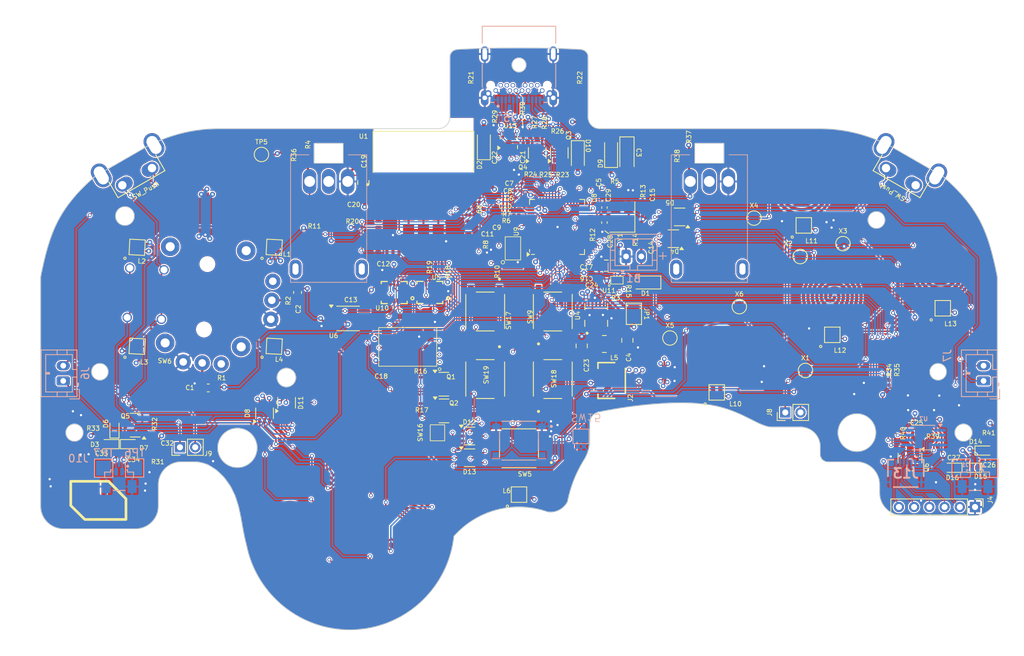
<source format=kicad_pcb>
(kicad_pcb (version 20241229) (generator "pcbnew") (generator_version "9.0")
  (layers (0 "F.Cu" signal) (4 "In1.Cu" signal) (6 "In2.Cu" signal) (2 "B.Cu" signal) (13 "F.Paste" user) (15 "B.Paste" user) (5 "F.SilkS" user "F.Silkscreen") (7 "B.SilkS" user "B.Silkscreen") (1 "F.Mask" user) (3 "B.Mask" user) (25 "Edge.Cuts" user))
  (net 0 "")
  (net 1 "GND")
  (net 2 "LX")
  (net 3 "LY")
  (net 4 "Net-(D4A-A)")
  (net 8 "RX")
  (net 17 "RY")
  (net 18 "+1V1")
  (net 19 "LRA_R")
  (net 21 "BATTERY_POS")
  (net 24 "BAT_LVL")
  (net 28 "VBUS_SYS")
  (net 30 "USB_EN")
  (net 33 "BTN_PWR")
  (net 34 "Net-(D1-A)")
  (net 35 "D+")
  (net 36 "D-")
  (net 37 "SL_RGB")
  (net 38 "Net-(L1-DOUT)")
  (net 39 "Net-(L2-DOUT)")
  (net 40 "Net-(L3-DOUT)")
  (net 41 "Net-(Q1-B)")
  (net 42 "ESP_RTS")
  (net 43 "ESP_EN")
  (net 44 "Net-(Q2-B)")
  (net 45 "ESP_DTR")
  (net 46 "ESP_IO0")
  (net 48 "N_LATCH_3.3")
  (net 49 "N_LATCH")
  (net 51 "N_CLOCK_3.3")
  (net 52 "N_DATA_3.3")
  (net 53 "N_DATA")
  (net 54 "N_CLOCK")
  (net 55 "RP_RUN")
  (net 56 "RP_USB+")
  (net 57 "Net-(U8-USB_DP)")
  (net 58 "RP_USB-")
  (net 59 "Net-(U8-USB_DM)")
  (net 60 "I2C_SCL")
  (net 61 "I2C_SDA")
  (net 62 "USB_BOOT")
  (net 63 "Net-(U9-{slash}CS)")
  (net 64 "RGB_OUT")
  (net 65 "XTAL_OUT")
  (net 66 "ESP_IO15")
  (net 67 "ESP_CTS")
  (net 68 "ESP_IO13")
  (net 69 "SHARED_PU")
  (net 70 "USB_SEL")
  (net 71 "ESP_RX0")
  (net 72 "ESP_TX0")
  (net 73 "LADC_CS")
  (net 74 "SPI_TX")
  (net 75 "SPI_RX")
  (net 76 "SPI_CK")
  (net 77 "RADC_CS")
  (net 78 "XTAL_IN")
  (net 79 "/SWCLK")
  (net 80 "/SWD")
  (net 81 "IMU0_CS")
  (net 82 "ZL_ANALOG")
  (net 83 "ZR_ANALOG")
  (net 84 "SIO3")
  (net 85 "SCLK")
  (net 86 "SIO0")
  (net 87 "SIO2")
  (net 88 "SIO1")
  (net 93 "unconnected-(U11-{slash}INT-PadA1)")
  (net 94 "UART_USB+")
  (net 95 "UART_USB-")
  (net 96 "E")
  (net 97 "D")
  (net 98 "+5V_PRE")
  (net 99 "+3V3_PRE")
  (net 104 "IMU1_CS")
  (net 105 "C")
  (net 106 "VBUS")
  (net 107 "Net-(U4-L1)")
  (net 108 "Net-(U4-L2)")
  (net 109 "Net-(U4-EN)")
  (net 110 "CC1")
  (net 112 "CC2")
  (net 114 "Net-(D5B-A)")
  (net 115 "PLAYER_RGB")
  (net 116 "ABXY_RGB")
  (net 117 "Net-(L10-DOUT)")
  (net 118 "Net-(L11-DOUT)")
  (net 119 "Net-(L12-DOUT)")
  (net 120 "NC")
  (net 121 "A")
  (net 122 "B")
  (net 123 "+3V3")
  (net 124 "F")
  (net 125 "RS_B_OUT")
  (net 126 "Net-(D5C-A)")
  (net 127 "Net-(D8C-A)")
  (net 128 "Net-(D8B-A)")
  (net 129 "Net-(D8A-A)")
  (net 130 "RS_B_IN")
  (net 131 "Net-(D11A-A)")
  (net 132 "Net-(D11C-A)")
  (net 133 "Net-(D12C-A)")
  (net 134 "Net-(D12A-A)")
  (net 135 "Net-(D12B-A)")
  (net 136 "Net-(D13A-A)")
  (net 137 "Net-(D13B-A)")
  (net 138 "H")
  (net 139 "G")
  (net 140 "I")
  (net 141 "Net-(SW6-X_OUT)")
  (net 142 "Net-(SW6-Y_OUT)")
  (net 143 "LS_BTN_IN")
  (net 144 "LRA_L")
  (net 145 "LRA_L+")
  (net 146 "Net-(Q5-B)")
  (net 147 "LRA_R+")
  (net 148 "LRA_R-")
  (net 149 "LRA_L-")
  (net 150 "Net-(Q6-B)")
  (net 151 "X2")
  (net 152 "X3")
  (net 153 "X4")
  (net 154 "X5")
  (net 155 "Net-(C29-Pad1)")
  (footprint "Resistor_SMD:R_0201_0603Metric" (layer "F.Cu") (at 219.0496 95.25 90)
    (property "Reference" "R30")
    (property "Value" "10k" (hide yes))
  )
  (footprint "Resistor_SMD:R_0201_0603Metric" (layer "F.Cu") (at 271.2212 134.8994 180)
    (property "Reference" "R39")
    (property "Value" "10k")
  )
  (footprint "Capacitor_SMD:C_0805_2012Metric" (layer "F.Cu") (at 229.958464 112.496302)
    (property "Reference" "C17")
    (property "Value" "10uF")
  )
  (footprint "Capacitor_SMD:C_0805_2012Metric" (layer "F.Cu") (at 232.7148 122.301 90)
    (property "Reference" "C4")
    (property "Value" "10uF")
  )
  (footprint "Resistor_SMD:R_0201_0603Metric" (layer "F.Cu") (at 268.1224 127.8636 90)
    (property "Reference" "R35")
    (property "Value" "0R")
  )
  (footprint "Resistor_SMD:R_0201_0603Metric" (layer "F.Cu") (at 178.1048 127.2032)
    (property "Reference" "R1")
    (property "Value" "1k" (hide yes))
  )
  (footprint "hhl:1TS026A-1000-0550" (layer "F.Cu") (at 207.7762 134.4486 90)
    (property "Reference" "SW16")
    (property "Value" "1TS026A-1000-0550" (hide yes))
  )
  (footprint "Capacitor_SMD:C_0201_0603Metric" (layer "F.Cu") (at 279.7302 137.922 180)
    (property "Reference" "C26")
    (property "Value" "1uF")
  )
  (footprint "Resistor_SMD:R_0201_0603Metric" (layer "F.Cu") (at 213.3092 109.3724 90)
    (property "Reference" "R8")
    (property "Value" "1k" (hide yes))
  )
  (footprint "Resistor_SMD:R_0201_0603Metric" (layer "F.Cu") (at 230.5812 102.108 180)
    (property "Reference" "R5")
    (property "Value" "10k" (hide yes))
  )
  (footprint "Resistor_SMD:R_0201_0603Metric" (layer "F.Cu") (at 225.43 87.81 -90)
    (property "Reference" "R22")
    (property "Value" "5.1k")
  )
  (footprint "Capacitor_SMD:C_0201_0603Metric" (layer "F.Cu") (at 277.1648 137.922 180)
    (property "Reference" "C27")
    (property "Value" "1uF")
  )
  (footprint "Resistor_SMD:R_0201_0603Metric" (layer "F.Cu") (at 240.8174 98.0948 90)
    (property "Reference" "R38")
    (property "Value" "75k")
  )
  (footprint "Capacitor_SMD:C_0201_0603Metric" (layer "F.Cu") (at 165.2524 137.0838)
    (property "Reference" "C33")
    (property "Value" "1uF")
  )
  (footprint "Connector_PinHeader_2.00mm:PinHeader_1x02_P2.00mm_Vertical" (layer "F.Cu") (at 253.4572 131.7752 90)
    (property "Reference" "J8")
    (property "Value" "Conn_01x02")
  )
  (footprint "Inductor_SMD:L_1008_2520Metric" (layer "F.Cu") (at 229.6922 122.7836 180)
    (property "Reference" "L5")
    (property "Value" "1.3A 2.2uH ±20% 80mΩ" (hide yes))
  )
  (footprint "Resistor_SMD:R_0201_0603Metric" (layer "F.Cu") (at 218.1339 106.5669)
    (property "Reference" "R6")
    (property "Value" "27R" (hide yes))
  )
  (footprint "hhl:ring_pad" (layer "F.Cu") (at 244.457313 124.14254 180)
    (property "Reference" "SW2" (hide yes))
    (property "Value" "SW_Push" (hide yes))
  )
  (footprint "Capacitor_SMD:C_0201_0603Metric" (layer "F.Cu") (at 235.854125 104.879029 90)
    (property "Reference" "C15")
    (property "Value" "100nF" (hide yes))
  )
  (footprint "Diode_SMD:D_SOD-523" (layer "F.Cu") (at 167.386 135.9408)
    (property "Reference" "D7")
    (property "Value" "M7C")
  )
  (footprint "Resistor_SMD:R_0201_0603Metric" (layer "F.Cu") (at 228.173431 106.851075 90)
    (property "Reference" "R12")
    (property "Value" "1k")
  )
  (footprint "hhl:LGA14" (layer "F.Cu") (at 202.0896 116.0272)
    (property "Reference" "U10")
    (property "Value" "ST_LSM6" (hide yes))
  )
  (footprint "Capacitor_SMD:C_0201_0603Metric" (layer "F.Cu") (at 215.2784 96.7378 -90)
    (property "Reference" "C22")
    (property "Value" "100nF" (hide yes))
  )
  (footprint "Resistor_SMD:R_0201_0603Metric" (layer "F.Cu") (at 280.1874 135.509)
    (property "Reference" "R41")
    (property "Value" "0R")
  )
  (footprint "hhl:ring_pad" (layer "F.Cu") (at 259.633657 116.5844 180)
    (property "Reference" "SW1" (hide yes))
    (property "Value" "SW_Push" (hide yes))
  )
  (footprint "Capacitor_SMD:C_0201_0603Metric" (layer "F.Cu") (at 201.558972 113.075598)
    (property "Reference" "C12")
    (property "Value" "100nF")
  )
  (footprint "Package_DFN_QFN:Texas_UQFN-10_1.5x2mm_P0.5mm" (layer "F.Cu") (at 217.158 96.2806 90)
    (property "Reference" "U13")
    (property "Value" "PI3USB4000A" (hide yes))
  )
  (footprint "hhl:ring_dpad" (layer "F.Cu") (at 196.233657 154.3444 90)
    (property "Reference" "SW11" (hide yes))
    (property "Value" "SW_Push" (hide yes))
  )
  (footprint "Package_TO_SOT_SMD:SOT-23" (layer "F.Cu") (at 208.6125 128.0668)
    (property "Reference" "Q1")
    (property "Value" "MMBT3904" (hide yes))
  )
  (footprint "hhl:ring_pad" (layer "F.Cu") (at 274.146617 113.094002 180)
    (property "Reference" "SW3" (hide yes))
    (property "Value" "SW_Push" (hide yes))
  )
  (footprint "Capacitor_SMD:C_0402_1005Metric" (layer "F.Cu") (at 229.707887 104.870623 90)
    (property "Reference" "C29")
    (property "Value" "15pF")
  )
  (footprint "Capacitor_SMD:C_0201_0603Metric" (layer "F.Cu") (at 215.825 108.55 180)
    (property "Reference" "C11")
    (property "Value" "100nF")
  )
  (footprint "Package_TO_SOT_SMD:SOT-23" (layer "F.Cu") (at 168.0741 133.4414 180)
    (property "Reference" "Q5")
    (property "Value" "MMBT2222A")
  )
  (footprint "Capacitor_Tantalum_SMD:CP_EIA-3216-18_Kemet-A" (layer "F.Cu") (at 232.664 97.8916 -90)
    (property "Reference" "C3")
    (property "Value" "47uF" (hide yes))
  )
  (footprint "Resistor_SMD:R_0201_0603Metric" (layer "F.Cu") (at 211.14 87.79 -90)
    (property "Reference" "R21")
    (property "Value" "5.1k")
  )
  (footprint "Resistor_SMD:R_0201_0603Metric" (layer "F.Cu") (at 213.2584 103.8352 -90)
    (property "Reference" "R9")
    (property "Value" "1k" (hide yes))
  )
  (footprint "Resistor_SMD:R_0201_0603Metric" (layer "F.Cu") (at 267.1064 127.8636 -90)
    (property "Reference" "R34")
    (property "Value" "0R")
  )
  (footprint "Resistor_SMD:R_0201_0603Metric" (layer "F.Cu") (at 229.87487 116.613394 180)
    (property "Reference" "R3")
    (property "Value" "100R")
  )
  (footprint "hhl:SK6805-EC-15" (layer "F.Cu") (at 168.333662 110.0844 -3)
    (property "Reference" "L2")
    (property "Value" "SK6805-EC-15" (hide yes))
  )
  (footprint "Resistor_SMD:R_0201_0603Metric" (layer "F.Cu") (at 205.8924 130.6068 180)
    (property "Reference" "R17")
    (property "Value" "10k" (hide yes))
  )
  (footprint "Resistor_SMD:R_0201_0603Metric" (layer "F.Cu") (at 240.019501 98.102961 -90)
    (property "Reference" "R37")
    (property "Value" "75k")
  )
  (footprint "Capacitor_SMD:C_0201_0603Metric" (layer "F.Cu") (at 170.8658 136.271)
    (property "Reference" "C32")
    (property "Value" "100nF")
  )
  (footprint "Capacitor_SMD:C_0402_1005Metric" (layer "F.Cu") (at 229.707887 106.835388 -90)
    (property "Reference" "C28")
    (property "Value" "15pF")
  )
  (footprint "Resistor_SMD:R_0201_0603Metric" (layer "F.Cu") (at 205.8924 127.1524)
    (property "Reference" "R16")
    (property "Value" "10k" (hide yes))
  )
  (footprint "hhl:GL1807SYAE" (layer "F.Cu") (at 177.333662 116.5844 -3)
    (property "Reference" "SW6")
    (property "Value" "GL18_SW")
  )
  (footprint "hhl:ESSOP-10" (layer "F.Cu") (at 203.8672 123.1646 180)
    (property "Reference" "U12" (hide yes))
    (property "Value" "CH340K" (hide yes))
  )
  (footprint "Resistor_SMD:R_0201_0603Metric" (layer "F.Cu") (at 197.5612 107.442)
    (property "Reference" "R20")
    (property "Value" "10k" (hide yes))
  )
  (footprint "Capacitor_SMD:C_0201_0603Metric" (layer "F.Cu") (at 218.3384 102.6668 180)
    (property "Reference" "C8")
    (property "Value" "1uF")
  )
  (footprint "Capacitor_SMD:C_0201_0603Metric" (layer "F.Cu") (at 219.0496 96.7232 -90)
    (property "Reference" "C21")
    (property "Value" "1uF" (hide yes))
  )
  (footprint "hhl:SK6805-EC-15" (layer "F.Cu") (at 186.333662 110.0844 -3)
    (property "Reference" "L1")
    (property "Value" "SK6805-EC-15" (hide yes))
  )
  (footprint "hhl:ring_dpad" (layer "F.Cu") (at 204.083657 146.4944 180)
    (property "Reference" "SW13" (hide yes))
    (property "Value" "SW_Push" (hide yes))
  )
  (footprint "hhl:SK6805-EC-15" (layer "F.Cu") (at 259.633657 121.5844)
    (property "Reference" "L12")
    (property "Value" "SK6805-EC-15" (hide yes))
  )
  (footprint "Diode_SMD:D_SOD-523" (layer "F.Cu") (at 279.6286 136.779)
    (property "Reference" "D14")
    (property "Value" "M7C")
  )
  (footprint "Resistor_SMD:R_0201_0603Metric" (layer "F.Cu") (at 221.8436 99.7204 180)
    (property "Reference" "R25")
    (property "Value" "1k" (hide yes))
  )
  (footprint "hhl:DSBGA" (layer "F.Cu") (at 231.3432 114.4016 90)
    (property "Reference" "U11")
    (property "Value" "BQ25180" (hide yes))
  )
  (footprint "Capacitor_SMD:C_0201_0603Metric" (layer "F.Cu") (at 227.9142 101.5746 -90)
    (property "Reference" "C5")
    (property "Value" "100nF")
  )
  (footprint "Resistor_SMD:R_0201_0603Metric" (layer "F.Cu") (at 189.97586 97.967891 90)
    (property "Reference" "R36")
    (property "Value" "75k")
  )
  (footprint "hhl:HHL_Logo" (layer "F.Cu") (at 162.56 143.764)
    (property "Reference" "REF**" (hide yes))
    (property "Value" "HHL_Logo")
  )
  (footprint "Capacitor_SMD:C_0805_2012Metric" (layer "F.Cu") (at 226.7204 123.0376 -90)
    (property "Reference" "C23")
    (property "Value" "10uF")
  )
  (footprint "Resistor_SMD:R_0201_0603Metric" (layer "F.Cu") (at 191.6176 108.3564)
    (property "Reference" "R11")
    (property "Value" "330R")
  )
  (footprint "Resistor_SMD:R_0201_0603Metric" (layer "F.Cu") (at 190.754 97.9678 -90)
    (property "Reference" "R4")
    (property "Value" "75k")
  )
  (footprint "Resistor_SMD:R_0201_0603Metric" (layer "F.Cu") (at 208.3816 112.5728 -90)
    (property "Reference" "R18")
    (property "Value" "0R" (hide yes))
  )
  (footprint "Resistor_SMD:R_0201_0603Metric" (layer "F.Cu") (at 215.2784 95.2646 -90)
    (property "Reference" "R29")
    (property "Value" "10k" (hide yes))
  )
  (footprint "hhl:Z_Switch_Edge_Omron" (layer "F.Cu") (at 168.332214 100.8094 30)
    (property "Reference" "SW7" (hide yes))
    (property "Value" "SW_Push")
  )
  (footprint "Resistor_SMD:R_0201_0603Metric" (layer "F.Cu") (at 163.6268 134.5946 180)
    (property "Reference" "R33")
    (property "Value" "0R")
  )
  (footprint "Diode_SMD:D_SOD-523" (layer "F.Cu") (at 165.354 133.8834 90)
    (property "Reference" "D6")
    (property "Value" "M7C")
  )
  (footprint "hhl:Z_Switch_Edge_Omron" (layer "F.Cu") (at 268.6351 100.8094 -30)
    (property "Reference" "SW8" (hide yes))
    (property "Value" "SW_Push")
  )
  (footprint "Diode_SMD:D_SOD-523" (layer "F.Cu") (at 275.4122 139.0396 180)
    (property "Reference" "D16")
    (property "Value" "M7C")
  )
  (footprint "hhl:TS-1187A-C-E-B" (layer "F.Cu") (at 214.046157 118.5164 -90)
    (property "Reference" "SW17")
    (property "Value" "SW_TS-1187A" (hide yes))
  )
  (footprint "Capacitor_SMD:C_0201_0603Metric" (layer "F.Cu") (at 218.4908 103.5812 180)
    (property "Reference" "C6")
    (property "Value" "100nF" (hide yes))
  )
  (footprint "Resistor_SMD:R_0201_0603Metric" (layer "F.Cu") (at 207.518 112.588 90)
    (property "Reference" "R19")
    (property "Value" "0R" (hide yes))
  )
  (footprint "Capacitor_SMD:C_0201_0603Metric" (layer "F.Cu") (at 198.01441 116.959914)
    (property "Reference" "C13")
    (property "Value" "100nF")
  )
  (footprint "Package_TO_SOT_SMD:SOT-23" (layer "F.Cu") (at 269.8383 137.7673 -90)
    (property "Reference" "Q6")
    (property "Value" "MMBT2222A")
  )
  (footprint "Resistor_SMD:R_0201_0603Metric" (layer "F.Cu") (at 224.1296 99.7204)
    (property "Reference" "R23")
    (property "Value" "1k" (hide yes))
  )
  (footprint "Resistor_SMD:R_0201_0603Metric" (layer "F.Cu") (at 221.5388 95.3008 -90)
    (property "Reference" "R28")
    (property "Value" "1k" (hide yes))
  )
  (footprint "Resistor_SMD:R_0201_0603Metric" (layer "F.Cu") (at 215.5952 111.7346 90)
    (property "Reference" "R10")
    (property "Value" "1k" (hide yes))
  )
  (footprint "TestPoint:TestPoint_Pad_D1.5mm" (layer "F.Cu") (at 261.0358 109.601)
    (property "Reference" "X3")
    (property "Value" "ModConnect")
  )
  (footprint "Package_TO_SOT_SMD:SOT-363_SC-70-6" (layer "F.Cu") (at 211.9884 137.7309)
    (property "Reference" "D13")
    (property "Value" "BAS16VY,115" (hide yes))
  )
  (footprint "Package_DFN_QFN:QFN-56-1EP_7x7mm_P0.4mm_EP3.2x3.2mm" (layer "F.Cu") (at 223.4848 107.4081 90)
    (property "Reference" "U8")
    (property "Value" "RP2040" (hide yes))
  )
  (footprint "hhl:SK6805-EC-15" (layer "F.Cu") (at 274.146617 118.094002)
    (property "Reference" "L13")
    (property "Value" "SK6805-EC-15" (hide yes))
  )
  (footprint "TestPoint:TestPoint_Pad_D1.5mm" (layer "F.Cu") (at 255.4224 111.3028)
    (property "Reference" "X2")
    (property "Value" "ModConnect")
  )
  (footprint "Resistor_SMD:R_0201_0603Metric" (layer "F.Cu") (at 218.1339 105.8557)
    (property "Reference" "R7")
    (property "Value" "27R" (hide yes))
  )
  (footprint "Resistor_SMD:R_0201_0603Metric" (layer "F.Cu") (at 223.3168 95.6564)
    (property "Reference" "R26")
    (property "Value" "1k" (hide yes))
  )
  (footprint "TestPoint:TestPoint_Pad_D1.5mm" (layer "F.Cu") (at 238.3028 121.9962)
    (property "Reference" "X5")
    (property "Value" "ModConnect")
  )
  (footprint "Resistor_SMD:R_0201_0603Metric" (layer "F.Cu") (at 269.6718 134.493 -90)
    (property "Reference" "R40")
    (property "Value" "100R")
  )
  (footprint "hhl:SK6805-EC-15" (layer "F.Cu") (at 186.333662 123.0844 -3)
    (property "Reference" "L4")
    (property "Value" "SK6805-EC-15" (hide yes))
  )
  (footprint "Connector_PinHeader_2.00mm:PinHeader_1x06_P2.00mm_Vertical" (layer "F.Cu") (at 278.3802 144.1958 -90)
    (property "Reference" "J4")
    (property "Value" "Conn_01x06_Pin" (hide yes))
  )
  (footprint "Diode_SMD:D_SOD-523" (layer "F.Cu") (at 164.6936 135.9408 180)
    (property "Reference" "D3")
    (property "Value" "M7C")
  )
  (footprint "Resistor_SMD:R_0201_0603Metric" (layer "F.Cu") (at 234.545841 108.076253 -90)
    (property "Reference" "R14")
    (property "Value" "75k")
  )
  (footprint "Diode_SMD:D_SOD-323_HandSoldering" (layer "F.Cu") (at 213.868 96.5708 90)
    (property "Reference" "D2")
    (property "Value" "CUS08F30" (hide yes))
  )
  (footprint "Package_TO_SOT_SMD:SOT-363_SC-70-6" (layer "F.Cu") (at 185.0644 131.892 90)
    (property "Reference" "D8")
    (property "Value" "BAS16VY,115" (hide yes))
  )
  (footprint "Jumper:SolderJumper-2_P1.3mm_Open_Pad1.0x1.5mm" (layer "F.Cu") (at 233.5784 118.8212 -90)
    (property "Reference" "JP1")
    (property "Value" "SolderJumper_2_Open" (hide yes))
  )
  (footprint "hhl:ring_dpad" (layer "F.Cu") (at 188.383657 146.4944)
    (property "Reference" "SW12" (hide yes))
    (property "Value" "SW_Push" (hide yes))
  )
  (footprint "Capacitor_SMD:C_0201_0603Metric" (layer "F.Cu") (at 218.2596 104.4956)
    (property "Reference" "C10")
    (property "Value" "100nF")
  )
  (footprint "Connector_PinHeader_2.00mm:PinHeader_1x02_P2.00mm_Vertical" (layer "F.Cu") (at 173.9552 136.3472 90)
    (property "Reference" "J9")
    (property "Value" "Conn_01x02" (hide yes))
  )
  (footprint "Package_SO:MSOP-8_3x3mm_P0.65mm" (layer "F.Cu") (at 196.0372 119.4308)
    (property "Reference" "U6")
    (property "Value" "MCP3002" (hide yes))
  )
  (footprint "Capacitor_SMD:C_0201_0603Metric" (layer "F.Cu") (at 228.9556 114.1984 180)
    (property "Reference" "C16")
    (property "Value" "1uF" (hide yes))
  )
  (footprint "Capacitor_SMD:C_0201_0603Metric" (layer "F.Cu") (at 200.6854 126.1618 180)
    (property "Reference" "C18")
    (property "Value" "100nF" (hide yes))
  )
  (footprint "Resistor_SMD:R_0201_0603Metric" (layer "F.Cu") (at 220.3704 99.7204 180)
    (property "Reference" "R24")
    (property "Value" "1k" (hide yes))
  )
  (footprint "Package_TO_SOT_SMD:SOT-363_SC-70-6" (layer "F.Cu") (at 239.5778 106.0958 180)
    (property "Reference" "D5")
    (property "Value" "BAS16VY,115" (hide yes))
  )
  (footprint "hhl:TS-1187A-C-E-B" (layer "F.Cu") (at 218.483657 136.4788 180)
    (property "Reference" "SW5")
    (property "Value" "SW_TS-1187A")
  )
  (footprint "Resistor_SMD:R_0201_0603Metric" (layer "F.Cu") (at 188.1124 115.7732 90)
    (property "Reference" "R2")
    (property "Value" "1k" (hide yes))
  )
  (footprint "Diode_SMD:D_SOD-523" (layer "F.Cu") (at 278.003 139.0396 180)
    (property "Reference" "D15")
    (property "Value" "M7C")
  )
  (footprint "Crystal:Crystal_SMD_3225-4Pin_3.2x2.5mm" (layer "F.Cu") (at 232.050665 106.100656 90)
    (property "Reference" "Y1")
    (property "Value" "ABM8-272-T3")
  )
  (footprint "Package_TO_SOT_SMD:SOT-363_SC-70-6" (layer "F.Cu") (at 211.9884 134.871)
    (property "Reference" "D12")
    (property "Value" "BAS16VY,115" (hide yes))
  )
  (footprint "Capacitor_SMD:C_0603_1608Metric" (layer "F.Cu") (at 177.671556 128.555405)
    (property "Reference" "C1")
    (property "Value" "47nF")
  )
  (footprint "TestPoint:TestPoint_Pad_D1.5mm" (layer "F.Cu") (at 249.3518 106.2482)
    (property "Reference" "X4")
    (property "Value" "ModConnect")
  )
  (footprint "hhl:TS-1187A-C-E-B" (layer "F.Cu") (at 222.921157 127.3914 90)
    (property "Reference" "SW18")
    (property "Value" "SW_TS-1187A")
  )
  (footprint "Capacitor_SMD:C_0201_0603Metric" (layer "F.Cu") (at 218.5416 101.6508 180)
    (property "Reference" "C7")
    (property "Value" "100nF")
  )
  (footprint "hhl:ring_pad" (layer "F.Cu") (at 255.891532 102.212626 180)
    (property "Reference" "SW4" (hide yes))
    (property "Value" "SW_Push" (hide yes))
  )
  (footprint "hhl:SK6805-EC-15" (layer "F.Cu") (at 244.457313 129.14254)
    (property "Reference" "L10")
    (property "Value" "SK6805-EC-15" (hide yes))
  )
  (footprint "Capacitor_SMD:C_0805_2012Metric" (layer "F.Cu") (at 198.0438 101.5746 90)
    (property "Reference" "C19")
    (property "Value" "10uF")
  )
  (footprint "Resistor_SMD:R_0201_0603Metric" (layer "F.Cu") (at 219.8624 95.25 -90)
    (property "Reference" "R27")
    (property "Value" "1k" (hide yes))
  )
  (footprint "Capacitor_SMD:C_0201_0603Metric" (layer "F.Cu") (at 270.9926 133.9342)
    (property "Reference" "C25")
    (property "Value" "100nF" (hide yes))
  )
  (footprint "Capacitor_SMD:C_0201_0603Metric" (layer "F.Cu") (at 197.766096 103.686304)
    (property "Reference" "C20")
    (property "Value" "100nF" (hide yes))
  )
  (footprint "Diode_SMD:D_SOD-323_HandSoldering" (layer "F.Cu") (at 226.2124 98.0948 -90)
    (property "Reference" "D10")
    (property "Value" "CUS08F30" (hide yes))
  )
  (footprint "TestPoint:TestPoint_Pad_D1.5mm" (layer "F.Cu") (at 184.658 97.8916)
    (property "Reference" "TP5")
    (property "Value" "TestPoint")
  )
  (footprint "Capacitor_SMD:C_0603_1608Metric" (layer "F.Cu") (at 189.398356 116.009524 90)
    (property "Reference" "C2")
    (property "Value" "47nF")
  )
  (footprint "Capacitor_SMD:C_0201_0603Metric" (layer "F.Cu") (at 166.878 137.0838)
    (property "Reference" "C34")
    (property "Value" "1uF")
  )
  (footprint "hhl:TS-1187A-C-E-B" (layer "F.Cu") (at 214.046157 127.3914 -90)
    (property "Reference" "SW19")
    (property "Value" "SW_TS-1187A")
  )
  (footprint "Package_TO_SOT_SMD:SOT-363_SC-70-6" (layer "F.Cu") (at 187.96 130.5052 90)
    (property "Reference" "D11")
    (property "Value" "BAS16VY,115" (hide yes))
  )
  (footprint "hhl:ring_dpad" (layer "F.Cu") (at 196.233657 138.6444 -90)
    (property "Reference" "SW10" (hide yes))
    (property "Value" "SW_Push")
  )
  (footprint "Package_TO_SOT_SMD:SOT-23" (layer "F.Cu") (at 208.6356 131.572)
    (property "Reference" "Q2")
    (property "Value" "MMBT3904" (hide yes))
  )
  (footprint "hhl:MODULE_ESP32-PICO-MINI-02" (layer "F.Cu") (at 205.936 105.8548)
    (property "Reference" "U1")
    (property "Value" "ESP32-PICO-MINI-02" (hide yes))
  )
  (footprint "Capacitor_SMD:C_0201_0603Metric" (layer "F.Cu") (at 228.751576 115.848352)
    (property "Reference" "C24")
    (property "Value" "100nF")
  )
  (footprint "Resistor_SMD:R_0201_0603Metric" (layer "F.Cu") (at 234.715423 104.278205 -90)
    (property "Reference" "R13")
    (property "Value" "75k")
  )
  (footprint "Capacitor_SMD:C_0201_0603Metric" (layer "F.Cu") (at 235.712 108.458 -90)
    (property "Reference" "C14")
    (property "Value" "1uF" (hide yes))
  )
  (footprint "hhl:SK6805-EC-15" (layer "F.Cu") (at 255.891532 107.212626)
    (property "Reference" "L11")
    (property "Value" "SK6805-EC-15" (hide yes))
  )
  (footprint "hhl:5034800640" (layer "F.Cu") (at 230.6574 127.5842 90)
    (property "Reference" "J2")
    (property "Value" "503480-0640" (hide yes))
  )
  (footprint "Capacitor_SMD:C_0201_0603Metric" (layer "F.Cu") (at 216.87 107.45)
    (property "Reference" "C9")
    (property "Value" "100nF")
  )
  (footprint "Resistor_SMD:R_0201_0603Metric" (layer "F.Cu") (at 232.6132 114.2492 90)
    (property "Reference" "R15")
    (property "Value" "10k" (hide yes))
  )
  (footprint "Resistor_SMD:R_0201_0603Metric" (layer "F.Cu") (at 171.0436 137.2108 180)
    (property "Reference" "R31")
    (property "Value" "10k")
  )
  (footprint "hhl:LGA14" (layer "F.Cu") (at 206.7804 116.0138)
    (property "Reference" "U5")
    (property "Value" "ST_LSM6" (hide yes))
  )
  (footprint "hhl:VREG_V62_16624-01YE" (layer "F.Cu") (at 228.6254 118.9736 90)
    (property "Reference" "U4")
    (property "Value" "TPS630001RCR")
  )
  (footprint "Resistor_SMD:R_0201_0603Metric" (layer "F.Cu") (at 170.5356 134.8994 90)
    (property "Reference" "R32")
    (property "Value" "100R")
  )
  (footprint "TestPoint:TestPoint_Pad_D1.5mm" (layer "F.Cu") (at 256.1082 126.2634)
    (property "Reference" "X1")
    (property "Value" "ModConnect")
  )
  (footprint "Package_TO_SOT_SMD:SOT-363_SC-70-6" (layer "F.Cu") (at 220.8784 97.6884 90)
    (property "Reference" "Q4")
    (property "Value" "BSS138DW" (hide yes))
  )
  (footprint "hhl:TS-1187A-C-E-B" (layer "F.Cu") (at 222.921157 118.5164 90)
    (property "Reference" "SW9")
    (property "Value" "SW_TS-1187A")
  )
  (footprint "hhl:SK6805-EC-15" (layer "F.Cu") (at 168.333662 123.0844 -3)
    (property "Reference" "L3")
    (property "Value" "SK6805-EC-15" (hide yes))
  )
  (footprint "Diode_SMD:D_SOD-323_HandSoldering" (layer "F.Cu") (at 230.5812 97.5868 90)
    (property "Reference" "D9")
    (property "Value" "CUS08F30" (hide yes))
  )
  (footprint "Package_TO_SOT_SMD:SOT-363_SC-70-6" (layer "F.Cu") (at 223.774 97.6884 90)
    (property "Reference" "Q3")
    (property "Value" "BSS138DW" (hide yes))
  )
  (footprint "Package_TO_SOT_SMD:SOT-363_SC-70-6" (layer "F.Cu") (at 238.76 108.9556 180)
    (property "Reference" "D4")
    (property "Value" "BAS16VY,115" (hide yes))
  )
  (footprint "hhl:SK6805-EC-15" (layer "F.Cu") (at 218.483657 142.5636)
    (property "Reference" "L6")
    (property "Value" "SK6805-EC-15" (hide yes))
  )
  (footprint "Diode_SMD:D_SOD-323_HandSoldering" (layer "F.Cu") (at 235.1024 114.7064 180)
    (property "Reference" "D1")
    (property "Value" "CUS08F30" (hide yes))
  )
  (footprint "TestPoint:TestPoint_Pad_D1.5mm" (layer "F.Cu") (at 247.4214 117.8814)
    (property "Reference" "X6")
    (property "Value" "ModConnect")
  )
  (footprint "hhl:USON-8-EP(2x3)" (layer "F.Cu") (at 217.689993 110.224008 90)
    (property "Reference" "U9")
    (property "Value" "GD25Q80EEIGR" (hide yes))
  )
  (footprint "hhl:TS-1187A-C-E-B" (layer "B.Cu") (at 218.483657 135.4844 180)
    (property "Reference" "SW14" (hide yes))
    (property "Value" "SW_TS-1187A")
  )
  (footprint "hhl:4015-0-43-80-30-27-10-0" (layer "B.Cu") (at 245.983657 101.4344 180)
    (property "Reference" "S6" (hide yes))
    (property "Value" "4015-0-43-80-30-27-10-0")
  )
  (footprint "TestPoint:TestPoint_Pad_2.0x2.0mm" (layer "B.Cu") (at 163.9316 139.0904 180)
    (property "Reference" "TP7")
    (property "Value" "TestPoint")
  )
  (footprint "hhl:4015-0-43-80-30-27-10-0" (layer "B.Cu") (at 243.483657 101.4344 180)
    (property "Reference" "S4" (hide yes))
    (property "Value" "4015-0-43-80-30-27-10-0")
  )
  (footprint "hhl:4015-0-43-80-30-27-10-0" (layer "B.Cu") (at 195.983657 101.4344 180)
    (property "Reference" "S3" (hide yes))
    (property "Value" "4015-0-43-80-30-27-10-0")
  )
  (footprint "hhl:JST_SM02B-SURS-TF_LF__SN_" (layer "B.Cu") (at 165.9636 139.5648 180)
    (property "Reference" "J10")
    (property "Value" "SM02B-SURS-TF_LF__SN_" (hide yes))
  )
  (footprint "TestPoint:TestPoint_Pad_2.0x2.0mm" (layer "B.Cu") (at 276.5552 139.0904 180)
    (property "Reference" "TP1" (hide yes))
    (property "Value" "TestPoint" (hide yes))
  )
  (footprint "hhl:1TS026A-1000-0550" (layer "B.Cu") (at 226.6252 134.9206)
    (property "Reference" "SW15")
    (property "Value" "1TS026A-1000-0550")
  )
  (footprint "TestPoint:TestPoint_Pad_2.0x2.0mm" (layer "B.Cu") (at 167.9956 139.065 180)
    (property "Reference" "TP6")
    (property "Value" "TestPoint")
  )
  (footprint "Connector_JST:JST_PH_B2B-PH-K_1x02_P2.00mm_Vertical" (layer "B.Cu") (at 279.5016 127.635 90)
    (property "Reference" "J7")
    (property "Value" "Trigger")
  )
  (footprint "hhl:4015-0-43-80-30-27-10-0" (layer "B.Cu") (at 240.983657 101.4344 180)
    (property "Reference" "S5" (hide yes))
    (property "Value" "4015-0-43-80-30-27-10-0")
  )
  (footprint "hhl:5034800640" (layer "B.Cu") (at 269.2908 139.7762 180)
    (property "Reference" "J13")
    (property "Value" "503480-0640" (hide yes))
  )
  (footprint "hhl:GCC_Slider_MillMaxSocketed" (layer "B.Cu") (at 243.483657 101.4344 180)
    (property "Reference" "RV2" (hide yes))
    (property "Value" "Slider_GCC-Gamecube_MB")
  )
  (footprint "TestPoint:TestPoint_Pad_2.0x2.0mm" (layer "B.Cu") (at 280.199742 139.096669 180)
    (property "Reference" "TP2" (hide yes))
    (property "Value" "TestPoint" (hide yes))
  )
  (footprint "hhl:JST_SM02B-SURS-TF_LF__SN_" (layer "B.Cu") (at 278.384 139.5648 180)
    (property "Reference" "J1")
    (property "Value" "SM02B-SURS-TF_LF__SN_" (hide yes))
  )
  (footprint "Connector_JST:JST_PH_B2B-PH-K_1x02_P2.00mm_Vertical" (layer "B.Cu") (at 232.547596 111.285471)
    (property "Reference" "B1")
    (property "Value" "Battery")
  )
  (footprint "Connector_JST:JST_PH_B2B-PH-K_1x02_P2.00mm_Vertical" (layer "B.Cu") (at 158.623 127.635 90)
    (property "Reference" "J6")
    (property "Value" "Trigger")
  )
  (footprint "hhl:CUI_UJ31-CH-G1-SMT-TR" (layer "B.Cu") (at 215.733635 90.7094)
    (property "Reference" "J5")
    (property "Value" "UJ31-CH-G1-SMT-TR" (hide yes))
    (fp_line (start -2.05 -0.055) (end -2.05 -0.805) (stroke (width 0.01)) (layer "Edge.Cuts"))
    (fp_line (start -1.75 -1.055) (end -1.3 -1.055) (stroke (width 0.01)) (layer "Edge.Cuts"))
    (fp_line (start -1.45 -0.555) (end -1.45 -0.055) (stroke (width 0.01)) (layer "Edge.Cuts"))
    (fp_line (start -1.3 -0.555) (end -1.45 -0.555) (stroke (width 0.01)) (layer "Edge.Cuts"))
    (fp_line (start 6.8 -1.055) (end 7.25 -1.055) (stroke (width 0.01)) (layer "Edge.Cuts"))
    (fp_line (start 6.95 -0.555) (end 6.8 -0.555) (stroke (width 0.01)) (layer "Edge.Cuts"))
    (fp_line (start 6.95 -0.055) (end 6.95 -0.555) (stroke (width 0.01)) (layer "Edge.Cuts"))
    (fp_line (start 7.55 -0.805) (end 7.55 -0.055) (stroke (width 0.01)) (layer "Edge.Cuts"))
    (fp_arc (start -2.05 -0.805) (mid -1.951777 -0.992132) (end -1.75 -1.055) (stroke (width 0.01)) (layer "Edge.Cuts"))
    (fp_arc (start -1.45 -0.055) (mid -1.75 0.245) (end -2.05 -0.055) (stroke (width 0.01)) (layer "Edge.Cuts"))
    (fp_arc (start -1.3 -1.055) (mid -1.05 -0.805) (end -1.3 -0.555) (stroke (width 0.01)) (layer "Edge.Cuts"))
    (fp_arc (start 6.8 -0.555) (mid 6.55 -0.805) (end 6.8 -1.055) (stroke (width 0.01)) (layer "Edge.Cuts"))
    (fp_arc (start 7.25 -1.055) (mid 7.451777 -0.992132) (end 7.55 -0.805) (stroke (width 0.01)) (layer "Edge.Cuts"))
    (fp_arc (start 7.55 -0.055) (mid 7.25 0.245) (end 6.95 -0.055) (stroke (width 0.01)) (layer "Edge.Cuts"))
  )
  (footprint "Package_SO:MSOP-8_3x3mm_P0.65mm" (layer "B.Cu") (at 271.6276 135.0772 180)
    (property "Reference" "U7")
    (property "Value" "MCP3002" (hide yes))
  )
  (footprint "hhl:GCC_Slider_MillMaxSocketed" (layer "B.Cu") (at 193.483657 101.4344 180)
    (property "Reference" "RV1" (hide yes))
    (property "Value" "Slider_GCC-Gamecube_MB")
  )
  (footprint "hhl:4015-0-43-80-30-27-10-0" (layer "B.Cu") (at 193.483657 101.4344 180)
    (property "Reference" "S1" (hide yes))
    (property "Value" "4015-0-43-80-30-27-10-0")
  )
  (footprint "hhl:4015-0-43-80-30-27-10-0" (layer "B.Cu") (at 190.983657 101.4344 180)
    (property "Reference" "S2" (hide yes))
    (property "Value" "4015-0-43-80-30-27-10-0")
  )
  (gr_line (start 219.013632 94.442391) (end 218.8852 92.695707) (stroke (width 0.12)) (layer "F.SilkS"))
  (gr_line (start 230.266658 108.295119) (end 229.76149 107.918383) (stroke (width 0.12)) (layer "F.SilkS"))
  (gr_curve (pts (xy 210.98524 84.058545) (xy 210.766829 84.070956) (xy 210.550668 84.084038) (xy 210.336346 84.09788)) (stroke (width 0.1)) (layer "Edge.Cuts"))
  (gr_curve (pts (xy 228.450425 131.941646) (xy 228.287869 132.049934) (xy 228.148018 132.188938) (xy 228.038744 132.350833)) (stroke (width 0.1)) (layer "Edge.Cuts"))
  (gr_arc (start 281.321867 142.31648) (mid 280.443187 144.4378) (end 278.321867 145.31648) (stroke (width 0.1)) (layer "Edge.Cuts"))
  (gr_arc (start 268.84115 145.31648) (mid 266.719829 144.437801) (end 265.84115 142.31648) (stroke (width 0.1)) (layer "Edge.Cuts"))
  (gr_arc (start 224.868706 143.478091) (mid 223.783102 144.589427) (end 222.251397 144.849207) (stroke (width 0.1)) (layer "Edge.Cuts"))
  (gr_curve (pts (xy 209.475667 84.71615) (xy 209.525103 84.595685) (xy 209.597596 84.486027) (xy 209.689065 84.393349)) (stroke (width 0.1)) (layer "Edge.Cuts"))
  (gr_curve (pts (xy 209.985538 84.186097) (xy 210.096137 84.135611) (xy 210.215021 84.105716) (xy 210.336346 84.09788)) (stroke (width 0.1)) (layer "Edge.Cuts"))
  (gr_circle (center 218.483657 86.139125) (end 217.558657 86.139125) (stroke (width 0.1)) (fill no) (layer "Edge.Cuts"))
  (gr_curve (pts (xy 218.483657 83.889125) (xy 219.717579 83.889125) (xy 220.962698 83.896331) (xy 222.195368 83.920253)) (stroke (width 0.1)) (layer "Edge.Cuts"))
  (gr_line (start 227.566517 92.997189) (end 227.566517 85.095801) (stroke (width 0.1)) (layer "Edge.Cuts"))
  (gr_line (start 257.94167 94.497189) (end 229.066517 94.497189) (stroke (width 0.1)) (layer "Edge.Cuts"))
  (gr_curve (pts (xy 277.698333 104.472377) (xy 278.579232 105.662138) (xy 279.11995 106.707329) (xy 279.504817 107.586835)) (stroke (width 0.1)) (layer "Edge.Cuts"))
  (gr_curve (pts (xy 228.038744 132.350833) (xy 227.955551 132.474088) (xy 227.891147 132.609031) (xy 227.847648 132.751231)) (stroke (width 0.1)) (layer "Edge.Cuts"))
  (gr_curve (pts (xy 181.179744 142.700619) (xy 180.817555 141.913749) (xy 180.682721 141.658293) (xy 180.53702 141.408821)) (stroke (width 0.1)) (layer "Edge.Cuts"))
  (gr_curve (pts (xy 177.575211 138.627852) (xy 176.905597 138.385261) (xy 176.683248 138.328324) (xy 176.027148 138.270923)) (stroke (width 0.1)) (layer "Edge.Cuts"))
  (gr_curve (pts (xy 182.699386 149.27362) (xy 182.72687 149.408449) (xy 182.757148 149.546503) (xy 182.790585 149.687817)) (stroke (width 0.1)) (layer "Edge.Cuts"))
  (gr_line (start 158.645447 147.06648) (end 168.126164 147.06648) (stroke (width 0.1)) (layer "Edge.Cuts"))
  (gr_curve (pts (xy 226.904305 138.215947) (xy 226.941754 138.154398) (xy 226.979619 138.093104) (xy 227.017898 138.03207)) (stroke (width 0.1)) (layer "Edge.Cuts"))
  (gr_curve (pts (xy 218.746843 144.205999) (xy 218.660073 144.20398) (xy 218.573326 144.20296) (xy 218.48662 144.202937)) (stroke (width 0.1)) (layer "Edge.Cuts"))
  (gr_line (start 274.119567 100.731685) (end 267.916864 97.162383) (stroke (width 0.1)) (layer "Edge.Cuts"))
  (gr_line (start 207.900797 94.497189) (end 179.025644 94.497189) (stroke (width 0.1)) (layer "Edge.Cuts"))
  (gr_curve (pts (xy 183.592474 152.072652) (xy 183.753899 152.438227) (xy 183.93105 152.796559) (xy 184.123479 153.146811)) (stroke (width 0.1)) (layer "Edge.Cuts"))
  (gr_arc (start 209.400797 92.997189) (mid 208.961458 94.05785) (end 207.900797 94.497189) (stroke (width 0.1)) (layer "Edge.Cuts"))
  (gr_line (start 191.583657 99.0344) (end 191.583657 96.4344) (stroke (width 0.1)) (layer "Edge.Cuts"))
  (gr_line (start 251.641099 133.700615) (end 255.464183 133.700615) (stroke (width 0.1)) (layer "Edge.Cuts"))
  (gr_curve (pts (xy 214.350983 144.966617) (xy 213.046308 145.472242) (xy 211.84653 146.215857) (xy 210.812979 147.159782)) (stroke (width 0.1)) (layer "Edge.Cuts"))
  (gr_curve (pts (xy 182.19411 146.945036) (xy 182.039961 146.076155) (xy 181.988599 145.787386) (xy 181.935863 145.499471)) (stroke (width 0.1)) (layer "Edge.Cuts"))
  (gr_arc (start 257.94167 94.497189) (mid 263.104222 95.174972) (end 267.916864 97.162383) (stroke (width 0.1)) (layer "Edge.Cuts"))
  (gr_curve (pts (xy 218.48662 144.202937) (xy 217.072892 144.19661) (xy 215.67029 144.455321) (xy 214.350983 144.966617)) (stroke (width 0.1)) (layer "Edge.Cuts"))
  (gr_curve (pts (xy 237.399724 130.596286) (xy 239.856103 130.452836) (xy 242.3811 130.487536) (xy 244.585609 130.996282)) (stroke (width 0.1)) (layer "Edge.Cuts"))
  (gr_curve (pts (xy 195.095996 160.287545) (xy 196.868072 160.43652) (xy 198.651799 160.240972) (xy 200.349124 159.711751)) (stroke (width 0.1)) (layer "Edge.Cuts"))
  (gr_curve (pts (xy 210.812979 147.159782) (xy 210.612051 147.343286) (xy 210.418107 147.533721) (xy 210.231462 147.730657)) (stroke (width 0.1)) (layer "Edge.Cuts"))
  (gr_curve (pts (xy 227.782036 135.375479) (xy 227.782036 135.843037) (xy 227.716453 136.308292) (xy 227.587206 136.757631)) (stroke (width 0.1)) (layer "Edge.Cuts"))
  (gr_line (start 171.126164 144.06648) (end 171.126164 141.270923) (stroke (width 0.1)) (layer "Edge.Cuts"))
  (gr_curve (pts (xy 222.195368 83.920253) (xy 223.460546 83.944805) (xy 224.724913 83.987106) (xy 225.982074 84.058545)) (stroke (width 0.1)) (layer "Edge.Cuts"))
  (gr_curve (pts (xy 228.986631 131.71939) (xy 231.661586 131.182071) (xy 234.493589 130.766002) (xy 237.399724 130.596286)) (stroke (width 0.1)) (layer "Edge.Cuts"))
  (gr_arc (start 169.05045 97.162383) (mid 173.863092 95.17497) (end 179.025644 94.497189) (stroke (width 0.1)) (layer "Edge.Cuts"))
  (gr_arc (start 259.039183 138.270923) (mid 258.332077 137.978029) (end 258.039183 137.270923) (stroke (width 0.1)) (layer "Edge.Cuts"))
  (gr_circle (center 181.503131 136.425615) (end 178.928131 136.425615) (stroke (width 0.1)) (fill no) (layer "Edge.Cuts"))
  (gr_line (start 174.126164 138.270923) (end 176.027148 138.270923) (stroke (width 0.1)) (layer "Edge.Cuts"))
  (gr_curve (pts (xy 180.53702 141.408821) (xy 180.048417 140.697589) (xy 179.872384 140.471314) (xy 179.687188 140.254247)) (stroke (width 0.1)) (layer "Edge.Cuts"))
  (gr_curve (pts (xy 222.251397 144.849207) (xy 221.12603 144.451387) (xy 219.943303 144.233847) (xy 218.746843 144.205999)) (stroke (width 0.1)) (layer "Edge.Cuts"))
  (gr_curve (pts (xy 224.868706 143.478091) (xy 225.234749 141.623158) (xy 225.921444 139.831345) (xy 226.904305 138.215947)) (stroke (width 0.1)) (layer "Edge.Cuts"))
  (gr_arc (start 171.126164 141.270923) (mid 172.004836 139.14959) (end 174.126164 138.270923) (stroke (width 0.1)) (layer "Edge.Cuts"))
  (gr_curve (pts (xy 225.982074 84.058545) (xy 226.200485 84.070956) (xy 226.416646 84.084038) (xy 226.630968 84.09788)) (stroke (width 0.1)) (layer "Edge.Cuts"))
  (gr_line (start 155.645447 113.9708) (end 155.645447 144.06648) (stroke (width 0.1)) (layer "Edge.Cuts"))
  (gr_curve (pts (xy 248.977801 132.718489) (xy 250.092166 133.286956) (xy 250.976537 133.700615) (xy 251.641099 133.700615)) (stroke (width 0.1)) (layer "Edge.Cuts"))
  (gr_curve (pts (xy 155.645447 113.9708) (xy 156.236131 111.000497) (xy 156.854323 108.698265) (xy 157.898092 106.668915)) (stroke (width 0.1)) (layer "Edge.Cuts"))
  (gr_curve (pts (xy 209.900259 148.421163) (xy 209.918425 148.288315) (xy 209.936591 148.155467) (xy 209.954757 148.022619)) (stroke (width 0.1)) (layer "Edge.Cuts"))
  (gr_curve (pts (xy 228.986631 131.71939) (xy 228.795134 131.757856) (xy 228.612981 131.833358) (xy 228.450425 131.941646)) (stroke (width 0.1)) (layer "Edge.Cuts"))
  (gr_circle (center 163.433657 126.4344) (end 164.51966 126.4344) (stroke (width 0.1)) (fill no) (layer "Edge.Cuts"))
  (gr_curve (pts (xy 178.675042 139.303544) (xy 178.02049 138.864176) (xy 177.79859 138.737898) (xy 177.575211 138.627852)) (stroke (width 0.1)) (layer "Edge.Cuts"))
  (gr_curve (pts (xy 227.587206 136.757631) (xy 227.457958 137.20697) (xy 227.26632 137.635967) (xy 227.017898 138.03207)) (stroke (width 0.1)) (layer "Edge.Cuts"))
  (gr_curve (pts (xy 205.10027 157.115775) (xy 206.490202 155.950178) (xy 207.636444 154.521537) (xy 208.473166 152.912172)) (stroke (width 0.1)) (layer "Edge.Cuts"))
  (gr_curve (pts (xy 274.119567 100.731685) (xy 275.430062 101.83371) (xy 276.678153 103.094503) (xy 277.698333 104.472377)) (stroke (width 0.1)) (layer "Edge.Cuts"))
  (gr_curve (pts (xy 190.208787 158.941441) (xy 191.74073 159.688024) (xy 193.397298 160.144739) (xy 195.095996 160.287545)) (stroke (width 0.1)) (layer "Edge.Cuts"))
  (gr_circle (center 166.727061 105.977799) (end 165.502061 105.977799) (stroke (width 0.1)) (fill no) (layer "Edge.Cuts"))
  (gr_curve (pts (xy 182.483002 148.399454) (xy 182.302363 147.526301) (xy 182.246908 147.235523) (xy 182.19411 146.945036)) (stroke (width 0.1)) (layer "Edge.Cuts"))
  (gr_curve (pts (xy 244.585609 130.996282) (xy 246.299988 131.391919) (xy 247.780575 132.107753) (xy 248.977801 132.718489)) (stroke (width 0.1)) (layer "Edge.Cuts"))
  (gr_curve (pts (xy 182.790585 149.687817) (xy 182.983566 150.5034) (xy 183.251936 151.301445) (xy 183.592474 152.072652)) (stroke (width 0.1)) (layer "Edge.Cuts"))
  (gr_line (start 241.583657 99.0344) (end 241.583657 96.4344) (stroke (width 0.1)) (layer "Edge.Cuts"))
  (gr_curve (pts (xy 208.591238 152.679727) (xy 209.244499 151.362974) (xy 209.68295 149.950214) (xy 209.889966 148.494945)) (stroke (width 0.1)) (layer "Edge.Cuts"))
  (gr_line (start 258.039183 136.275615) (end 258.039183 137.270923) (stroke (width 0.1)) (layer "Edge.Cuts"))
  (gr_circle (center 276.865726 134.42726) (end 275.740726 134.42726) (stroke (width 0.1)) (fill no) (layer "Edge.Cuts"))
  (gr_line (start 265.84115 141.270923) (end 265.84115 142.31648) (stroke (width 0.1)) (layer "Edge.Cuts"))
  (gr_line (start 259.039183 138.270923) (end 262.84115 138.270923) (stroke (width 0.1)) (layer "Edge.Cuts"))
  (gr_line (start 268.84115 145.31648) (end 278.321867 145.31648) (stroke (width 0.1)) (layer "Edge.Cuts"))
  (gr_curve (pts (xy 184.123478 153.146811) (xy 184.712154 154.216168) (xy 185.442441 155.2103) (xy 186.302644 156.101791)) (stroke (width 0.1)) (layer "Edge.Cuts"))
  (gr_circle (center 160.101588 134.42726) (end 158.976588 134.42726) (stroke (width 0.1)) (fill no) (layer "Edge.Cuts"))
  (gr_curve (pts (xy 181.625738 144.076594) (xy 181.377092 143.244127) (xy 181.283132 142.970593) (xy 181.179744 142.700619)) (stroke (width 0.1)) (layer "Edge.Cuts"))
  (gr_circle (center 187.940264 127.191002) (end 186.715264 127.191002) (stroke (width 0.1)) (fill no) (layer "Edge.Cuts"))
  (gr_line (start 209.400797 85.095801) (end 209.400797 92.997189) (stroke (width 0.1)) (layer "Edge.Cuts"))
  (gr_curve (pts (xy 210.231462 147.730657) (xy 210.139227 147.827977) (xy 210.046992 147.925298) (xy 209.954757 148.022619)) (stroke (width 0.1)) (layer "Edge.Cuts"))
  (gr_curve (pts (xy 279.504817 107.586835) (xy 280.254389 109.299775) (xy 280.776596 111.228863) (xy 281.321867 113.9708)) (stroke (width 0.1)) (layer "Edge.Cuts"))
  (gr_line (start 245.383657 96.4344) (end 245.383657 99.0344) (stroke (width 0.1)) (layer "Edge.Cuts"))
  (gr_line (start 281.321867 142.31648) (end 281.321867 113.9708) (stroke (width 0.1)) (layer "Edge.Cuts"))
  (gr_arc (start 229.066517 94.497189) (mid 228.005857 94.057849) (end 227.566517 92.997189) (stroke (width 0.1)) (layer "Edge.Cuts"))
  (gr_arc (start 255.464183 133.700615) (mid 257.284983 134.454815) (end 258.039183 136.275615) (stroke (width 0.1)) (layer "Edge.Cuts"))
  (gr_curve (pts (xy 209.400797 85.095801) (xy 209.400797 84.965586) (xy 209.42623 84.836616) (xy 209.475667 84.71615)) (stroke (width 0.1)) (layer "Edge.Cuts"))
  (gr_curve (pts (xy 157.898092 106.668915) (xy 158.492429 105.513375) (xy 159.831153 103.268407) (xy 162.847747 100.731685)) (stroke (width 0.1)) (layer "Edge.Cuts"))
  (gr_line (start 169.05045 97.162383) (end 162.847747 100.731685) (stroke (width 0.1)) (layer "Edge.Cuts"))
  (gr_line (start 195.383657 96.4344) (end 195.383657 99.0344) (stroke (width 0.1)) (layer "Edge.Cuts"))
  (gr_curve (pts (xy 227.501093 84.740036) (xy 227.544346 84.853659) (xy 227.566517 84.974223) (xy 227.566517 85.095801)) (stroke (width 0.1)) (layer "Edge.Cuts"))
  (gr_arc (start 171.126164 144.06648) (mid 170.247492 146.187816) (end 168.126164 147.06648) (stroke (width 0.1)) (layer "Edge.Cuts"))
  (gr_line (start 195.383657 99.0344) (end 191.583657 99.0344) (stroke (width 0.1)) (layer "Edge.Cuts"))
  (gr_curve (pts (xy 182.699386 149.27362) (xy 182.622204 148.982147) (xy 182.550076 148.690759) (xy 182.483002 148.399454)) (stroke (width 0.1)) (layer "Edge.Cuts"))
  (gr_line (start 227.782036 135.375479) (end 227.782036 133.190014) (stroke (width 0.1)) (layer "Edge.Cuts"))
  (gr_line (start 241.583657 96.4344) (end 245.383657 96.4344) (stroke (width 0.1)) (layer "Edge.Cuts"))
  (gr_curve (pts (xy 227.31338 84.430823) (xy 227.394227 84.521624) (xy 227.45784 84.626413) (xy 227.501093 84.740036)) (stroke (width 0.1)) (layer "Edge.Cuts"))
  (gr_line (start 245.383657 99.0344) (end 241.583657 99.0344) (stroke (width 0.1)) (layer "Edge.Cuts"))
  (gr_curve (pts (xy 227.005004 84.197063) (xy 227.122033 84.25416) (xy 227.22679 84.33357) (xy 227.31338 84.430823)) (stroke (width 0.1)) (layer "Edge.Cuts"))
  (gr_arc (start 158.645447 147.06648) (mid 156.52414 146.187796) (end 155.645447 144.06648) (stroke (width 0.1)) (layer "Edge.Cuts"))
  (gr_curve (pts (xy 209.889966 148.494945) (xy 209.893464 148.470358) (xy 209.896895 148.445764) (xy 209.900259 148.421163)) (stroke (width 0.1)) (layer "Edge.Cuts"))
  (gr_curve (pts (xy 218.483657 83.889125) (xy 217.249735 83.889125) (xy 216.004616 83.896331) (xy 214.771946 83.920253)) (stroke (width 0.1)) (layer "Edge.Cuts"))
  (gr_circle (center 262.865726 134.42726) (end 260.390726 134.42726) (stroke (width 0.1)) (fill no) (layer "Edge.Cuts"))
  (gr_circle (center 265.433657 106.4944) (end 264.333657 106.4944) (stroke (width 0.1)) (fill no) (layer "Edge.Cuts"))
  (gr_curve (pts (xy 181.935863 145.499471) (xy 181.760241 144.642176) (xy 181.695894 144.358436) (xy 181.625738 144.076594)) (stroke (width 0.1)) (layer "Edge.Cuts"))
  (gr_curve (pts (xy 186.302644 156.101791) (xy 187.428768 157.268876) (xy 188.750521 158.230764) (xy 190.208787 158.941441)) (stroke (width 0.1)) (layer "Edge.Cuts"))
  (gr_curve (pts (xy 214.771946 83.920253) (xy 213.506768 83.944805) (xy 212.242401 83.987106) (xy 210.98524 84.058545)) (stroke (width 0.1)) (layer "Edge.Cuts"))
  (gr_curve (pts (xy 200.349124 159.711751) (xy 202.089097 159.169233) (xy 203.703972 158.286711) (xy 205.10027 157.115775)) (stroke (width 0.1)) (layer "Edge.Cuts"))
  (gr_curve (pts (xy 179.687188 140.254247) (xy 179.094008 139.657534) (xy 178.887271 139.474125) (xy 178.675042 139.303544)) (stroke (width 0.1)) (layer "Edge.Cuts"))
  (gr_line (start 191.583657 96.4344) (end 195.383657 96.4344) (stroke (width 0.1)) (layer "Edge.Cuts"))
  (gr_curve (pts (xy 208.473166 152.912172) (xy 208.51327 152.835036) (xy 208.552628 152.757551) (xy 208.591238 152.679727)) (stroke (width 0.1)) (layer "Edge.Cuts"))
  (gr_curve (pts (xy 209.689065 84.393349) (xy 209.774468 84.306818) (xy 209.874938 84.236584) (xy 209.985538 84.186097)) (stroke (width 0.1)) (layer "Edge.Cuts"))
  (gr_curve (pts (xy 226.630968 84.09788) (xy 226.760912 84.106272) (xy 226.887975 84.139965) (xy 227.005004 84.197063)) (stroke (width 0.1)) (layer "Edge.Cuts"))
  (gr_arc (start 262.84115 138.270923) (mid 264.962471 139.149602) (end 265.84115 141.270923) (stroke (width 0.1)) (layer "Edge.Cuts"))
  (gr_circle (center 273.533657 126.4344) (end 274.61966 126.4344) (stroke (width 0.1)) (fill no) (layer "Edge.Cuts"))
  (gr_curve (pts (xy 227.847648 132.751231) (xy 227.804149 132.89343) (xy 227.782036 133.041311) (xy 227.782036 133.190014)) (stroke (width 0.1)) (layer "Edge.Cuts"))
  (gr_text "+" (at 238.2266 111.8616 0) (layer "B.SilkS") (effects (font (size 1.25 1.25) (thickness 0.12) (bold yes)) (justify left bottom mirror)))
  (segment (start 205.371744 122.643944) (end 205.371744 121.819656) (width 0.15) (layer "F.Cu") (net 1))
  (segment (start 273.4564 117.3734) (end 273.304 117.221) (width 0.2) (layer "F.Cu") (net 1))
  (segment (start 218.058 96.2806) (end 218.3022 96.2806) (width 0.2) (layer "F.Cu") (net 1))
  (segment (start 229.707887 107.315388) (end 229.707887 107.772113) (width 0.15) (layer "F.Cu") (net 1))
  (segment (start 259.0038 120.7008) (end 258.5212 120.7008) (width 0.2) (layer "F.Cu") (net 1))
  (segment (start 217.8584 103.2688) (end 217.8584 102.6668) (width 0.15) (layer "F.Cu") (net 1))
  (segment (start 230.446757 118.727158) (end 228.871842 118.727158) (width 0.2) (layer "F.Cu") (net 1))
  (segment (start 217.7796 104.4956) (end 217.7796 103.9724) (width 0.15) (layer "F.Cu") (net 1))
  (segment (start 234.1016 123.251) (end 234.1118 123.2408) (width 0.2) (layer "F.Cu") (net 1))
  (segment (start 228.1254 117.5736) (end 228.1254 118.4736) (width 0.2) (layer "F.Cu") (net 1))
  (segment (start 243.655693 128.263493) (end 243.379418 128.263493) (width 0.2) (layer "F.Cu") (net 1))
  (segment (start 231.085933 107.315388) (end 231.200665 107.200656) (width 0.4) (layer "F.Cu") (net 1))
  (segment (start 203.986 103.9048) (end 203.536 103.4548) (width 0.15) (layer "F.Cu") (net 1))
  (segment (start 255.416532 106.737626) (end 255.416532 106.597932) (width 0.2) (layer "F.Cu") (net 1))
  (segment (start 232.6132 113.9292) (end 232.2156 113.9292) (width 0.2) (layer "F.Cu") (net 1))
  (segment (start 255.1493 106.3307) (end 254.820869 106.3307) (width 0.2) (layer "F.Cu") (net 1))
  (segment (start 218.44 96.4184) (end 218.44 96.8502) (width 0.2) (layer "F.Cu") (net 1))
  (segment (start 230.449821 119.223221) (end 230.632 119.4054) (width 0.2) (layer "F.Cu") (net 1))
  (segment (start 229.822619 107.200656) (end 229.707887 107.315388) (width 0.15) (layer "F.Cu") (net 1))
  (segment (start 271.398882 134.020482) (end 271.3126 133.9342) (width 0.3) (layer "F.Cu") (net 1))
  (segment (start 228.1254 117.044941) (end 228.449022 116.721319) (width 0.2) (layer "F.Cu") (net 1))
  (segment (start 198.0438 100.6246) (end 196.793457 100.6246) (width 0.15) (layer "F.Cu") (net 1))
  (segment (start 222.5548 134.9248) (end 221.804657 134.9248) (width 0.2) (layer "F.Cu") (net 1))
  (segment (start 271.398882 134.356439) (end 271.398882 134.020482) (width 0.3) (layer "F.Cu") (net 1))
  (segment (start 206.645 115.7638) (end 207.1784 115.7638) (width 0.15) (layer "F.Cu") (net 1))
  (segment (start 201.238972 113.596285) (end 201.5896 113.946913) (width 0.15) (layer "F.Cu") (net 1))
  (segment (start 243.982313 128.590113) (end 243.655693 128.263493) (width 0.2) (layer "F.Cu") (net 1))
  (segment (start 208.1784 115.7638) (end 207.1784 115.7638) (width 0.15) (layer "F.Cu") (net 1))
  (segment (start 217.8584 102.6668) (end 217.8584 101.854) (width 0.15) (layer "F.Cu") (net 1))
  (segment (start 196.793457 100.6246) (end 195.983657 101.4344) (width 0.15) (layer "F.Cu") (net 1))
  (segment (start 221.483657 134.6038) (end 222.3424 134.6038) (width 0.2) (layer "F.Cu") (net 1))
  (segment (start 232.900665 102.640665) (end 232.84 102.58) (width 0.15) (layer "F.Cu") (net 1))
  (segment (start 202.4674 115.7772) (end 202.0896 115.3994) (width 0.15) (layer "F.Cu") (net 1))
  (segment (start 218.1708 103.5812) (end 217.8584 103.2688) (width 0.15) (layer "F.Cu") (net 1))
  (segment (start 218.328641 112.035674) (end 218.392067 111.972248) (width 0.15) (layer "F.Cu") (net 1))
  (segment (start 219.0496 94.3596) (end 219.0496 94.93) (width 0.2) (layer "F.Cu") (net 1))
  (segment (start 222.3424 134.6038) (end 222.7072 134.239) (width 0.2) (layer "F.Cu") (net 1))
  (segment (start 217.8584 101.854) (end 218.0616 101.6508) (width 0.15) (layer "F.Cu") (net 1))
  (segment (start 255.416532 106.597932) (end 255.1493 106.3307) (width 0.2) (layer "F.Cu") (net 1))
  (segment (start 229.922996 119.223221) (end 230.449821 119.223221) (width 0.2) (layer "F.Cu") (net 1))
  (segment (start 218.633 97.0432) (end 219.0496 97.0432) (width 0.2) (layer "F.Cu") (net 1))
  (segment (start 271.5412 134.498757) (end 271.398882 134.356439) (width 0.3) (layer "F.Cu") (net 1))
  (segment (start 207.1784 115.7638) (end 206.7804 115.3658) (width 0.15) (layer "F.Cu") (net 1))
  (segment (start 273.671617 117.619002) (end 273.671617 117.588617) (width 0.2) (layer "F.Cu") (net 1))
  (segment (start 228.1254 117.5736) (end 228.1254 117.044941) (width 0.2) (layer "F.Cu") (net 1))
  (segment (start 215.2784 94.1884) (end 215.2784 94.9446) (width 0.15) (layer "F.Cu") (net 1))
  (segment (start 221.804657 134.9248) (end 221.483657 134.6038) (width 0.2) (layer "F.Cu") (net 1))
  (segment (start 206.7804 115.3658) (end 206.7804 114.8658) (width 0.15) (layer "F.Cu") (net 1))
  (segment (start 218.3022 96.2806) (end 218.44 96.4184) (width 0.2) (layer "F.Cu") (net 1))
  (segment (start 259.158657 121.1094) (end 259.158657 120.855657) (width 0.2) (layer "F.Cu") (net 1))
  (segment (start 259.158657 120.855657) (end 259.08 120.777) (width 0.2) (layer "F.Cu") (net 1))
  (segment (start 232.2156 113.9292) (end 231.9432 114.2016) (width 0.2) (layer "F.Cu") (net 1))
  (segment (start 228.1254 118.4736) (end 228.6254 118.9736) (width 0.2) (layer "F.Cu") (net 1))
  (segment (start 228.871842 118.727158) (end 228.6254 118.9736) (width 0.2) (layer "F.Cu") (net 1))
  (segment (start 195.983657 101.4344) (end 195.983657 100.510543) (width 0.3) (layer "F.Cu") (net 1))
  (segment (start 229.498541 118.9736) (end 228.6254 118.9736) (width 0.2) (layer "F.Cu") (net 1))
  (segment (start 223.5369 107.4081) (end 223.5454 107.4166) (width 0.15) (layer "F.Cu") (net 1))
  (segment (start 201.238972 113.075598) (end 201.238972 113.596285) (width 0.15) (layer "F.Cu") (net 1))
  (segment (start 229.504526 118.967615) (end 229.498541 118.9736) (width 0.2) (layer "F.Cu") (net 1))
  (segment (start 228.976646 118.967615) (end 228.6254 119.318861) (width 0.2) (layer "F.Cu") (net 1))
  (segment (start 206.2804 115.3992) (end 206.645 115.7638) (width 0.15) (layer "F.Cu") (net 1))
  (segment (start 215.14 94.05) (end 215.2784 94.1884) (width 0.15) (layer "F.Cu") (net 1))
  (segment (start 217.7796 103.9724) (end 218.1708 103.5812) (width 0.15) (layer "F.Cu") (net 1))
  (segment (start 232.900665 105.000656) (end 232.900665 102.640665) (width 0.4) (layer "F.Cu") (net 1))
  (segment (start 201.5896 113.946913) (end 201.5896 114.8792) (width 0.15) (layer "F.Cu") (net 1))
  (segment (start 218.392067 111.471934) (end 218.439993 111.424008) (width 0.15) (layer "F.Cu") (net 1))
  (segment (start 232.900665 105.000656) (end 232.900665 104.889783) (width 0.15) (layer "F.Cu") (net 1))
  (segment (start 206.2804 114.8658) (end 206.2804 115.3992) (width 0.15) (layer "F.Cu") (net 1))
  (segment (start 243.982313 128.66754) (end 243.982313 128.590113) (width 0.2) (layer "F.Cu") (net 1))
  (segment (start 205.8924 123.1646) (end 205.371744 122.643944) (width 0.15) (layer "F.Cu") (net 1))
  (segment (start 202.0896 114.8792) (end 201.5896 114.8792) (width 0.15) (layer "F.Cu") (net 1))
  (segment (start 203.4876 115.7772) (end 202.4674 115.7772) (width 0.15) (layer "F.Cu") (net 1))
  (segment (start 230.650722 119.386678) (end 230.650722 118.931123) (width 0.2) (layer "F.Cu") (net 1))
  (segment (start 229.707887 107.315388) (end 231.085933 107.315388) (width 0.4) (layer "F.Cu") (net 1))
  (segment (start 174.77121 125.62221) (end 174.5488 125.3998) (width 0.25) (layer "F.Cu") (net 1))
  (segment (start 195.983657 100.510543) (end 197.2056 99.2886) (width 0.3) (layer "F.Cu") (net 1))
  (segment (start 229.504526 118.967615) (end 228.976646 118.967615) (width 0.2) (layer "F.Cu") (net 1))
  (segment (start 259.08 120.777) (end 259.0038 120.7008) (width 0.2) (layer "F.Cu") (net 1))
  (segment (start 273.671617 117.588617) (end 273.4564 117.3734) (width 0.2) (layer "F.Cu") (net 1))
  (segment (start 230.632 119.4054) (end 230.650722 119.386678) (width 0.2) (layer "F.Cu") (net 1))
  (segment (start 271.5412 134.8994) (end 271.5412 134.498757) (width 0.3) (layer "F.Cu") (net 1))
  (segment (start 208.0006 123.3424) (end 207.8228 123.1646) (width 0.15) (layer "F.Cu") (net 1))
  (segment (start 218.44 96.8502) (end 218.633 97.0432) (width 0.2) (layer "F.Cu") (net 1))
  (segment (start 273.304 117.221) (end 272.923 117.221) (width 0.2) (layer "F.Cu") (net 1))
  (segment (start 223.4848 107.4081) (end 223.5369 107.4081) (width 0.15) (layer "F.Cu") (net 1))
  (segment (start 202.0896 115.3994) (end 202.0896 114.8792) (width 0.15) (layer "F.Cu") (net 1))
  (segment (start 218.392067 111.972248) (end 218.392067 111.471934) (width 0.15) (layer "F.Cu") (net 1))
  (segment (start 218.96 94.27) (end 219.0496 94.3596) (width 0.2) (layer "F.Cu") (net 1))
  (segment (start 229.008464 111.608289) (end 229.302031 111.314722) (width 0.15) (layer "F.Cu") (net 1))
  (segment (start 203.4876 116.2772) (end 203.4876 115.7772) (width 0.15) (layer "F.Cu") (net 1))
  (segment (start 229.008464 112.496302) (end 229.008464 111.608289) (width 0.15) (layer "F.Cu") (net 1))
  (segment (start 208.1784 115.7638) (end 208.1784 116.2638) (width 0.15) (layer "F.Cu") (net 1))
  (segment (start 203.536 103.4548) (end 203.536 100.9548) (width 0.15) (layer "F.Cu") (net 1))
  (segment (start 207.8228 123.1646) (end 205.8924 123.1646) (width 0.15) (layer "F.Cu") (net 1))
  (segment (start 229.707887 107.772113) (end 229.43 108.05) (width 0.15) (layer "F.Cu") (net 1))
  (segment (start 232.900665 104.889783) (end 233.234528 104.55592) (width 0.15) (layer "F.Cu") (net 1))
  (segment (start 232.7148 123.251) (end 234.1016 123.251) (width 0.2) (layer "F.Cu") (net 1))
  (segment (start 230.650722 118.931123) (end 230.446757 118.727158) (width 0.2) (layer "F.Cu") (net 1))
  (segment (start 228.6254 119.318861) (end 228.6254 120.3736) (width 0.2) (layer "F.Cu") (net 1))
  (via (at 276.2758 130.8354) (size 0.6) (drill 0.3) (layers "F.Cu" "B.Cu") (net 1))
  (via (at 215.14 94.05) (size 0.6) (drill 0.3) (layers "F.Cu" "B.Cu") (net 1))
  (via (at 256.583498 120.74267) (size 0.5) (drill 0.3) (layers "F.Cu" "B.Cu") (net 1))
  (via (at 259.538908 107.5004) (size 0.5) (drill 0.3) (layers "F.Cu" "B.Cu") (net 1))
  (via (at 161.9504 137.2616) (size 0.6) (drill 0.3) (layers "F.Cu" "B.Cu") (net 1))
  (via (at 214.275 110.775) (size 0.5) (drill 0.3) (layers "F.Cu" "B.Cu") (net 1))
  (via (at 278.384 141.9352) (size 0.6) (drill 0.3) (layers "F.Cu" "B.Cu") (net 1))
  (via (at 218.4654 100.5332) (size 0.65) (drill 0.3) (layers "F.Cu" "B.Cu") (net 1))
  (via (at 258.8768 106.7816) (size 0.5) (drill 0.3) (layers "F.Cu" "B.Cu") (net 1))
  (via (at 218.96 94.27) (size 0.6) (drill 0.3) (layers "F.Cu" "B.Cu") (net 1))
  (via (at 160.909 137.3124) (size 0.6) (drill 0.3) (layers "F.Cu" "B.Cu") (net 1))
  (via (at 207.4418 119.888) (size 0.5) (drill 0.3) (layers "F.Cu" "B.Cu") (net 1))
  (via (at 223.5454 107.4166) (size 0.5) (drill 0.3) (layers "F.Cu" "B.Cu") (net 1))
  (via (at 205.371744 121.819656) (size 0.5) (drill 0.3) (layers "F.Cu" "B.Cu") (net 1))
  (via (at 229.302031 111.314722) (size 0.6) (drill 0.3) (layers "F.Cu" "B.Cu") (net 1))
  (via (at 214.8 110.4) (size 0.5) (drill 0.3) (layers "F.Cu" "B.Cu") (net 1))
  (via (at 250.3678 127.762) (size 0.65) (drill 0.3) (layers "F.Cu" "B.Cu") (net 1))
  (via (at 232.84 102.58) (size 0.5) (drill 0.3) (layers "F.Cu" "B.Cu") (net 1))
  (via (at 169.9514 139.6238) (size 0.6) (drill 0.3) (layers "F.Cu" "B.Cu") (net 1))
  (via (at 269.5702 129.54) (size 0.65) (drill 0.3) (layers "F.Cu" "B.Cu") (net 1))
  (via (at 273.2532 140.9446) (size 0.5) (drill 0.3) (layers "F.Cu" "B.Cu") (net 1))
  (via (at 229.504526 118.967615) (size 0.65) (drill 0.3) (layers "F.Cu" "B.Cu") (net 1))
  (via (at 208.915 109.2962) (size 0.5) (drill 0.3) (layers "F.Cu" "B.Cu") (net 1))
  (via (at 201.93 108.4834) (size 0.5) (drill 0.3) (layers "F.Cu" "B.Cu") (net 1))
  (via (at 278.4094 141.1986) (size 0.6) (drill 0.3) (layers "F.Cu" "B.Cu") (net 1))
  (via (at 223.5454 133.4262) (size 0.5) (drill 0.3) (layers "F.Cu" "B.Cu") (net 1))
  (via (at 267.3096 137.5664) (size 0.5) (drill 0.3) (layers "F.Cu" "B.Cu") (net 1))
  (via (at 156.972 141.478) (size 0.6) (drill 0.3) (layers "F.Cu" "B.Cu") (net 1))
  (via (at 262.509 129.3622) (size 0.65) (drill 0.3) (layers "F.Cu" "B.Cu") (net 1))
  (via (at 169.3672 142.0368) (size 0.6) (drill 0.3) (layers "F.Cu" "B.Cu") (net 1))
  (via (at 272.9992 131.4704) (size 0.65) (drill 0.3) (layers "F.Cu" "B.Cu") (net 1))
  (via (at 218.328641 112.035674) (size 0.5) (drill 0.3) (layers "F.Cu" "B.Cu") (net 1))
  (via (at 159.893 131.6228) (size 0.6) (drill 0.3) (layers "F.Cu" "B.Cu") (net 1))
  (via (at 234.1118 123.2408) (size 0.5) (drill 0.3) (layers "F.Cu" "B.Cu") (net 1))
  (via (at 259.797767 106.529682) (size 0.5) (drill 0.3) (layers "F.Cu" "B.Cu") (net 1))
  (via (at 229.43 108.05) (size 0.5) (drill 0.3) (layers "F.Cu" "B.Cu") (net 1))
  (via (at 228.449022 116.721319) (size 0.5) (drill 0.3) (layers "F.Cu" "B.Cu") (net 1))
  (via (at 271.2974 143.3576) (size 0.65) (drill 0.3) (layers "F.Cu" "B.Cu") (net 1))
  (via (at 178.308 138.176) (size 0.6) (drill 0.3) (layers "F.Cu" "B.Cu") (net 1))
  (via (at 222.5548 134.9248) (size 0.5) (drill 0.3) (layers "F.Cu" "B.Cu") (net 1))
  (via (at 175.885027 127.961761) (size 0.5) (drill 0.3) (layers "F.Cu" "B.Cu") (net 1))
  (via (at 209.1944 115.8494) (size 0.5) (drill 0.3) (layers "F.Cu" "B.Cu") (net 1))
  (via (at 273.685 129.5654) (size 0.65) (drill 0.3) (layers "F.Cu" "B.Cu") (net 1))
  (via (at 238.9124 127.635) (size 0.65) (drill 0.3) (layers "F.Cu" "B.Cu") (net 1))
  (via (at 208.0006 123.3424) (size 0.5) (drill 0.3) (layers "F.Cu" "B.Cu") (net 1))
  (via (at 227.748754 118.990566) (size 0.65) (drill 0.3) (layers "F.Cu" "B.Cu") (net 1))
  (via (at 217.8304 99.9236) (size 0.65) (drill 0.3) (layers "F.Cu" "B.Cu") (net 1))
  (via (at 238.9378 125.8316) (size 0.65) (drill 0.3) (layers "F.Cu" "B.Cu") (net 1))
  (via (at 230.632 119.4054) (size 0.5) (drill 0.3) (layers "F.Cu" "B.Cu") (net 1))
  (via (at 269.5956 131.4704) (size 0.65) (drill 0.3) (layers "F.Cu" "B.Cu") (net 1))
  (via (at 222.6818 132.9436) (size 0.5) (drill 0.3) (layers "F.Cu" "B.Cu") (net 1))
  (via (at 233.44 102.6) (size 0.5) (drill 0.3) (layers "F.Cu" "B.Cu") (net 1))
  (via (at 253.022161 106.65022) (size 0.5) (drill 0.3) (layers "F.Cu" "B.Cu") (net 1))
  (via (at 250.6726 125.7046) (size 0.65) (drill 0.3) (layers "F.Cu" "B.Cu") (net 1))
  (via (at 263.779 127.889) (size 0.65) (drill 0.3) (layers "F.Cu" "B.Cu") (net 1))
  (via (at 169.4434 141.1224) (size 0.6) (drill 0.3) (layers "F.Cu" "B.Cu") (net 1))
  (via (at 192.551922 120.42163) (size 0.5) (drill 0.3) (layers "F.Cu" "B.Cu") (net 1))
  (via (at 200.528691 113.067158) (size 0.5) (drill 0.3) (layers "F.Cu" "B.Cu") (net 1))
  (via (at 156.845 140.5382) (size 0.6) (drill 0.3) (layers "F.Cu" "B.Cu") (net 1))
  (via (at 160.9598 132.1308) (size 0.6) (drill 0.3) (layers "F.Cu" "B.Cu") (net 1))
  (via (at 222.7072 134.239) (size 0.5) (drill 0.3) (layers "F.Cu" "B.Cu") (net 1))
  (segment (start 221.483657 133.6094) (end 223.3622 133.6094) (width 0.2) (layer "B.Cu") (net 1))
  (segment (start 223.3622 133.6094) (end 223.5454 133.4262) (width 0.2) (layer "B.Cu") (net 1))
  (segment (start 222.149457 132.9436) (end 221.483657 133.6094) (width 0.2) (layer "B.Cu") (net 1))
  (segment (start 221.233635 90.7094) (end 221.233635 91.263635) (width 0.2) (layer "B.Cu") (net 1))
  (segment (start 215.733635 91.486365) (end 215.63 91.59) (width 0.2) (layer "B.Cu") (net 1))
  (segment (start 233.42 102.58) (end 232.84 102.58) (width 0.15) (layer "B.Cu") (net 1))
  (segment (start 222.6818 132.9436) (end 222.149457 132.9436) (width 0.2) (layer "B.Cu") (net 1))
  (segment (start 221.233635 91.263635) (end 221.47 91.5) (width 0.2) (layer "B.Cu") (net 1))
  (segment (start 233.44 102.6) (end 233.42 102.58) (width 0.15) (layer "B.Cu") (net 1))
  (segment (start 215.733635 90.7094) (end 215.733635 91.486365) (width 0.2) (layer "B.Cu") (net 1))
  (segment (start 193.9247 119.1058) (end 194.9248 119.1058) (width 0.25) (layer "F.Cu") (net 2))
  (segment (start 178.4248 127.2032) (end 178.4248 128.4224) (width 0.25) (layer "F.Cu") (net 2))
  (segment (start 179.7558 128.4478) (end 178.3994 128.4478) (width 0.25) (layer "F.Cu") (net 2))
  (segment (start 194.9248 119.1058) (end 196.0118 120.1928) (width 0.25) (layer "F.Cu") (net 2))
  (segment (start 178.3994 128.4478) (end 178.374 128.4732) (width 0.25) (layer "F.Cu") (net 2))
  (segment (start 178.4248 128.4224) (end 178.374 128.4732) (width 0.25) (layer "F.Cu") (net 2))
  (via (at 196.0118 120.1928) (size 0.65) (drill 0.3) (layers "F.Cu" "B.Cu") (net 2))
  (via (at 179.7558 128.4478) (size 0.65) (drill 0.3) (layers "F.Cu" "B.Cu") (net 2))
  (segment (start 196.0118 120.1928) (end 194.9704 121.2342) (width 0.25) (layer "B.Cu") (net 2))
  (segment (start 185.6232 121.2342) (end 184.2516 122.6058) (width 0.25) (layer "B.Cu") (net 2))
  (segment (start 181.737 128.4478) (end 179.7558 128.4478) (width 0.25) (layer "B.Cu") (net 2))
  (segment (start 184.2516 125.9332) (end 181.737 128.4478) (width 0.25) (layer "B.Cu") (net 2))
  (segment (start 184.2516 122.6058) (end 184.2516 125.9332) (width 0.25) (layer "B.Cu") (net 2))
  (segment (start 194.9704 121.2342) (end 185.6232 121.2342) (width 0.25) (layer "B.Cu") (net 2))
  (segment (start 192.7554 119.7558) (end 193.9247 119.7558) (width 0.25) (layer "F.Cu") (net 3))
  (segment (start 188.1124 115.4532) (end 189.3316 115.4532) (width 0.25) (layer "F.Cu") (net 3))
  (segment (start 189.4495 115.504) (end 189.4597 115.4938) (width 0.25) (layer "F.Cu") (net 3))
  (segment (start 189.4597 115.4938) (end 190.6778 115.4938) (width 0.25) (layer "F.Cu") (net 3))
  (segment (start 189.3316 115.4532) (end 189.3824 115.504) (width 0.25) (layer "F.Cu") (net 3))
  (segment (start 189.3824 115.504) (end 189.4495 115.504) (width 0.25) (layer "F.Cu") (net 3))
  (segment (start 192.4304 119.4308) (end 192.7554 119.7558) (width 0.25) (layer "F.Cu") (net 3))
  (via (at 190.6778 115.4938) (size 0.65) (drill 0.3) (layers "F.Cu" "B.Cu") (net 3))
  (via (at 192.4304 119.4308) (size 0.65) (drill 0.3) (layers "F.Cu" "B.Cu") (net 3))
  (segment (start 191.5414 119.4308) (end 192.4304 119.4308) (width 0.25) (layer "B.Cu") (net 3))
  (segment (start 191.135 119.0244) (end 191.5414 119.4308) (width 0.25) (layer "B.Cu") (net 3))
  (segment (start 190.6778 118.5672) (end 191.135 119.0244) (width 0.25) (layer "B.Cu") (net 3))
  (segment (start 190.6778 115.4938) (end 190.6778 118.5672) (width 0.25) (layer "B.Cu") (net 3))
  (segment (start 267.1318 121.6914) (end 267.1064 121.7168) (width 0.2) (layer "F.Cu") (net 4))
  (segment (start 268.2494 112.3442) (end 268.732 112.8268) (width 0.2) (layer "F.Cu") (net 4))
  (segment (start 268.732 112.8268) (end 268.732 118.491) (width 0.2) (layer "F.Cu") (net 4))
  (segment (start 253.8476 127.635) (end 253.4572 128.0254) (width 0.2) (layer "F.Cu") (net 4))
  (segment (start 268.732 118.491) (end 266.8778 120.3452) (width 0.2) (layer "F.Cu") (net 4))
  (segment (start 253.4572 128.0254) (end 253.4572 131.7752) (width 0.2) (layer "F.Cu") (net 4))
  (segment (start 241.8288 109.6056) (end 242.1128 109.3216) (width 0.2) (layer "F.Cu") (net 4))
  (segment (start 267.1064 127.3536) (end 266.825 127.3536) (width 0.2) (layer "F.Cu") (net 4))
  (segment (start 267.1064 121.7168) (end 267.1064 127.3536) (width 0.2) (layer "F.Cu") (net 4))
  (segment (start 266.825 127.3536) (end 266.1412 126.6698) (width 0.2) (layer "F.Cu") (net 4))
  (segment (start 239.71 109.6056) (end 241.8288 109.6056) (width 0.2) (layer "F.Cu") (net 4))
  (via (at 266.1412 126.6698) (size 0.5) (drill 0.3) (layers "F.Cu" "B.Cu") (net 4))
  (via (at 242.1128 109.3216) (size 0.5) (drill 0.3) (layers "F.Cu" "B.Cu") (net 4))
  (via (at 266.8778 120.3452) (size 0.5) (drill 0.3) (layers "F.Cu" "B.Cu") (net 4))
  (via (at 267.1318 121.6914) (size 0.5) (drill 0.3) (layers "F.Cu" "B.Cu") (net 4))
  (via (at 268.2494 112.3442) (size 0.5) (drill 0.3) (layers "F.Cu" "B.Cu") (net 4))
  (via (at 253.8476 127.635) (size 0.5) (drill 0.3) (layers "F.Cu" "B.Cu") (net 4))
  (segment (start 257.4798 111.4298) (end 267.335 111.4298) (width 0.2) (layer "B.Cu") (net 4))
  (segment (start 266.8778 121.4374) (end 267.1318 121.6914) (width 0.2) (layer "B.Cu") (net 4))
  (segment (start 242.1128 109.3216) (end 252.2474 109.3216) (width 0.2) (layer "B.Cu") (net 4))
  (segment (start 253.365 110.4392) (end 254.3556 111.4298) (width 0.2) (layer "B.Cu") (net 4))
  (segment (start 254.3556 111.4298) (end 257.4798 111.4298) (width 0.2) (layer "B.Cu") (net 4))
  (segment (start 254.8128 126.6698) (end 253.8476 127.635) (width 0.2) (layer "B.Cu") (net 4))
  (segment (start 266.8778 120.3452) (end 266.8778 121.4374) (width 0.2) (layer "B.Cu") (net 4))
  (segment (start 252.2474 109.3216) (end 253.365 110.4392) (width 0.2) (layer "B.Cu") (net 4))
  (segment (start 267.335 111.4298) (end 268.2494 112.3442) (width 0.2) (layer "B.Cu") (net 4))
  (segment (start 266.1412 126.6698) (end 254.8128 126.6698) (width 0.2) (layer "B.Cu") (net 4))
  (segment (start 270.3802 143.7104) (end 270.3802 144.1958) (width 0.15) (layer "B.Cu") (net 8))
  (segment (start 271.7292 135.5598) (end 271.7292 136.608736) (width 0.15) (layer "B.Cu") (net 8))
  (segment (start 270.740173 143.835827) (end 270.3802 144.1958) (width 0.15) (layer "B.Cu") (net 8))
  (segment (start 268.240173 139.074227) (end 268.240173 141.570373) (width 0.15) (layer "B.Cu") (net 8))
  (segment (start 271.7292 136.608736) (end 271.630336 136.7076) (width 0.15) (layer "B.Cu") (net 8))
  (segment (start 271.630336 136.7076) (end 269.4384 136.7076) (width 0.15) (layer "B.Cu") (net 8))
  (segment (start 269.4384 136.7076) (end 268.5408 137.6052) (width 0.15) (layer "B.Cu") (net 8))
  (segment (start 272.5368 134.7522) (end 271.7292 135.5598) (width 0.15) (layer "B.Cu") (net 8))
  (segment (start 268.5408 138.2762) (end 268.5408 138.7736) (width 0.15) (layer "B.Cu") (net 8))
  (segment (start 268.5408 138.7736) (end 268.240173 139.074227) (width 0.15) (layer "B.Cu") (net 8))
  (segment (start 268.240173 141.570373) (end 270.3802 143.7104) (width 0.15) (layer "B.Cu") (net 8))
  (segment (start 273.7401 134.7522) (end 272.5368 134.7522) (width 0.15) (layer "B.Cu") (net 8))
  (segment (start 268.5408 137.6052) (end 268.5408 138.2762) (width 0.15) (layer "B.Cu") (net 8))
  (segment (start 271.7546 137.0076) (end 272.034 136.7282) (width 0.15) (layer "B.Cu") (net 17))
  (segment (start 269.0408 138.2762) (end 269.0408 137.7402) (width 0.15) (layer "B.Cu") (net 17))
  (segment (start 272.344 135.4022) (end 273.7401 135.4022) (width 0.15) (layer "B.Cu") (net 17))
  (segment (start 269.0408 138.2762) (end 269.0408 138.7562) (width 0.15) (layer "B.Cu") (net 17))
  (segment (start 271.5006 142.4686) (end 272.3802 143.3482) (width 0.15) (layer "B.Cu") (net 17))
  (segment (start 269.7734 137.0076) (end 271.7546 137.0076) (width 0.15) (layer "B.Cu") (net 17))
  (segment (start 269.0408 138.7562) (end 268.740173 139.056827) (width 0.15) (layer "B.Cu") (net 17))
  (segment (start 272.3802 143.3482) (end 272.3802 144.1958) (width 0.15) (layer "B.Cu") (net 17))
  (segment (start 272.034 136.7282) (end 272.034 135.7122) (width 0.15) (layer "B.Cu") (net 17))
  (segment (start 269.0408 137.7402) (end 269.7734 137.0076) (width 0.15) (layer "B.Cu") (net 17))
  (segment (start 268.740173 139.056827) (end 268.740173 140.774973) (width 0.15) (layer "B.Cu") (net 17))
  (segment (start 268.740173 140.774973) (end 270.4338 142.4686) (width 0.15) (layer "B.Cu") (net 17))
  (segment (start 272.034 135.7122) (end 272.344 135.4022) (width 0.15) (layer "B.Cu") (net 17))
  (segment (start 270.4338 142.4686) (end 271.5006 142.4686) (width 0.15) (layer "B.Cu") (net 17))
  (segment (start 221.1324 106.553) (end 221.1324 107.4166) (width 0.15) (layer "F.Cu") (net 18))
  (segment (start 221.1324 106.553) (end 221.1324 105.8926) (width 0.15) (layer "F.Cu") (net 18))
  (segment (start 220.9409 107.6081) (end 220.0473 107.6081) (width 0.15) (layer "F.Cu") (net 18))
  (segment (start 221.1324 105.8926) (end 220.8479 105.6081) (width 0.15) (layer "F.Cu") (net 18))
  (segment (start 221.1324 107.4166) (end 220.9409 107.6081) (width 0.15) (layer "F.Cu") (net 18))
  (segment (start 227.9142 102.6414) (end 227.9142 102.0546) (width 0.2) (layer "F.Cu") (net 18))
  (segment (start 220.8479 105.6081) (end 220.0473 105.6081) (width 0.15) (layer "F.Cu") (net 18))
  (segment (start 225.8822 106.3244) (end 226.3659 106.8081) (width 0.15) (layer "F.Cu") (net 18))
  (segment (start 226.3659 106.8081) (end 226.9223 106.8081) (width 0.15) (layer "F.Cu") (net 18))
  (via (at 227.9142 102.6414) (size 0.5) (drill 0.3) (layers "F.Cu" "B.Cu") (net 18))
  (via (at 225.8822 106.3244) (size 0.5) (drill 0.3) (layers "F.Cu" "B.Cu") (net 18))
  (via (at 221.1324 106.553) (size 0.5) (drill 0.3) (layers "F.Cu" "B.Cu") (net 18))
  (segment (start 267.8938 132.6388) (end 266.2428 130.9878) (width 0.2) (layer "F.Cu") (net 19))
  (segment (start 270.9012 134.8994) (end 270.677393 134.675593) (width 0.3) (layer "F.Cu") (net 19))
  (segment (start 269.238 133.983) (end 267.8938 132.6388) (width 0.2) (layer "F.Cu") (net 19))
  (segment (start 224.1296 114.173) (end 224.8848 113.4178) (width 0.15) (layer "F.Cu") (net 19))
  (segment (start 270.6238 133.983) (end 270.6726 133.9342) (width 0.2) (layer "F.Cu") (net 19))
  (segment (start 270.677393 133.938993) (end 270.6726 133.9342) (width 0.3) (layer "F.Cu") (net 19))
  (segment (start 266.2428 130.9878) (end 266.2428 129.4384) (width 0.2) (layer "F.Cu") (net 19))
  (segment (start 223.52 115.0366) (end 224.1296 114.427) (width 0.15) (layer "F.Cu") (net 19))
  (segment (start 269.6718 133.983) (end 270.6238 133.983) (width 0.2) (layer "F.Cu") (net 19))
  (segment (start 269.6718 133.983) (end 269.238 133.983) (width 0.2) (layer "F.Cu") (net 19))
  (segment (start 224.8848 113.4178) (end 224.8848 110.8456) (width 0.15) (layer "F.Cu") (net 19))
  (segment (start 223.788683 118.0994) (end 223.52 117.830717) (width 0.15) (layer "F.Cu") (net 19))
  (segment (start 270.677393 134.675593) (end 270.677393 133.938993) (width 0.3) (layer "F.Cu") (net 19))
  (segment (start 223.52 117.830717) (end 223.52 115.0366) (width 0.15) (layer "F.Cu") (net 19))
  (segment (start 224.1296 114.427) (end 224.1296 114.173) (width 0.15) (layer "F.Cu") (net 19))
  (via (at 266.2428 129.4384) (size 0.65) (drill 0.3) (layers "F.Cu" "B.Cu") (net 19))
  (via (at 223.788683 118.0994) (size 0.5) (drill 0.3) (layers "F.Cu" "B.Cu") (net 19))
  (segment (start 267.1318 128.5494) (end 266.2428 129.4384) (width 0.2) (layer "B.Cu") (net 19))
  (segment (start 223.788683 118.0994) (end 223.955883 117.9322) (width 0.2) (layer "B.Cu") (net 19))
  (segment (start 223.955883 117.9322) (end 235.204 117.9322) (width 0.2) (layer "B.Cu") (net 19))
  (segment (start 237.4138 120.142) (end 251.7648 120.142) (width 0.2) (layer "B.Cu") (net 19))
  (segment (start 266.319 125.6284) (end 267.1318 126.4412) (width 0.2) (layer "B.Cu") (net 19))
  (segment (start 235.204 117.9322) (end 237.4138 120.142) (width 0.2) (layer "B.Cu") (net 19))
  (segment (start 251.7648 120.142) (end 257.2512 125.6284) (width 0.2) (layer "B.Cu") (net 19))
  (segment (start 257.2512 125.6284) (end 266.319 125.6284) (width 0.2) (layer "B.Cu") (net 19))
  (segment (start 267.1318 126.4412) (end 267.1318 128.5494) (width 0.2) (layer "B.Cu") (net 19))
  (segment (start 234.061 113.0046) (end 234.547596 112.518004) (width 0.2) (layer "F.Cu") (net 21))
  (segment (start 234.547596 111.285471) (end 234.547596 108.398008) (width 0.3) (layer "F.Cu") (net 21))
  (segment (start 234.547596 112.518004) (end 234.547596 111.285471) (width 0.2) (layer "F.Cu") (net 21))
  (segment (start 235.527149 108.962851) (end 234.597977 108.962851) (width 0.4) (layer "F.Cu") (net 21))
  (segment (start 235.712 108.778) (end 235.527149 108.962851) (width 0.4) (layer "F.Cu") (net 21))
  (segment (start 232.283 113.0046) (end 234.061 113.0046) (width 0.2) (layer "F.Cu") (net 21))
  (segment (start 234.547596 108.398008) (end 234.545841 108.396253) (width 0.3) (layer "F.Cu") (net 21))
  (segment (start 231.5432 114.2016) (end 231.5432 113.7444) (width 0.2) (layer "F.Cu") (net 21))
  (segment (start 231.5432 113.7444) (end 232.283 113.0046) (width 0.2) (layer "F.Cu") (net 21))
  (segment (start 234.545841 106.76591) (end 235.508551 105.8032) (width 0.4) (layer "F.Cu") (net 24))
  (segment (start 234.778676 106.393876) (end 234.778676 106.319373) (width 0.4) (layer "F.Cu") (net 24))
  (segment (start 201.6384 104.2548) (end 200.036 104.2548) (width 0.2) (layer "F.Cu") (net 24))
  (segment (start 234.715423 106.330623) (end 234.715423 104.598205) (width 0.4) (layer "F.Cu") (net 24))
  (segment (start 234.917875 106.393876) (end 234.778676 106.393876) (width 0.4) (layer "F.Cu") (net 24))
  (segment (start 234.778676 106.393876) (end 234.715423 106.330623) (width 0.4) (layer "F.Cu") (net 24))
  (segment (start 234.545841 107.756253) (end 234.545841 106.76591) (width 0.4) (layer "F.Cu") (net 24))
  (segment (start 235.854125 105.457626) (end 235.508551 105.8032) (width 0.4) (layer "F.Cu") (net 24))
  (segment (start 202.7428 105.3592) (end 201.6384 104.2548) (width 0.2) (layer "F.Cu") (net 24))
  (segment (start 235.854125 105.199029) (end 235.854125 105.457626) (width 0.4) (layer "F.Cu") (net 24))
  (segment (start 202.7428 108.0516) (end 202.7428 105.3592) (width 0.2) (layer "F.Cu") (net 24))
  (segment (start 235.508551 105.8032) (end 234.917875 106.393876) (width 0.4) (layer "F.Cu") (net 24))
  (via (at 234.778676 106.393876) (size 0.65) (drill 0.3) (layers "F.Cu" "B.Cu") (net 24))
  (via (at 202.7428 108.0516) (size 0.5) (drill 0.3) (layers "F.Cu" "B.Cu") (net 24))
  (segment (start 220.6244 105.5116) (end 215.0872 105.5116) (width 0.2) (layer "B.Cu") (net 24))
  (segment (start 233.996505 105.611705) (end 225.350295 105.611705) (width 0.2) (layer "B.Cu") (net 24))
  (segment (start 221.0816 105.9688) (end 220.6244 105.5116) (width 0.2) (layer "B.Cu") (net 24))
  (segment (start 234.778676 106.393876) (end 233.996505 105.611705) (width 0.2) (layer "B.Cu") (net 24))
  (segment (start 215.0872 105.5116) (end 212.5472 108.0516) (width 0.2) (layer "B.Cu") (net 24))
  (segment (start 224.9932 105.9688) (end 221.0816 105.9688) (width 0.2) (layer "B.Cu") (net 24))
  (segment (start 225.350295 105.611705) (end 224.9932 105.9688) (width 0.2) (layer "B.Cu") (net 24))
  (segment (start 212.5472 108.0516) (end 202.7428 108.0516) (width 0.2) (layer "B.Cu") (net 24))
  (segment (start 229.729565 120.517525) (end 232.392325 120.517525) (width 0.3) (layer "F.Cu") (net 28))
  (segment (start 231.1432 114.2016) (end 231.1432 112.731038) (width 0.2) (layer "F.Cu") (net 28))
  (segment (start 231.902 120.0404) (end 231.902 118.5164) (width 0.3) (layer "F.Cu") (net 28))
  (segment (start 230.5812 98.8368) (end 230.5812 100.4824) (width 0.4) (layer "F.Cu") (net 28))
  (segment (start 231.80027 109.82973) (end 230.908464 110.721536) (width 0.4) (layer "F.Cu") (net 28))
  (segment (start 230.5812 100.4824) (end 230.7082 100.6094) (width 0.4) (layer "F.Cu") (net 28))
  (segment (start 233.4636 120.4336) (end 233.5784 120.5484) (width 0.3) (layer "F.Cu") (net 28))
  (segment (start 231.902 118.5164) (end 230.19487 116.80927) (width 0.3) (layer "F.Cu") (net 28))
  (segment (start 231.80027 109.797982) (end 231.80027 109.82973) (width 0.4) (layer "F.Cu") (net 28))
  (segment (start 232.2952 120.4336) (end 231.902 120.0404) (width 0.3) (layer "F.Cu") (net 28))
  (segment (start 232.7148 121.351) (end 232.7148 120.84) (width 0.3) (layer "F.Cu") (net 28))
  (segment (start 229.678574 120.466534) (end 229.729565 120.517525) (width 0.3) (layer "F.Cu") (net 28))
  (segment (start 233.5784 119.4712) (end 233.5784 120.5484) (width 0.4) (layer "F.Cu") (net 28))
  (segment (start 230.908464 110.721536) (end 230.908464 112.496302) (width 0.4) (layer "F.Cu") (net 28))
  (segment (start 232.7148 120.84) (end 232.3084 120.4336) (width 0.3) (layer "F.Cu") (net 28))
  (segment (start 232.3084 120.4336) (end 233.4636 120.4336) (width 0.3) (layer "F.Cu") (net 28))
  (segment (start 230.19487 116.80927) (end 230.19487 116.613394) (width 0.3) (layer "F.Cu") (net 28))
  (segment (start 231.1432 112.731038) (end 230.908464 112.496302) (width 0.2) (layer "F.Cu") (net 28))
  (segment (start 232.3084 120.4336) (end 232.2952 120.4336) (width 0.3) (layer "F.Cu") (net 28))
  (via (at 231.80027 109.797982) (size 0.65) (drill 0.3) (layers "F.Cu" "B.Cu") (net 28))
  (via (at 230.7082 100.6094) (size 0.65) (drill 0.3) (layers "F.Cu" "B.Cu") (net 28))
  (via (at 233.5784 120.5484) (size 0.65) (drill 0.3) (layers "F.Cu" "B.Cu") (net 28))
  (segment (start 219.0496 96.4032) (end 219.0496 95.57) (width 0.2) (layer "F.Cu") (net 30))
  (segment (start 219.0496 95.57) (end 217.9436 95.57) (width 0.2) (layer "F.Cu") (net 30))
  (segment (start 217.9436 95.57) (end 217.908 95.6056) (width 0.2) (layer "F.Cu") (net 30))
  (segment (start 223.399733 101.264779) (end 223.2848 101.379712) (width 0.15) (layer "F.Cu") (net 30))
  (segment (start 217.908 95.6056) (end 217.908 95.147) (width 0.15) (layer "F.Cu") (net 30))
  (segment (start 217.908 95.147) (end 218.2114 94.8436) (width 0.15) (layer "F.Cu") (net 30))
  (segment (start 223.2848 101.379712) (end 223.2848 103.9706) (width 0.15) (layer "F.Cu") (net 30))
  (via (at 223.399733 101.264779) (size 0.5) (drill 0.3) (layers "F.Cu" "B.Cu") (net 30))
  (via (at 218.2114 94.8436) (size 0.5) (drill 0.3) (layers "F.Cu" "B.Cu") (net 30))
  (segment (start 223.399733 101.264779) (end 223.399733 100.666933) (width 0.15) (layer "B.Cu") (net 30))
  (segment (start 223.399733 100.666933) (end 223.0826 100.3498) (width 0.15) (layer "B.Cu") (net 30))
  (segment (start 218.4456 95.8906) (end 218.2114 95.6564) (width 0.15) (layer "B.Cu") (net 30))
  (segment (start 221.646 95.8906) (end 218.4456 95.8906) (width 0.15) (layer "B.Cu") (net 30))
  (segment (start 223.0826 97.3272) (end 221.646 95.8906) (width 0.15) (layer "B.Cu") (net 30))
  (segment (start 223.0826 100.3498) (end 223.0826 97.3272) (width 0.15) (layer "B.Cu") (net 30))
  (segment (start 218.2114 95.6564) (end 218.2114 94.8436) (width 0.15) (layer "B.Cu") (net 30))
  (segment (start 226.7204 131.699) (end 228.0158 130.4036) (width 0.2) (layer "F.Cu") (net 33))
  (segment (start 236.3216 128.1176) (end 236.3216 117.602) (width 0.2) (layer "F.Cu") (net 33))
  (segment (start 223.1644 114.935) (end 223.7994 114.3) (width 0.15) (layer "F.Cu") (net 33))
  (segment (start 236.3216 114.7372) (end 236.3524 114.7064) (width 0.2) (layer "F.Cu") (net 33))
  (segment (start 215.483657 138.3538) (end 221.483657 138.3538) (width 0.2) (layer "F.Cu") (net 33))
  (segment (start 224.423318 135.037482) (end 226.7204 132.7404) (width 0.2) (layer "F.Cu") (net 33))
  (segment (start 235.7882 128.651) (end 236.3216 128.1176) (width 0.2) (layer "F.Cu") (net 33))
  (segment (start 223.7994 112.9284) (end 223.2848 112.4138) (width 0.15) (layer "F.Cu") (net 33))
  (segment (start 229.0826 130.4036) (end 230.8352 128.651) (width 0.2) (layer "F.Cu") (net 33))
  (segment (start 223.1644 116.6114) (end 223.1644 114.935) (width 0.15) (layer "F.Cu") (net 33))
  (segment (start 221.483657 138.3538) (end 222.631 138.3538) (width 0.2) (layer "F.Cu") (net 33))
  (segment (start 236.7026 117.983) (end 236.3216 117.602) (width 0.15) (layer "F.Cu") (net 33))
  (segment (start 223.2848 112.4138) (end 223.2848 110.8456) (width 0.15) (layer "F.Cu") (net 33))
  (segment (start 236.9312 117.983) (end 236.7026 117.983) (width 0.15) (layer "F.Cu") (net 33))
  (segment (start 222.7834 116.9924) (end 223.1644 116.6114) (width 0.15) (layer "F.Cu") (net 33))
  (segment (start 230.8352 128.651) (end 235.7882 128.651) (width 0.2) (layer "F.Cu") (net 33))
  (segment (start 236.3216 117.602) (end 236.3216 114.7372) (width 0.2) (layer "F.Cu") (net 33))
  (segment (start 222.631 138.3538) (end 223.2152 137.7696) (width 0.2) (layer "F.Cu") (net 33))
  (segment (start 223.343093 135.037482) (end 224.423318 135.037482) (width 0.2) (layer "F.Cu") (net 33))
  (segment (start 223.7994 114.3) (end 223.7994 112.9284) (width 0.15) (layer "F.Cu") (net 33))
  (segment (start 228.0158 130.4036) (end 229.0826 130.4036) (width 0.2) (layer "F.Cu") (net 33))
  (segment (start 226.7204 132.7404) (end 226.7204 131.699) (width 0.2) (layer "F.Cu") (net 33))
  (via (at 223.2152 137.7696) (size 0.6) (drill 0.3) (layers "F.Cu" "B.Cu") (net 33))
  (via (at 223.343093 135.037482) (size 0.6) (drill 0.3) (layers "F.Cu" "B.Cu") (net 33))
  (via (at 236.9312 117.983) (size 0.5) (drill 0.3) (layers "F.Cu" "B.Cu") (net 33))
  (via (at 222.7834 116.9924) (size 0.5) (drill 0.3) (layers "F.Cu" "B.Cu") (net 33))
  (segment (start 236.4982 117.55) (end 236.9312 117.983) (width 0.15) (layer "B.Cu") (net 33))
  (segment (start 223.2152 135.165375) (end 223.2152 137.7696) (width 0.2) (layer "B.Cu") (net 33))
  (segment (start 223.341 117.55) (end 236.4982 117.55) (width 0.15) (layer "B.Cu") (net 33))
  (segment (start 222.7834 116.9924) (end 223.341 117.55) (width 0.15) (layer "B.Cu") (net 33))
  (segment (start 223.343093 135.037482) (end 223.2152 135.165375) (width 0.2) (layer "B.Cu") (net 33))
  (segment (start 233.7152 114.5692) (end 233.8524 114.7064) (width 0.2) (layer "F.Cu") (net 34))
  (segment (start 232.5808 114.6016) (end 232.6132 114.5692) (width 0.2) (layer "F.Cu") (net 34))
  (segment (start 231.9432 114.6016) (end 232.5808 114.6016) (width 0.2) (layer "F.Cu") (net 34))
  (segment (start 232.6132 114.5692) (end 233.7152 114.5692) (width 0.2) (layer "F.Cu") (net 34))
  (segment (start 216.908 94.502) (end 216.908 95.6056) (width 0.2) (layer "F.Cu") (net 35))
  (segment (start 218.02 93.39) (end 216.908 94.502) (width 0.2) (layer "F.Cu") (net 35))
  (segment (start 218.02 92.96) (end 218.02 93.39) (width 0.2) (layer "F.Cu") (net 35))
  (via (at 218.02 92.96) (size 0.6) (drill 0.3) (layers "F.Cu" "B.Cu") (net 35))
  (segment (start 218.02 92.96) (end 218.233635 92.746365) (width 0.2) (layer "B.Cu") (net 35))
  (segment (start 218.233635 90.7094) (end 218.233635 90.132218) (width 0.2) (layer "B.Cu") (net 35))
  (segment (start 218.233635 90.132218) (end 218.861453 89.5044) (width 0.2) (layer "B.Cu") (net 35))
  (segment (start 218.861453 89.5044) (end 218.883635 89.5044) (width 0.2) (layer "B.Cu") (net 35))
  (segment (start 218.233635 92.746365) (end 218.233635 90.7094) (width 0.2) (layer "B.Cu") (net 35))
  (segment (start 218.083635 89.763635) (end 218.083635 89.5044) (width 0.2) (layer "F.Cu") (net 36))
  (segment (start 218.813581 93.236419) (end 217.408 94.642) (width 0.2) (layer "F.Cu") (net 36))
  (segment (start 218.813581 92.957751) (end 218.813581 93.236419) (width 0.2) (layer "F.Cu") (net 36))
  (segment (start 218.813581 92.957751) (end 218.813581 90.493581) (width 0.2) (layer "F.Cu") (net 36))
  (segment (start 217.408 94.642) (end 217.408 95.6056) (width 0.2) (layer "F.Cu") (net 36))
  (segment (start 218.813581 90.493581) (end 218.083635 89.763635) (width 0.2) (layer "F.Cu") (net 36))
  (via (at 218.813581 92.957751) (size 0.6) (drill 0.3) (layers "F.Cu" "B.Cu") (net 36))
  (segment (start 218.813581 92.957751) (end 218.733635 92.877805) (width 0.2) (layer "B.Cu") (net 36))
  (segment (start 218.733635 92.877805) (end 218.733635 90.7094) (width 0.2) (layer "B.Cu") (net 36))
  (segment (start 190.2948 107.5436) (end 191.1076 108.3564) (width 0.25) (layer "F.Cu") (net 37))
  (segment (start 190.1952 107.5436) (end 190.2948 107.5436) (width 0.25) (layer "F.Cu") (net 37))
  (segment (start 185.834453 111.904347) (end 185.801 111.9378) (width 0.25) (layer "F.Cu") (net 37))
  (segment (start 185.834453 110.533889) (end 185.834453 111.904347) (width 0.25) (layer "F.Cu") (net 37))
  (via (at 185.801 111.9378) (size 0.65) (drill 0.3) (layers "F.Cu" "B.Cu") (net 37))
  (via (at 190.1952 107.5436) (size 0.65) (drill 0.3) (layers "F.Cu" "B.Cu") (net 37))
  (segment (start 185.801 111.9378) (end 190.1952 107.5436) (width 0.25) (layer "B.Cu") (net 37))
  (segment (start 167.834453 111.268653) (end 167.834453 110.533889) (width 0.25) (layer "F.Cu") (net 38))
  (segment (start 170.3578 111.5822) (end 168.148 111.5822) (width 0.25) (layer "F.Cu") (net 38))
  (segment (start 186.832871 108.346871) (end 185.801 107.315) (width 0.25) (layer "F.Cu") (net 38))
  (segment (start 170.815 111.125) (end 170.3578 111.5822) (width 0.25) (layer "F.Cu") (net 38))
  (segment (start 186.832871 109.634911) (end 186.832871 108.346871) (width 0.25) (layer "F.Cu") (net 38))
  (segment (start 168.148 111.5822) (end 167.834453 111.268653) (width 0.25) (layer "F.Cu") (net 38))
  (segment (start 170.815 108.839) (end 170.815 111.125) (width 0.25) (layer "F.Cu") (net 38))
  (segment (start 172.339 107.315) (end 170.815 108.839) (width 0.25) (layer "F.Cu") (net 38))
  (segment (start 185.801 107.315) (end 172.339 107.315) (width 0.25) (layer "F.Cu") (net 38))
  (segment (start 166.3446 123.698) (end 167.670342 123.698) (width 0.25) (layer "F.Cu") (net 39))
  (segment (start 169.790489 109.634911) (end 168.832871 109.634911) (width 0.25) (layer "F.Cu") (net 39))
  (segment (start 170.0022 109.4232) (end 169.790489 109.634911) (width 0.25) (layer "F.Cu") (net 39))
  (segment (start 167.670342 123.698) (end 167.834453 123.533889) (width 0.25) (layer "F.Cu") (net 39))
  (via (at 166.3446 123.698) (size 0.65) (drill 0.3) (layers "F.Cu" "B.Cu") (net 39))
  (via (at 170.0022 109.4232) (size 0.65) (drill 0.3) (layers "F.Cu" "B.Cu") (net 39))
  (segment (start 166.3446 123.2662) (end 166.3446 123.698) (width 0.25) (layer "B.Cu") (net 39))
  (segment (start 170.0022 109.4232) (end 170.5102 109.9312) (width 0.25) (layer "B.Cu") (net 39))
  (segment (start 170.5102 111.379) (end 169.291 112.5982) (width 0.25) (layer "B.Cu") (net 39))
  (segment (start 169.291 120.3198) (end 166.3446 123.2662) (width 0.25) (layer "B.Cu") (net 39))
  (segment (start 170.5102 109.9312) (end 170.5102 111.379) (width 0.25) (layer "B.Cu") (net 39))
  (segment (start 169.291 112.5982) (end 169.291 120.3198) (width 0.25) (layer "B.Cu") (net 39))
  (segment (start 175.7426 122.936) (end 173.5582 120.7516) (width 0.25) (layer "F.Cu") (net 40))
  (segment (start 184.15 123.1392) (end 184.15 122.1232) (width 0.25) (layer "F.Cu") (net 40))
  (segment (start 168.832871 121.870129) (end 168.832871 122.634911) (width 0.25) (layer "F.Cu") (net 40))
  (segment (start 184.15 122.1232) (end 183.0578 121.031) (width 0.25) (layer "F.Cu") (net 40))
  (segment (start 185.834453 123.533889) (end 184.544689 123.533889) (width 0.25) (layer "F.Cu") (net 40))
  (segment (start 173.5582 120.7516) (end 169.9514 120.7516) (width 0.25) (layer "F.Cu") (net 40))
  (segment (start 180.9496 121.031) (end 179.0446 122.936) (width 0.25) (layer "F.Cu") (net 40))
  (segment (start 184.544689 123.533889) (end 184.15 123.1392) (width 0.25) (layer "F.Cu") (net 40))
  (segment (start 183.0578 121.031) (end 180.9496 121.031) (width 0.25) (layer "F.Cu") (net 40))
  (segment (start 179.0446 122.936) (end 175.7426 122.936) (width 0.25) (layer "F.Cu") (net 40))
  (segment (start 169.9514 120.7516) (end 168.832871 121.870129) (width 0.25) (layer "F.Cu") (net 40))
  (segment (start 206.248 127.1168) (end 206.2124 127.1524) (width 0.2) (layer "F.Cu") (net 41))
  (segment (start 207.675 127.1168) (end 206.248 127.1168) (width 0.2) (layer "F.Cu") (net 41))
  (segment (start 208.0514 113.8428) (end 209.1944 113.8428) (width 0.15) (layer "F.Cu") (net 42))
  (segment (start 207.518 112.908) (end 207.518 113.3094) (width 0.15) (layer "F.Cu") (net 42))
  (segment (start 205.5724 129.6112) (end 204.978 129.0168) (width 0.2) (layer "F.Cu") (net 42))
  (segment (start 208.5594 120.4722) (end 203.5302 120.4722) (width 0.15) (layer "F.Cu") (net 42))
  (segment (start 209.7024 119.3292) (end 208.5594 120.4722) (width 0.15) (layer "F.Cu") (net 42))
  (segment (start 198.6026 122.6058) (end 198.6026 122.0216) (width 0.2) (layer "F.Cu") (net 42))
  (segment (start 209.1944 113.8428) (end 209.7024 114.3508) (width 0.15) (layer "F.Cu") (net 42))
  (segment (start 203.5302 120.4722) (end 202.8378 121.1646) (width 0.15) (layer "F.Cu") (net 42))
  (segment (start 201.8386 129.0168) (end 204.978 129.0168) (width 0.2) (layer "F.Cu") (net 42))
  (segment (start 205.5724 130.6068) (end 205.5724 129.6112) (width 0.2) (layer "F.Cu") (net 42))
  (segment (start 199.4596 121.1646) (end 201.1172 121.1646) (width 0.2) (layer "F.Cu") (net 42))
  (segment (start 209.7024 114.3508) (end 209.7024 119.3292) (width 0.15) (layer "F.Cu") (net 42))
  (segment (start 202.8378 121.1646) (end 201.1172 121.1646) (width 0.15) (layer "F.Cu") (net 42))
  (segment (start 207.518 113.3094) (end 208.0514 113.8428) (width 0.15) (layer "F.Cu") (net 42))
  (segment (start 201.549 128.7272) (end 201.8386 129.0168) (width 0.2) (layer "F.Cu") (net 42))
  (segment (start 198.6026 122.0216) (end 199.4596 121.1646) (width 0.2) (layer "F.Cu") (net 42))
  (segment (start 204.978 129.0168) (end 207.675 129.0168) (width 0.2) (layer "F.Cu") (net 42))
  (via (at 201.549 128.7272) (size 0.5) (drill 0.3) (layers "F.Cu" "B.Cu") (net 42))
  (via (at 198.6026 122.6058) (size 0.5) (drill 0.3) (layers "F.Cu" "B.Cu") (net 42))
  (segment (start 201.549 128.7272) (end 198.7296 125.9078) (width 0.2) (layer "B.Cu") (net 42))
  (segment (start 198.7296 122.7328) (end 198.6026 122.6058) (width 0.2) (layer "B.Cu") (net 42))
  (segment (start 198.7296 125.9078) (end 198.7296 122.7328) (width 0.2) (layer "B.Cu") (net 42))
  (segment (start 210.312 119.8626) (end 210.312 113.8936) (width 0.15) (layer "F.Cu") (net 43))
  (segment (start 222.4848 102.292) (end 222.4848 103.9706) (width 0.15) (layer "F.Cu") (net 43))
  (segment (start 208.7626 121.412) (end 210.312 119.8626) (width 0.15) (layer "F.Cu") (net 43))
  (segment (start 200.036 107.4548) (end 197.894 107.4548) (width 0.2) (layer "F.Cu") (net 43))
  (segment (start 197.8812 110.3986) (end 197.8812 107.442) (width 0.15) (layer "F.Cu") (net 43))
  (segment (start 197.894 107.4548) (end 197.8812 107.442) (width 0.2) (layer "F.Cu") (net 43))
  (segment (start 197.866 107.4268) (end 197.8812 107.442) (width 0.15) (layer "F.Cu") (net 43))
  (segment (start 209.55 126.8476) (end 208.7626 126.0602) (width 0.15) (layer "F.Cu") (net 43))
  (segment (start 222.1484 101.9556) (end 222.4848 102.292) (width 0.15) (layer "F.Cu") (net 43))
  (segment (start 209.296 112.8776) (end 209.296 112.141) (width 0.15) (layer "F.Cu") (net 43))
  (segment (start 210.312 113.8936) (end 209.296 112.8776) (width 0.15) (layer "F.Cu") (net 43))
  (segment (start 208.7626 126.0602) (end 208.7626 121.412) (width 0.15) (layer "F.Cu") (net 43))
  (segment (start 197.866 106.7308) (end 197.866 107.4268) (width 0.15) (layer "F.Cu") (net 43))
  (segment (start 209.55 128.0668) (end 209.55 126.8476) (width 0.15) (layer "F.Cu") (net 43))
  (segment (start 197.7644 110.5154) (end 197.8812 110.3986) (width 0.15) (layer "F.Cu") (net 43))
  (via (at 209.296 112.141) (size 0.5) (drill 0.3) (layers "F.Cu" "B.Cu") (net 43))
  (via (at 197.866 106.7308) (size 0.5) (drill 0.3) (layers "F.Cu" "B.Cu") (net 43))
  (via (at 197.7644 110.5154) (size 0.5) (drill 0.3) (layers "F.Cu" "B.Cu") (net 43))
  (via (at 222.1484 101.9556) (size 0.5) (drill 0.3) (layers "F.Cu" "B.Cu") (net 43))
  (segment (start 217.17 103.1494) (end 219.3544 100.965) (width 0.15) (layer "B.Cu") (net 43))
  (segment (start 202.565 110.6932) (end 200.66 110.6932) (width 0.15) (layer "B.Cu") (net 43))
  (segment (start 197.9422 110.6932) (end 197.7644 110.5154) (width 0.15) (layer "B.Cu") (net 43))
  (segment (start 200.66 110.6932) (end 197.9422 110.6932) (width 0.15) (layer "B.Cu") (net 43))
  (segment (start 219.3544 100.965) (end 221.1578 100.965) (width 0.15) (layer "B.Cu") (net 43))
  (segment (start 203.0222 111.1504) (end 202.565 110.6932) (width 0.15) (layer "B.Cu") (net 43))
  (segment (start 210.4136 106.7308) (end 213.995 103.1494) (width 0.15) (layer "B.Cu") (net 43))
  (segment (start 221.1578 100.965) (end 222.1484 101.9556) (width 0.15) (layer "B.Cu") (net 43))
  (segment (start 204.0128 112.141) (end 203.0222 111.1504) (width 0.15) (layer "B.Cu") (net 43))
  (segment (start 197.866 106.7308) (end 210.4136 106.7308) (width 0.15) (layer "B.Cu") (net 43))
  (segment (start 209.296 112.141) (end 204.0128 112.141) (width 0.15) (layer "B.Cu") (net 43))
  (segment (start 213.995 103.1494) (end 217.17 103.1494) (width 0.15) (layer "B.Cu") (net 43))
  (segment (start 207.6829 130.6068) (end 207.6981 130.622) (width 0.2) (layer "F.Cu") (net 44))
  (segment (start 206.2124 130.6068) (end 207.6829 130.6068) (width 0.2) (layer "F.Cu") (net 44))
  (segment (start 205.5724 127.1524) (end 205.5724 128.2344) (width 0.2) (layer "F.Cu") (net 45))
  (segment (start 208.0006 122.3518) (end 207.863298 122.214498) (width 0.2) (layer "F.Cu") (net 45))
  (segment (start 207.863298 122.214498) (end 206.667098 122.214498) (width 0.2) (layer "F.Cu") (net 45))
  (segment (start 205.5724 128.2344) (end 205.5622 128.2446) (width 0.2) (layer "F.Cu") (net 45))
  (segment (start 206.667098 122.214498) (end 206.6172 122.1646) (width 0.2) (layer "F.Cu") (net 45))
  (segment (start 207.6879 132.5118) (end 207.6981 132.522) (width 0.2) (layer "F.Cu") (net 45))
  (segment (start 205.7908 132.5118) (end 207.6879 132.5118) (width 0.2) (layer "F.Cu") (net 45))
  (via (at 208.0006 122.3518) (size 0.5) (drill 0.3) (layers "F.Cu" "B.Cu") (net 45))
  (via (at 205.7908 132.5118) (size 0.5) (drill 0.3) (layers "F.Cu" "B.Cu") (net 45))
  (via (at 205.5622 128.2446) (size 0.5) (drill 0.3) (layers "F.Cu" "B.Cu") (net 45))
  (segment (start 205.5622 123.6218) (end 205.5622 128.2446) (width 0.2) (layer "B.Cu") (net 45))
  (segment (start 205.5622 128.2446) (end 205.5622 132.2832) (width 0.2) (layer "B.Cu") (net 45))
  (segment (start 207.8736 122.2248) (end 206.9592 122.2248) (width 0.2) (layer "B.Cu") (net 45))
  (segment (start 205.5622 132.2832) (end 205.7908 132.5118) (width 0.2) (layer "B.Cu") (net 45))
  (segment (start 206.9592 122.2248) (end 205.5622 123.6218) (width 0.2) (layer "B.Cu") (net 45))
  (segment (start 208.0006 122.3518) (end 207.8736 122.2248) (width 0.2) (layer "B.Cu") (net 45))
  (segment (start 209.936 113.0858) (end 210.6168 113.7666) (width 0.15) (layer "F.Cu") (net 46))
  (segment (start 209.5731 131.572) (end 209.5731 133.0475) (width 0.15) (layer "F.Cu") (net 46))
  (segment (start 209.1012 133.5194) (end 209.1012 134.0486) (width 0.15) (layer "F.Cu") (net 46))
  (segment (start 210.6168 113.7666) (end 210.6168 131.0894) (width 0.15) (layer "F.Cu") (net 46))
  (segment (start 210.6168 131.0894) (end 210.1342 131.572) (width 0.15) (layer "F.Cu") (net 46))
  (segment (start 209.1012 134.0486) (end 209.1012 134.8486) (width 0.15) (layer "F.Cu") (net 46))
  (segment (start 209.936 110.7548) (end 209.936 113.0858) (width 0.15) (layer "F.Cu") (net 46))
  (segment (start 210.1342 131.572) (end 209.5731 131.572) (width 0.15) (layer "F.Cu") (net 46))
  (segment (start 209.5731 133.0475) (end 209.1012 133.5194) (width 0.15) (layer "F.Cu") (net 46))
  (segment (start 224.424 99.6948) (end 224.4496 99.7204) (width 0.2) (layer "F.Cu") (net 48))
  (segment (start 224.424 98.6384) (end 224.424 99.6948) (width 0.2) (layer "F.Cu") (net 48))
  (segment (start 225.6848 101.3264) (end 225.6848 103.9706) (width 0.15) (layer "F.Cu") (net 48))
  (segment (start 224.4496 99.7204) (end 224.4496 100.0912) (width 0.15) (layer "F.Cu") (net 48))
  (segment (start 224.4496 100.0912) (end 225.6848 101.3264) (width 0.15) (layer "F.Cu") (net 48))
  (segment (start 224.2312 95.6564) (end 224.424 95.8492) (width 0.3) (layer "F.Cu") (net 49))
  (segment (start 221.566599 92.57) (end 222.73 92.57) (width 0.2) (layer "F.Cu") (net 49))
  (segment (start 224.424 95.8492) (end 224.424 96.7384) (width 0.3) (layer "F.Cu") (net 49))
  (segment (start 223.6368 95.6564) (end 224.2312 95.6564) (width 0.3) (layer "F.Cu") (net 49))
  (segment (start 222.73 92.57) (end 223.6368 93.4768) (width 0.2) (layer "F.Cu") (net 49))
  (segment (start 223.6368 93.4768) (end 223.6368 95.6564) (width 0.2) (layer "F.Cu") (net 49))
  (segment (start 221.334118 92.802481) (end 221.566599 92.57) (width 0.2) (layer "F.Cu") (net 49))
  (via (at 221.334118 92.802481) (size 0.6) (drill 0.3) (layers "F.Cu" "B.Cu") (net 49))
  (segment (start 220.233635 92.183635) (end 220.233635 90.7094) (width 0.2) (layer "B.Cu") (net 49))
  (segment (start 220.852481 92.802481) (end 220.233635 92.183635) (width 0.2) (layer "B.Cu") (net 49))
  (segment (start 221.334118 92.802481) (end 220.852481 92.802481) (width 0.2) (layer "B.Cu") (net 49))
  (segment (start 220.0504 99.7204) (end 220.0504 100.3148) (width 0.15) (layer "F.Cu") (net 51))
  (segment (start 224.8848 103.9706) (end 224.8848 101.4662) (width 0.15) (layer "F.Cu") (net 51))
  (segment (start 220.0504 100.3148) (end 220.472 100.7364) (width 0.15) (layer "F.Cu") (net 51))
  (segment (start 220.0504 99.1768) (end 220.0504 99.7204) (width 0.2) (layer "F.Cu") (net 51))
  (segment (start 224.8848 101.4662) (end 224.155 100.7364) (width 0.15) (layer "F.Cu") (net 51))
  (segment (start 220.2284 98.6384) (end 220.2284 98.9988) (width 0.2) (layer "F.Cu") (net 51))
  (segment (start 220.472 100.7364) (end 224.155 100.7364) (width 0.15) (layer "F.Cu") (net 51))
  (segment (start 220.2284 98.9988) (end 220.0504 99.1768) (width 0.2) (layer "F.Cu") (net 51))
  (segment (start 221.5236 98.6432) (end 221.5284 98.6384) (width 0.2) (layer "F.Cu") (net 52))
  (segment (start 224.299974 100.3864) (end 225.2848 101.371226) (width 0.15) (layer "F.Cu") (net 52))
  (segment (start 225.2848 101.371226) (end 225.2848 103.9706) (width 0.15) (layer "F.Cu") (net 52))
  (segment (start 221.5236 100.0862) (end 221.8238 100.3864) (width 0.15) (layer "F.Cu") (net 52))
  (segment (start 221.8238 100.3864) (end 224.299974 100.3864) (width 0.15) (layer "F.Cu") (net 52))
  (segment (start 221.5236 99.7204) (end 221.5236 98.6432) (width 0.2) (layer "F.Cu") (net 52))
  (segment (start 221.5236 99.7204) (end 221.5236 100.0862) (width 0.15) (layer "F.Cu") (net 52))
  (segment (start 221.5284 95.6312) (end 221.5388 95.6208) (width 0.3) (layer "F.Cu") (net 53))
  (segment (start 222.19 93.421657) (end 222.19 95.36) (width 0.2) (layer "F.Cu") (net 53))
  (segment (start 221.9292 95.6208) (end 221.5388 95.6208) (width 0.2) (layer "F.Cu") (net 53))
  (segment (start 221.5284 96.7384) (end 221.5284 95.6312) (width 0.3) (layer "F.Cu") (net 53))
  (segment (start 222.395124 93.216533) (end 222.19 93.421657) (width 0.2) (layer "F.Cu") (net 53))
  (segment (start 222.19 95.36) (end 221.9292 95.6208) (width 0.2) (layer "F.Cu") (net 53))
  (via (at 222.395124 93.216533) (size 0.6) (drill 0.3) (layers "F.Cu" "B.Cu") (net 53))
  (segment (start 222.395124 93.075124) (end 220.733635 91.413635) (width 0.2) (layer "B.Cu") (net 53))
  (segment (start 220.733635 91.413635) (end 220.733635 90.7094) (width 0.2) (layer "B.Cu") (net 53))
  (segment (start 222.395124 93.216533) (end 222.395124 93.075124) (width 0.2) (layer "B.Cu") (net 53))
  (segment (start 220.44 93.73) (end 220.44 95.34) (width 0.2) (layer "F.Cu") (net 54))
  (segment (start 219.69 92.98) (end 220.44 93.73) (width 0.2) (layer "F.Cu") (net 54))
  (segment (start 219.66 92.98) (end 219.69 92.98) (width 0.2) (layer "F.Cu") (net 54))
  (segment (start 220.2284 95.936) (end 219.8624 95.57) (width 0.3) (layer "F.Cu") (net 54))
  (segment (start 220.2284 96.7384) (end 220.2284 95.936) (width 0.3) (layer "F.Cu") (net 54))
  (segment (start 220.44 95.34) (end 220.21 95.57) (width 0.2) (layer "F.Cu") (net 54))
  (segment (start 220.21 95.57) (end 219.8624 95.57) (width 0.2) (layer "F.Cu") (net 54))
  (via (at 219.66 92.98) (size 0.6) (drill 0.3) (layers "F.Cu" "B.Cu") (net 54))
  (segment (start 217.23 94.13) (end 216.733635 93.633635) (width 0.2) (layer "B.Cu") (net 54))
  (segment (start 218.68 93.61) (end 218.16 94.13) (width 0.2) (layer "B.Cu") (net 54))
  (segment (start 216.733635 93.633635) (end 216.733635 90.7094) (width 0.2) (layer "B.Cu") (net 54))
  (segment (start 219.66 92.98) (end 219.66 93.31) (width 0.2) (layer "B.Cu") (net 54))
  (segment (start 218.16 94.13) (end 217.23 94.13) (width 0.2) (layer "B.Cu") (net 54))
  (segment (start 219.66 93.31) (end 219.36 93.61) (width 0.2) (layer "B.Cu") (net 54))
  (segment (start 219.36 93.61) (end 218.68 93.61) (width 0.2) (layer "B.Cu") (net 54))
  (segment (start 225.5266 131.572) (end 224.9424 132.1562) (width 0.15) (layer "F.Cu") (net 55))
  (segment (start 228.4527 105.6081) (end 226.9223 105.6081) (width 0.15) (layer "F.Cu") (net 55))
  (segment (start 229.5652 102.108) (end 230.2612 102.108) (width 0.15) (layer "F.Cu") (net 55))
  (segment (start 228.854 105.2068) (end 228.4527 105.6081) (width 0.15) (layer "F.Cu") (net 55))
  (segment (start 229.4128 102.2604) (end 228.854 102.8192) (width 0.15) (layer "F.Cu") (net 55))
  (segment (start 225.5266 118.95558) (end 225.5266 131.572) (width 0.15) (layer "F.Cu") (net 55))
  (segment (start 225.323794 118.752774) (end 225.5266 118.95558) (width 0.15) (layer "F.Cu") (net 55))
  (segment (start 219.6846 132.1562) (end 218.64695 133.19385) (width 0.15) (layer "F.Cu") (net 55))
  (segment (start 218.64695 133.19385) (end 218.372572 133.19385) (width 0.15) (layer "F.Cu") (net 55))
  (segment (start 228.854 102.8192) (end 228.854 105.2068) (width 0.15) (layer "F.Cu") (net 55))
  (segment (start 229.4128 102.2604) (end 229.5652 102.108) (width 0.15) (layer "F.Cu") (net 55))
  (segment (start 224.9424 132.1562) (end 219.6846 132.1562) (width 0.15) (layer "F.Cu") (net 55))
  (via (at 225.323794 118.752774) (size 0.6) (drill 0.3) (layers "F.Cu" "B.Cu") (net 55))
  (via (at 229.4128 102.2604) (size 0.6) (drill 0.3) (layers "F.Cu" "B.Cu") (net 55))
  (via (at 218.372572 133.19385) (size 0.5) (drill 0.3) (layers "F.Cu" "B.Cu") (net 55))
  (segment (start 218.5886 137.3594) (end 217.551 136.3218) (width 0.2) (layer "B.Cu") (net 55))
  (segment (start 221.483657 137.3594) (end 218.5886 137.3594) (width 0.2) (layer "B.Cu") (net 55))
  (segment (start 215.483657 137.3594) (end 216.5134 137.3594) (width 0.2) (layer "B.Cu") (net 55))
  (segment (start 216.5134 137.3594) (end 217.551 136.3218) (width 0.2) (layer "B.Cu") (net 55))
  (segment (start 217.551 134.015422) (end 218.372572 133.19385) (width 0.15) (layer "B.Cu") (net 55))
  (segment (start 217.551 136.3218) (end 217.551 134.015422) (width 0.2) (layer "B.Cu") (net 55))
  (segment (start 216.408 96.9556) (end 216.408 105.7148) (width 0.2) (layer "F.Cu") (net 56))
  (segment (start 217.2601 106.5669) (end 217.8139 106.5669) (width 0.2) (layer "F.Cu") (net 56))
  (segment (start 216.408 105.7148) (end 217.2601 106.5669) (width 0.2) (layer "F.Cu") (net 56))
  (segment (start 219.2199 106.4081) (end 220.0473 106.4081) (width 0.2) (layer "F.Cu") (net 57))
  (segment (start 219.0611 106.5669) (end 219.2199 106.4081) (width 0.2) (layer "F.Cu") (net 57))
  (segment (start 218.4539 106.5669) (end 219.0611 106.5669) (width 0.2) (layer "F.Cu") (net 57))
  (segment (start 216.908 105.6052) (end 216.908 96.9556) (width 0.2) (layer "F.Cu") (net 58))
  (segment (start 217.8139 105.8557) (end 217.1585 105.8557) (width 0.2) (layer "F.Cu") (net 58))
  (segment (start 217.1585 105.8557) (end 216.908 105.6052) (width 0.2) (layer "F.Cu") (net 58))
  (segment (start 219.0381 105.8557) (end 218.4539 105.8557) (width 0.2) (layer "F.Cu") (net 59))
  (segment (start 219.1905 106.0081) (end 219.0381 105.8557) (width 0.2) (layer "F.Cu") (net 59))
  (segment (start 220.0473 106.0081) (end 219.1905 106.0081) (width 0.2) (layer "F.Cu") (net 59))
  (segment (start 213.3068 109.0548) (end 213.3092 109.0524) (width 0.2) (layer "F.Cu") (net 60))
  (segment (start 223.6848 102.6036) (end 223.6848 103.9706) (width 0.15) (layer "F.Cu") (net 60))
  (segment (start 231.701147 115.982447) (end 231.1432 115.4245) (width 0.15) (layer "F.Cu") (net 60))
  (segment (start 214.375 106.025) (end 213.375 107.025) (width 0.2) (layer "F.Cu") (net 60))
  (segment (start 211.836 109.0548) (end 213.3068 109.0548) (width 0.2) (layer "F.Cu") (net 60))
  (segment (start 215.283442 104.091558) (end 214.375 105) (width 0.2) (layer "F.Cu") (net 60))
  (segment (start 215.802984 104.091558) (end 215.283442 104.091558) (width 0.2) (layer "F.Cu") (net 60))
  (segment (start 231.1432 115.4245) (end 231.1432 114.6016) (width 0.15) (layer "F.Cu") (net 60))
  (segment (start 223.8756 102.4128) (end 223.6848 102.6036) (width 0.15) (layer "F.Cu") (net 60))
  (segment (start 213.375 108.9866) (end 213.3092 109.0524) (width 0.2) (layer "F.Cu") (net 60))
  (segment (start 214.375 105) (end 214.375 106.025) (width 0.2) (layer "F.Cu") (net 60))
  (segment (start 213.375 107.025) (end 213.375 108.9866) (width 0.2) (layer "F.Cu") (net 60))
  (via (at 223.8756 102.4128) (size 0.5) (drill 0.3) (layers "F.Cu" "B.Cu") (net 60))
  (via (at 215.802984 104.091558) (size 0.5) (drill 0.3) (layers "F.Cu" "B.Cu") (net 60))
  (via (at 231.701147 115.982447) (size 0.5) (drill 0.3) (layers "F.Cu" "B.Cu") (net 60))
  (segment (start 221.1832 103.0478) (end 223.2406 103.0478) (width 0.15) (layer "B.Cu") (net 60))
  (segment (start 217.269242 104.091558) (end 219.0242 102.3366) (width 0.15) (layer "B.Cu") (net 60))
  (segment (start 215.802984 104.091558) (end 217.269242 104.091558) (width 0.15) (layer "B.Cu") (net 60))
  (segment (start 223.2406 103.0478) (end 223.8756 102.4128) (width 0.15) (layer "B.Cu") (net 60))
  (segment (start 219.0242 102.3366) (end 220.472 102.3366) (width 0.15) (layer "B.Cu") (net 60))
  (segment (start 220.472 102.3366) (end 221.1832 103.0478) (width 0.15) (layer "B.Cu") (net 60))
  (segment (start 211.836 103.4548) (end 213.198 103.4548) (width 0.15) (layer "F.Cu") (net 61))
  (segment (start 213.952178 104.428552) (end 213.952178 103.639978) (width 0.15) (layer "F.Cu") (net 61))
  (segment (start 224.3582 102.9462) (end 224.0848 103.2196) (width 0.15) (layer "F.Cu") (net 61))
  (segment (start 231.5432 114.821235) (end 231.5432 114.6016) (width 0.15) (layer "F.Cu") (net 61))
  (segment (start 213.952178 103.639978) (end 213.8274 103.5152) (width 0.15) (layer "F.Cu") (net 61))
  (segment (start 232.284636 115.562671) (end 231.5432 114.821235) (width 0.15) (layer "F.Cu") (net 61))
  (segment (start 213.198 103.4548) (end 213.2584 103.5152) (width 0.15) (layer "F.Cu") (net 61))
  (segment (start 213.8274 103.5152) (end 213.2584 103.5152) (width 0.15) (layer "F.Cu") (net 61))
  (segment (start 224.0848 103.2196) (end 224.0848 103.9706) (width 0.15) (layer "F.Cu") (net 61))
  (via (at 232.284636 115.562671) (size 0.5) (drill 0.3) (layers "F.Cu" "B.Cu") (net 61))
  (via (at 213.952178 104.428552) (size 0.5) (drill 0.3) (layers "F.Cu" "B.Cu") (net 61))
  (via (at 224.3582 102.9462) (size 0.5) (drill 0.3) (layers "F.Cu" "B.Cu") (net 61))
  (segment (start 221.107 103.4288) (end 223.8756 103.4288) (width 0.15) (layer "B.Cu") (net 61))
  (segment (start 213.952178 104.428552) (end 214.185076 104.66145) (width 0.15) (layer "B.Cu") (net 61))
  (segment (start 214.185076 104.66145) (end 217.20735 104.66145) (width 0.15) (layer "B.Cu") (net 61))
  (segment (start 217.20735 104.66145) (end 219.2274 102.6414) (width 0.15) (layer "B.Cu") (net 61))
  (segment (start 223.8756 103.4288) (end 224.3582 102.9462) (width 0.15) (layer "B.Cu") (net 61))
  (segment (start 220.3196 102.6414) (end 221.107 103.4288) (width 0.15) (layer "B.Cu") (net 61))
  (segment (start 219.2274 102.6414) (end 220.3196 102.6414) (width 0.15) (layer "B.Cu") (net 61))
  (segment (start 217.6526 135.636) (end 224.654 135.636) (width 0.15) (layer "F.Cu") (net 62))
  (segment (start 216.3572 131.445) (end 217.0176 132.1054) (width 0.15) (layer "F.Cu") (net 62))
  (segment (start 218.8972 112.8776) (end 219.5068 112.268) (width 0.15) (layer "F.Cu") (net 62))
  (segment (start 215.5952 112.0546) (end 216.4182 112.8776) (width 0.15) (layer "F.Cu") (net 62))
  (segment (start 224.654 135.636) (end 225.04 135.25) (width 0.15) (layer "F.Cu") (net 62))
  (segment (start 219.5823 110.0081) (end 220.0473 110.0081) (width 0.15) (layer "F.Cu") (net 62))
  (segment (start 211.1248 121.4628) (end 210.947 121.6406) (width 0.15) (layer "F.Cu") (net 62))
  (segment (start 219.5068 110.0836) (end 219.5823 110.0081) (width 0.15) (layer "F.Cu") (net 62))
  (segment (start 210.947 130.8354) (end 211.5566 131.445) (width 0.15) (layer "F.Cu") (net 62))
  (segment (start 214.9196 112.0546) (end 215.5952 112.0546) (width 0.15) (layer "F.Cu") (net 62))
  (segment (start 217.0176 132.1054) (end 217.0176 135.001) (width 0.15) (layer "F.Cu") (net 62))
  (segment (start 219.5068 112.268) (end 219.5068 110.0836) (width 0.15) (layer "F.Cu") (net 62))
  (segment (start 216.4182 112.8776) (end 218.8972 112.8776) (width 0.15) (layer "F.Cu") (net 62))
  (segment (start 217.0176 135.001) (end 217.6526 135.636) (width 0.15) (layer "F.Cu") (net 62))
  (segment (start 211.1248 120.7262) (end 211.1248 121.4628) (width 0.15) (layer "F.Cu") (net 62))
  (segment (start 214.8078 112.1664) (end 214.9196 112.0546) (width 0.15) (layer "F.Cu") (net 62))
  (segment (start 211.5566 131.445) (end 216.3572 131.445) (width 0.15) (layer "F.Cu") (net 62))
  (segment (start 210.947 121.6406) (end 210.947 130.8354) (width 0.15) (layer "F.Cu") (net 62))
  (via (at 214.8078 112.1664) (size 0.5) (drill 0.3) (layers "F.Cu" "B.Cu") (net 62))
  (via (at 211.1248 120.7262) (size 0.5) (drill 0.3) (layers "F.Cu" "B.Cu") (net 62))
  (via (at 225.04 135.25) (size 0.6) (drill 0.3) (layers "F.Cu" "B.Cu") (net 62))
  (segment (start 226.2252 133.5956) (end 227.0252 133.5956) (width 0.15) (layer "B.Cu") (net 62))
  (segment (start 225.04 134.3192) (end 225.7636 133.5956) (width 0.15) (layer "B.Cu") (net 62))
  (segment (start 225.7636 133.5956) (end 226.2252 133.5956) (width 0.15) (layer "B.Cu") (net 62))
  (segment (start 225.04 135.25) (end 225.04 134.3192) (width 0.15) (layer "B.Cu") (net 62))
  (segment (start 215.604608 111.424008) (end 216.939993 111.424008) (width 0.15) (layer "F.Cu") (net 63))
  (segment (start 215.5952 111.4146) (end 215.604608 111.424008) (width 0.15) (layer "F.Cu") (net 63))
  (segment (start 220.803144 101.833002) (end 222.0848 103.114658) (width 0.15) (layer "F.Cu") (net 64))
  (segment (start 222.0848 103.114658) (end 222.0848 103.9706) (width 0.15) (layer "F.Cu") (net 64))
  (segment (start 193.04 108.3564) (end 192.1276 108.3564) (width 0.15) (layer "F.Cu") (net 64))
  (via (at 220.803144 101.833002) (size 0.5) (drill 0.3) (layers "F.Cu" "B.Cu") (net 64))
  (via (at 193.04 108.3564) (size 0.5) (drill 0.3) (layers "F.Cu" "B.Cu") (net 64))
  (segment (start 197.0786 108.3564) (end 193.04 108.3564) (width 0.15) (layer "B.Cu") (net 64))
  (segment (start 217.297 103.5304) (end 214.122 103.5304) (width 0.15) (layer "B.Cu") (net 64))
  (segment (start 220.570142 101.6) (end 219.2274 101.6) (width 0.15) (layer "B.Cu") (net 64))
  (segment (start 214.122 103.5304) (end 210.566 107.0864) (width 0.15) (layer "B.Cu") (net 64))
  (segment (start 220.803144 101.833002) (end 220.570142 101.6) (width 0.15) (layer "B.Cu") (net 64))
  (segment (start 210.566 107.0864) (end 198.3486 107.0864) (width 0.15) (layer "B.Cu") (net 64))
  (segment (start 219.2274 101.6) (end 217.297 103.5304) (width 0.15) (layer "B.Cu") (net 64))
  (segment (start 198.3486 107.0864) (end 197.0786 108.3564) (width 0.15) (layer "B.Cu") (net 64))
  (segment (start 227.926406 107.6081) (end 228.173431 107.361075) (width 0.15) (layer "F.Cu") (net 65))
  (segment (start 226.9223 107.6081) (end 227.926406 107.6081) (width 0.15) (layer "F.Cu") (net 65))
  (segment (start 208.336 110.7548) (end 208.336 112.2072) (width 0.2) (layer "F.Cu") (net 66))
  (segment (start 208.336 112.2072) (end 208.3816 112.2528) (width 0.2) (layer "F.Cu") (net 66))
  (segment (start 209.3722 113.4872) (end 210.0072 114.1222) (width 0.15) (layer "F.Cu") (net 67))
  (segment (start 208.4512 121.1646) (end 206.6172 121.1646) (width 0.15) (layer "F.Cu") (net 67))
  (segment (start 208.3816 112.8928) (end 208.3816 113.1824) (width 0.15) (layer "F.Cu") (net 67))
  (segment (start 210.0072 119.6086) (end 208.4512 121.1646) (width 0.15) (layer "F.Cu") (net 67))
  (segment (start 208.6864 113.4872) (end 209.3722 113.4872) (width 0.15) (layer "F.Cu") (net 67))
  (segment (start 208.3816 113.1824) (end 208.6864 113.4872) (width 0.15) (layer "F.Cu") (net 67))
  (segment (start 210.0072 114.1222) (end 210.0072 119.6086) (width 0.15) (layer "F.Cu") (net 67))
  (segment (start 207.536 112.25) (end 207.518 112.268) (width 0.2) (layer "F.Cu") (net 68))
  (segment (start 207.536 110.7548) (end 207.536 112.25) (width 0.2) (layer "F.Cu") (net 68))
  (segment (start 226.2124 95.504) (end 226.2124 96.8448) (width 0.2) (layer "F.Cu") (net 69))
  (segment (start 219.86 94.23) (end 219.8624 94.2324) (width 0.2) (layer "F.Cu") (net 69))
  (segment (start 221.5388 94.1832) (end 221.2848 93.9292) (width 0.2) (layer "F.Cu") (net 69))
  (segment (start 219.8624 94.2324) (end 219.8624 94.93) (width 0.2) (layer "F.Cu") (net 69))
  (segment (start 221.5388 94.9808) (end 221.5388 94.1832) (width 0.2) (layer "F.Cu") (net 69))
  (segment (start 222.9612 95.6208) (end 222.9968 95.6564) (width 0.2) (layer "F.Cu") (net 69))
  (segment (start 222.9612 93.9292) (end 222.9612 95.6208) (width 0.2) (layer "F.Cu") (net 69))
  (via (at 226.2124 95.504) (size 0.5) (drill 0.3) (layers "F.Cu" "B.Cu") (net 69))
  (via (at 222.9612 93.9292) (size 0.5) (drill 0.3) (layers "F.Cu" "B.Cu") (net 69))
  (via (at 221.2848 93.9292) (size 0.5) (drill 0.3) (layers "F.Cu" "B.Cu") (net 69))
  (via (at 219.86 94.23) (size 0.5) (drill 0.3) (layers "F.Cu" "B.Cu") (net 69))
  (segment (start 225.552 95.504) (end 226.2124 95.504) (width 0.2) (layer "B.Cu") (net 69))
  (segment (start 224.8408 94.7928) (end 225.552 95.504) (width 0.2) (layer "B.Cu") (net 69))
  (segment (start 223.9772 93.9292) (end 224.8408 94.7928) (width 0.2) (layer "B.Cu") (net 69))
  (segment (start 221.2848 93.9292) (end 222.9612 93.9292) (width 0.2) (layer "B.Cu") (net 69))
  (segment (start 219.86 94.23) (end 220.1608 93.9292) (width 0.2) (layer "B.Cu") (net 69))
  (segment (start 220.1608 93.9292) (end 221.2848 93.9292) (width 0.2) (layer "B.Cu") (net 69))
  (segment (start 222.9612 93.9292) (end 223.9772 93.9292) (width 0.2) (layer "B.Cu") (net 69))
  (segment (start 216.387 95.5846) (end 216.408 95.6056) (width 0.2) (layer "F.Cu") (net 70))
  (segment (start 215.2784 95.5846) (end 216.387 95.5846) (width 0.2) (layer "F.Cu") (net 70))
  (segment (start 216.408 95.0976) (end 216.408 95.6056) (width 0.15) (layer "F.Cu") (net 70))
  (segment (start 222.758 101.6) (end 222.8848 101.7268) (width 0.15) (layer "F.Cu") (net 70))
  (segment (start 216.0524 94.742) (end 216.408 95.0976) (width 0.15) (layer "F.Cu") (net 70))
  (segment (start 222.8848 101.7268) (end 222.8848 103.9706) (width 0.15) (layer "F.Cu") (net 70))
  (via (at 222.758 101.6) (size 0.5) (drill 0.3) (layers "F.Cu" "B.Cu") (net 70))
  (via (at 216.0524 94.742) (size 0.5) (drill 0.3) (layers "F.Cu" "B.Cu") (net 70))
  (segment (start 222.7326 97.4852) (end 221.488 96.2406) (width 0.15) (layer "B.Cu") (net 70))
  (segment (start 222.7326 101.5746) (end 222.7326 97.4852) (width 0.15) (layer "B.Cu") (net 70))
  (segment (start 216.0524 95.377) (end 216.0524 94.742) (width 0.15) (layer "B.Cu") (net 70))
  (segment (start 216.916 96.2406) (end 216.0524 95.377) (width 0.15) (layer "B.Cu") (net 70))
  (segment (start 222.758 101.6) (end 222.7326 101.5746) (width 0.15) (layer "B.Cu") (net 70))
  (segment (start 221.488 96.2406) (end 216.916 96.2406) (width 0.15) (layer "B.Cu") (net 70))
  (segment (start 209.4992 105.5116) (end 209.8424 105.8548) (width 0.2) (layer "F.Cu") (net 71))
  (segment (start 209.8424 105.8548) (end 211.836 105.8548) (width 0.2) (layer "F.Cu") (net 71))
  (segment (start 200.124189 123.260685) (end 201.628911 123.260685) (width 0.2) (layer "F.Cu") (net 71))
  (segment (start 201.628911 123.260685) (end 201.675098 123.214498) (width 0.2) (layer "F.Cu") (net 71))
  (via (at 209.4992 105.5116) (size 0.5) (drill 0.3) (layers "F.Cu" "B.Cu") (net 71))
  (via (at 200.124189 123.260685) (size 0.5) (drill 0.3) (layers "F.Cu" "B.Cu") (net 71))
  (segment (start 199.342763 124.279937) (end 199.408202 124.214498) (width 0.2) (layer "F.Cu") (net 72))
  (segment (start 201.067302 124.214498) (end 201.1172 124.1646) (width 0.2) (layer "F.Cu") (net 72))
  (segment (start 199.408202 124.214498) (end 201.067302 124.214498) (width 0.2) (layer "F.Cu") (net 72))
  (segment (start 211.836 105.0548) (end 210.2354 105.0548) (width 0.2) (layer "F.Cu") (net 72))
  (segment (start 210.2354 105.0548) (end 210.185 105.1052) (width 0.2) (layer "F.Cu") (net 72))
  (via (at 210.185 105.1052) (size 0.5) (drill 0.3) (layers "F.Cu" "B.Cu") (net 72))
  (via (at 199.342763 124.279937) (size 0.5) (drill 0.3) (layers "F.Cu" "B.Cu") (net 72))
  (segment (start 193.9345 118.4656) (end 193.9247 118.4558) (width 0.15) (layer "F.Cu") (net 73))
  (segment (start 221.6848 113.0364) (end 221.2594 113.4618) (width 0.15) (layer "F.Cu") (net 73))
  (segment (start 221.6848 110.8456) (end 221.6848 113.0364) (width 0.15) (layer "F.Cu") (net 73))
  (segment (start 195.6308 118.4656) (end 193.9345 118.4656) (width 0.15) (layer "F.Cu") (net 73))
  (via (at 221.2594 113.4618) (size 0.5) (drill 0.3) (layers "F.Cu" "B.Cu") (net 73))
  (via (at 195.6308 118.4656) (size 0.5) (drill 0.3) (layers "F.Cu" "B.Cu") (net 73))
  (segment (start 221.2594 113.4618) (end 203.9112 113.4618) (width 0.15) (layer "B.Cu") (net 73))
  (segment (start 202.3618 117.221) (end 201.422 118.1608) (width 0.15) (layer "B.Cu") (net 73))
  (segment (start 202.7174 114.6556) (end 202.3618 115.0112) (width 0.15) (layer "B.Cu") (net 73))
  (segment (start 202.3618 115.0112) (end 202.3618 116.4844) (width 0.15) (layer "B.Cu") (net 73))
  (segment (start 202.3618 116.4844) (end 202.3618 117.221) (width 0.15) (layer "B.Cu") (net 73))
  (segment (start 201.1172 118.4656) (end 195.6308 118.4656) (width 0.15) (layer "B.Cu") (net 73))
  (segment (start 203.9112 113.4618) (end 202.7174 114.6556) (width 0.15) (layer "B.Cu") (net 73))
  (segment (start 201.422 118.1608) (end 201.1172 118.4656) (width 0.15) (layer "B.Cu") (net 73))
  (segment (start 201.3614 120.4058) (end 198.1497 120.4058) (width 0.15) (layer "F.Cu") (net 74))
  (segment (start 202.5896 118.16) (end 202.5896 117.1752) (width 0.15) (layer "F.Cu") (net 74))
  (segment (start 202.8444 118.4148) (end 202.5896 118.16) (width 0.15) (layer "F.Cu") (net 74))
  (segment (start 224.4344 111.8616) (end 224.0848 111.512) (width 0.15) (layer "F.Cu") (net 74))
  (segment (start 207.2804 118.2026) (end 207.4926 118.4148) (width 0.15) (layer "F.Cu") (net 74))
  (segment (start 224.4344 113.1062) (end 224.4344 111.8616) (width 0.15) (layer "F.Cu") (net 74))
  (segment (start 201.4728 120.2944) (end 201.3614 120.4058) (width 0.15) (layer "F.Cu") (net 74))
  (segment (start 265.049 122.4026) (end 265.049 130.81) (width 0.15) (layer "F.Cu") (net 74))
  (segment (start 265.049 130.81) (end 267.4874 133.2484) (width 0.15) (layer "F.Cu") (net 74))
  (segment (start 224.0848 111.512) (end 224.0848 110.8456) (width 0.15) (layer "F.Cu") (net 74))
  (segment (start 267.4874 133.2484) (end 267.4874 135.9408) (width 0.15) (layer "F.Cu") (net 74))
  (segment (start 265.6078 121.8438) (end 265.049 122.4026) (width 0.15) (layer "F.Cu") (net 74))
  (segment (start 267.4874 135.9408) (end 267.3604 136.0678) (width 0.15) (layer "F.Cu") (net 74))
  (segment (start 207.2804 117.1618) (end 207.2804 118.2026) (width 0.15) (layer "F.Cu") (net 74))
  (segment (start 224.282 113.2586) (end 224.4344 113.1062) (width 0.15) (layer "F.Cu") (net 74))
  (via (at 202.8444 118.4148) (size 0.5) (drill 0.3) (layers "F.Cu" "B.Cu") (net 74))
  (via (at 207.4926 118.4148) (size 0.5) (drill 0.3) (layers "F.Cu" "B.Cu") (net 74))
  (via (at 265.6078 121.8438) (size 0.5) (drill 0.3) (layers "F.Cu" "B.Cu") (net 74))
  (via (at 201.4728 120.2944) (size 0.5) (drill 0.3) (layers "F.Cu" "B.Cu") (net 74))
  (via (at 224.282 113.2586) (size 0.5) (drill 0.3) (layers "F.Cu" "B.Cu") (net 74))
  (via (at 267.3604 136.0678) (size 0.5) (drill 0.3) (layers "F.Cu" "B.Cu") (net 74))
  (segment (start 220.307225 114.7826) (end 219.977025 114.4524) (width 0.15) (layer "B.Cu") (net 74))
  (segment (start 221.8182 114.7826) (end 220.307225 114.7826) (width 0.15) (layer "B.Cu") (net 74))
  (segment (start 202.8444 119.4816) (end 202.8444 118.4148) (width 0.15) (layer "B.Cu") (net 74))
  (segment (start 265.6078 121.8438) (end 265.6078 118.3894) (width 0.15) (layer "B.Cu") (net 74))
  (segment (start 264.0838 116.8654) (end 229.8192 116.8654) (width 0.15) (layer "B.Cu") (net 74))
  (segment (start 224.682213 114.319213) (end 224.282 113.919) (width 0.15) (layer "B.Cu") (net 74))
  (segment (start 201.4728 120.2944) (end 202.0316 120.2944) (width 0.15) (layer "B.Cu") (net 74))
  (segment (start 210.2612 114.9604) (end 210.2612 116.5098) (width 0.15) (layer "B.Cu") (net 74))
  (segment (start 210.2612 116.5098) (end 208.3562 118.4148) (width 0.15) (layer "B.Cu") (net 74))
  (segment (start 202.0316 120.2944) (end 202.8444 119.4816) (width 0.15) (layer "B.Cu") (net 74))
  (segment (start 269.4995 136.0678) (end 269.5151 136.0522) (width 0.15) (layer "B.Cu") (net 74))
  (segment (start 224.282 113.2586) (end 223.3422 113.2586) (width 0.15) (layer "B.Cu") (net 74))
  (segment (start 210.7692 114.4524) (end 210.2612 114.9604) (width 0.15) (layer "B.Cu") (net 74))
  (segment (start 227.273013 114.319213) (end 224.682213 114.319213) (width 0.15) (layer "B.Cu") (net 74))
  (segment (start 224.282 113.919) (end 224.282 113.2586) (width 0.15) (layer "B.Cu") (net 74))
  (segment (start 267.3604 136.0678) (end 269.4995 136.0678) (width 0.15) (layer "B.Cu") (net 74))
  (segment (start 208.3562 118.4148) (end 207.4926 118.4148) (width 0.15) (layer "B.Cu") (net 74))
  (segment (start 265.6078 118.3894) (end 264.0838 116.8654) (width 0.15) (layer "B.Cu") (net 74))
  (segment (start 207.4926 118.4148) (end 202.8444 118.4148) (width 0.15) (layer "B.Cu") (net 74))
  (segment (start 223.3422 113.2586) (end 221.8182 114.7826) (width 0.15) (layer "B.Cu") (net 74))
  (segment (start 219.977025 114.4524) (end 210.7692 114.4524) (width 0.15) (layer "B.Cu") (net 74))
  (segment (start 229.8192 116.8654) (end 227.273013 114.319213) (width 0.15) (layer "B.Cu") (net 74))
  (segment (start 222.8848 112.598) (end 222.8848 110.8456) (width 0.15) (layer "F.Cu") (net 75))
  (segment (start 204.6478 117.1448) (end 204.2802 116.7772) (width 0.15) (layer "F.Cu") (net 75))
  (segment (start 223.314292 113.027492) (end 222.8848 112.598) (width 0.15) (layer "F.Cu") (net 75))
  (segment (start 208.9404 116.7638) (end 208.1784 116.7638) (width 0.15) (layer "F.Cu") (net 75))
  (segment (start 209.0674 118.7196) (end 209.0674 116.8908) (width 0.15) (layer "F.Cu") (net 75))
  (segment (start 198.1497 119.7558) (end 203.7386 119.7558) (width 0.15) (layer "F.Cu") (net 75))
  (segment (start 264.8712 121.8692) (end 264.6934 122.047) (width 0.15) (layer "F.Cu") (net 75))
  (segment (start 208.9658 119.3546) (end 204.1398 119.3546) (width 0.15) (layer "F.Cu") (net 75))
  (segment (start 203.7386 119.7558) (end 204.6478 118.8466) (width 0.15) (layer "F.Cu") (net 75))
  (segment (start 266.9794 133.223) (end 266.9794 135.4074) (width 0.15) (layer "F.Cu") (net 75))
  (segment (start 264.6934 122.047) (end 264.6934 130.937) (width 0.15) (layer "F.Cu") (net 75))
  (segment (start 209.0674 116.8908) (end 208.9404 116.7638) (width 0.15) (layer "F.Cu") (net 75))
  (segment (start 204.6478 118.8466) (end 204.6478 117.1448) (width 0.15) (layer "F.Cu") (net 75))
  (segment (start 209.0674 118.7196) (end 209.0674 119.253) (width 0.15) (layer "F.Cu") (net 75))
  (segment (start 209.0674 119.253) (end 208.9658 119.3546) (width 0.15) (layer "F.Cu") (net 75))
  (segment (start 264.6934 130.937) (end 266.9794 133.223) (width 0.15) (layer "F.Cu") (net 75))
  (segment (start 204.2802 116.7772) (end 203.4876 116.7772) (width 0.15) (layer "F.Cu") (net 75))
  (segment (start 204.1398 119.3546) (end 203.7386 119.7558) (width 0.15) (layer "F.Cu") (net 75))
  (segment (start 223.314292 114.001645) (end 223.314292 113.027492) (width 0.15) (layer "F.Cu") (net 75))
  (via (at 266.9794 135.4074) (size 0.5) (drill 0.3) (layers "F.Cu" "B.Cu") (net 75))
  (via (at 209.0674 118.7196) (size 0.5) (drill 0.3) (layers "F.Cu" "B.Cu") (net 75))
  (via (at 223.314292 114.001645) (size 0.5) (drill 0.3) (layers "F.Cu" "B.Cu") (net 75))
  (via (at 264.8712 121.8692) (size 0.5) (drill 0.3) (layers "F.Cu" "B.Cu") (net 75))
  (segment (start 266.9794 135.4074) (end 269.5099 135.4074) (width 0.15) (layer "B.Cu") (net 75))
  (segment (start 209.0674 118.7196) (end 210.6168 117.1702) (width 0.15) (layer "B.Cu") (net 75))
  (segment (start 210.629174 115.0874) (end 220.091 115.0874) (width 0.15) (layer "B.Cu") (net 75))
  (segment (start 229.7684 117.2464) (end 263.9822 117.2464) (width 0.15) (layer "B.Cu") (net 75))
  (segment (start 210.6168 115.099774) (end 210.629174 115.0874) (width 0.15) (layer "B.Cu") (net 75))
  (segment (start 269.5099 135.4074) (end 269.5151 135.4022) (width 0.15) (layer "B.Cu") (net 75))
  (segment (start 223.314292 114.001645) (end 223.942847 114.6302) (width 0.15) (layer "B.Cu") (net 75))
  (segment (start 263.9822 117.2464) (end 264.8712 118.1354) (width 0.15) (layer "B.Cu") (net 75))
  (segment (start 220.3394 115.3358) (end 221.980137 115.3358) (width 0.15) (layer "B.Cu") (net 75))
  (segment (start 221.980137 115.3358) (end 223.314292 114.001645) (width 0.15) (layer "B.Cu") (net 75))
  (segment (start 223.942847 114.6302) (end 227.1522 114.6302) (width 0.15) (layer "B.Cu") (net 75))
  (segment (start 220.091 115.0874) (end 220.3394 115.3358) (width 0.15) (layer "B.Cu") (net 75))
  (segment (start 210.6168 117.1702) (end 210.6168 115.099774) (width 0.15) (layer "B.Cu") (net 75))
  (segment (start 227.1522 114.6302) (end 229.7684 117.2464) (width 0.15) (layer "B.Cu") (net 75))
  (segment (start 264.8712 118.1354) (end 264.8712 121.8692) (width 0.15) (layer "B.Cu") (net 75))
  (segment (start 267.8176 133.096) (end 267.8176 134.366) (width 0.15) (layer "F.Cu") (net 76))
  (segment (start 206.5528 117.856) (end 206.7804 117.6284) (width 0.15) (layer "F.Cu") (net 76))
  (segment (start 267.8176 134.366) (end 268.224 134.7724) (width 0.15) (layer "F.Cu") (net 76))
  (segment (start 198.1497 119.1058) (end 201.366 119.1058) (width 0.15) (layer "F.Cu") (net 76))
  (segment (start 206.7804 117.6284) (end 206.7804 117.1618) (width 0.15) (layer "F.Cu") (net 76))
  (segment (start 201.366 119.1058) (end 202.0896 118.3822) (width 0.15) (layer "F.Cu") (net 76))
  (segment (start 223.6848 112.0518) (end 223.6848 110.8456) (width 0.15) (layer "F.Cu") (net 76))
  (segment (start 265.43 130.7084) (end 267.8176 133.096) (width 0.15) (layer "F.Cu") (net 76))
  (segment (start 202.0896 118.3822) (end 202.0896 117.1752) (width 0.15) (layer "F.Cu") (net 76))
  (segment (start 265.43 122.7074) (end 265.43 130.7084) (width 0.15) (layer "F.Cu") (net 76))
  (segment (start 223.8248 112.1918) (end 223.6848 112.0518) (width 0.15) (layer "F.Cu") (net 76))
  (segment (start 266.2682 121.8692) (end 265.43 122.7074) (width 0.15) (layer "F.Cu") (net 76))
  (segment (start 205.5114 117.856) (end 206.5528 117.856) (width 0.15) (layer "F.Cu") (net 76))
  (via (at 223.8248 112.1918) (size 0.5) (drill 0.3) (layers "F.Cu" "B.Cu") (net 76))
  (via (at 205.5114 117.856) (size 0.5) (drill 0.3) (layers "F.Cu" "B.Cu") (net 76))
  (via (at 266.2682 121.8692) (size 0.5) (drill 0.3) (layers "F.Cu" "B.Cu") (net 76))
  (via (at 268.224 134.7724) (size 0.5) (drill 0.3) (layers "F.Cu" "B.Cu") (net 76))
  (via (at 201.366 119.1058) (size 0.5) (drill 0.3) (layers "F.Cu" "B.Cu") (net 76))
  (segment (start 209.9056 114.808) (end 210.5914 114.1222) (width 0.15) (layer "B.Cu") (net 76))
  (segment (start 225.7044 113.9952) (end 223.901 112.1918) (width 0.15) (layer "B.Cu") (net 76))
  (segment (start 205.5114 117.856) (end 208.2546 117.856) (width 0.15) (layer "B.Cu") (net 76))
  (segment (start 223.901 112.1918) (end 223.8248 112.1918) (width 0.15) (layer "B.Cu") (net 76))
  (segment (start 220.3704 114.1222) (end 220.7006 114.4524) (width 0.15) (layer "B.Cu") (net 76))
  (segment (start 266.2682 118.5672) (end 264.2108 116.5098) (width 0.15) (layer "B.Cu") (net 76))
  (segment (start 264.2108 116.5098) (end 229.9208 116.5098) (width 0.15) (layer "B.Cu") (net 76))
  (segment (start 220.7006 114.4524) (end 221.6912 114.4524) (width 0.15) (layer "B.Cu") (net 76))
  (segment (start 201.366 119.1058) (end 201.366 118.8518) (width 0.15) (layer "B.Cu") (net 76))
  (segment (start 269.5151 134.7522) (end 268.2442 134.7522) (width 0.15) (layer "B.Cu") (net 76))
  (segment (start 266.2682 121.8692) (end 266.2682 118.5672) (width 0.15) (layer "B.Cu") (net 76))
  (segment (start 208.2546 117.856) (end 209.9056 116.205) (width 0.15) (layer "B.Cu") (net 76))
  (segment (start 209.9056 116.205) (end 209.9056 114.808) (width 0.15) (layer "B.Cu") (net 76))
  (segment (start 201.366 118.8518) (end 202.4888 117.729) (width 0.15) (layer "B.Cu") (net 76))
  (segment (start 202.4888 117.729) (end 205.3844 117.729) (width 0.15) (layer "B.Cu") (net 76))
  (segment (start 205.3844 117.729) (end 205.5114 117.856) (width 0.15) (layer "B.Cu") (net 76))
  (segment (start 223.8248 112.3188) (end 223.8248 112.1918) (width 0.15) (layer "B.Cu") (net 76))
  (segment (start 229.9208 116.5098) (end 227.4062 113.9952) (width 0.15) (layer "B.Cu") (net 76))
  (segment (start 210.5914 114.1222) (end 220.3704 114.1222) (width 0.15) (layer "B.Cu") (net 76))
  (segment (start 221.6912 114.4524) (end 223.8248 112.3188) (width 0.15) (layer "B.Cu") (net 76))
  (segment (start 268.2442 134.7522) (end 268.224 134.7724) (width 0.15) (layer "B.Cu") (net 76))
  (segment (start 227.4062 113.9952) (end 225.7044 113.9952) (width 0.15) (layer "B.Cu") (net 76))
  (segment (start 272.2372 132.6896) (end 273.7358 132.6896) (width 0.15) (layer "F.Cu") (net 77))
  (segment (start 270.4846 119.253) (end 270.4846 130.937) (width 0.15) (layer "F.Cu") (net 77))
  (segment (start 227.004875 113.428678) (end 226.306278 113.428678) (width 0.15) (layer "F.Cu") (net 77))
  (segment (start 225.2848 112.4072) (end 225.2848 110.8456) (width 0.15) (layer "F.Cu") (net 77))
  (segment (start 226.306278 113.428678) (end 225.2848 112.4072) (width 0.15) (layer "F.Cu") (net 77))
  (segment (start 270.4846 130.937) (end 272.2372 132.6896) (width 0.15) (layer "F.Cu") (net 77))
  (via (at 227.004875 113.428678) (size 0.65) (drill 0.3) (layers "F.Cu" "B.Cu") (net 77))
  (via (at 270.4846 119.253) (size 0.65) (drill 0.3) (layers "F.Cu" "B.Cu") (net 77))
  (via (at 273.7358 132.6896) (size 0.65) (drill 0.3) (layers "F.Cu" "B.Cu") (net 77))
  (segment (start 237.1344 113.665) (end 238.5822 115.1128) (width 0.15) (layer "B.Cu") (net 77))
  (segment (start 227.004875 113.428678) (end 229.354278 113.428678) (width 0.15) (layer "B.Cu") (net 77))
  (segment (start 229.354278 113.428678) (end 229.5906 113.665) (width 0.15) (layer "B.Cu") (net 77))
  (segment (start 273.7358 132.6896) (end 273.7358 134.0979) (width 0.15) (layer "B.Cu") (net 77))
  (segment (start 273.7358 134.0979) (end 273.7401 134.1022) (width 0.15) (layer "B.Cu") (net 77))
  (segment (start 270.4846 118.9228) (end 270.4846 119.253) (width 0.15) (layer "B.Cu") (net 77))
  (segment (start 229.5906 113.665) (end 237.1344 113.665) (width 0.15) (layer "B.Cu") (net 77))
  (segment (start 238.5822 115.1128) (end 266.6746 115.1128) (width 0.15) (layer "B.Cu") (net 77))
  (segment (start 266.6746 115.1128) (end 270.4846 118.9228) (width 0.15) (layer "B.Cu") (net 77))
  (segment (start 229.707887 106.355388) (end 229.374612 106.355388) (width 0.15) (layer "F.Cu") (net 78))
  (segment (start 232.492922 106.160047) (end 229.903228 106.160047) (width 0.15) (layer "F.Cu") (net 78))
  (segment (start 228.95 107.74) (end 228.6819 108.0081) (width 0.15) (layer "F.Cu") (net 78))
  (segment (start 228.6819 108.0081) (end 226.9223 108.0081) (width 0.15) (layer "F.Cu") (net 78))
  (segment (start 232.900665 106.56779) (end 232.492922 106.160047) (width 0.15) (layer "F.Cu") (net 78))
  (segment (start 232.900665 107.200656) (end 232.900665 106.56779) (width 0.15) (layer "F.Cu") (net 78))
  (segment (start 229.903228 106.160047) (end 229.707887 106.355388) (width 0.15) (layer "F.Cu") (net 78))
  (segment (start 228.95 106.78) (end 228.95 107.74) (width 0.15) (layer "F.Cu") (net 78))
  (segment (start 229.374612 106.355388) (end 228.95 106.78) (width 0.15) (layer "F.Cu") (net 78))
  (segment (start 201.5998 117.165) (end 201.5896 117.1752) (width 0.15) (layer "F.Cu") (net 81))
  (segment (start 221.2848 112.4204) (end 220.98 112.7252) (width 0.15) (layer "F.Cu") (net 81))
  (segment (start 201.5998 116.1288) (end 201.5998 117.165) (width 0.15) (layer "F.Cu") (net 81))
  (segment (start 221.2848 110.8456) (end 221.2848 112.4204) (width 0.15) (layer "F.Cu") (net 81))
  (via (at 201.5998 116.1288) (size 0.5) (drill 0.3) (layers "F.Cu" "B.Cu") (net 81))
  (via (at 220.98 112.7252) (size 0.5) (drill 0.3) (layers "F.Cu" "B.Cu") (net 81))
  (segment (start 220.98 112.7252) (end 220.6244 113.0808) (width 0.15) (layer "B.Cu") (net 81))
  (segment (start 220.6244 113.0808) (end 203.7334 113.0808) (width 0.15) (layer "B.Cu") (net 81))
  (segment (start 203.7334 113.0808) (end 201.5998 115.2144) (width 0.15) (layer "B.Cu") (net 81))
  (segment (start 201.5998 115.2144) (end 201.5998 116.1288) (width 0.15) (layer "B.Cu") (net 81))
  (segment (start 190.754 98.2878) (end 189.975951 98.2878) (width 0.3) (layer "F.Cu") (net 82))
  (segment (start 193.8274 106.3244) (end 190.983657 103.480657) (width 0.15) (layer "F.Cu") (net 82))
  (segment (start 190.983657 103.480657) (end 190.983657 101.4344) (width 0.15) (layer "F.Cu") (net 82))
  (segment (start 190.754 101.204743) (end 190.754 98.2878) (width 0.3) (layer "F.Cu") (net 82))
  (segment (start 221.2848 104.8258) (end 221.0816 105.029) (width 0.15) (layer "F.Cu") (net 82))
  (segment (start 193.8274 109.22) (end 193.8274 106.3244) (width 0.15) (layer "F.Cu") (net 82))
  (segment (start 221.2848 103.9706) (end 221.2848 104.8258) (width 0.15) (layer "F.Cu") (net 82))
  (segment (start 189.975951 98.2878) (end 189.97586 98.287891) (width 0.3) (layer "F.Cu") (net 82))
  (segment (start 190.983657 101.4344) (end 190.754 101.204743) (width 0.3) (layer "F.Cu") (net 82))
  (via (at 221.0816 105.029) (size 0.65) (drill 0.3) (layers "F.Cu" "B.Cu") (net 82))
  (via (at 193.8274 109.22) (size 0.65) (drill 0.3) (layers "F.Cu" "B.Cu") (net 82))
  (segment (start 212.1662 106.0196) (end 210.7438 107.442) (width 0.15) (layer "B.Cu") (net 82))
  (segment (start 196.723 109.22) (end 193.8274 109.22) (width 0.15) (layer "B.Cu") (net 82))
  (segment (start 210.7438 107.442) (end 209.7532 107.442) (width 0.15) (layer "B.Cu") (net 82))
  (segment (start 197.6882 108.2548) (end 196.723 109.22) (width 0.15) (layer "B.Cu") (net 82))
  (segment (start 221.0816 105.029) (end 213.1568 105.029) (width 0.15) (layer "B.Cu") (net 82))
  (segment (start 213.1568 105.029) (end 212.1662 106.0196) (width 0.15) (layer "B.Cu") (net 82))
  (segment (start 198.501 107.442) (end 197.6882 108.2548) (width 0.15) (layer "B.Cu") (net 82))
  (segment (start 209.7532 107.442) (end 198.501 107.442) (width 0.15) (layer "B.Cu") (net 82))
  (segment (start 240.9444 101.473657) (end 240.9444 103.378) (width 0.3) (layer "F.Cu") (net 83))
  (segment (start 221.871218 105.252081) (end 221.6848 105.065663) (width 0.15) (layer "F.Cu") (net 83))
  (segment (start 240.8174 101.268143) (end 240.8174 98.4148) (width 0.3) (layer "F.Cu") (net 83))
  (segment (start 221.6848 105.065663) (end 221.6848 103.9706) (width 0.15) (layer "F.Cu") (net 83))
  (segment (start 240.983657 101.4344) (end 240.9444 101.473657) (width 0.3) (layer "F.Cu") (net 83))
  (segment (start 240.8174 98.4148) (end 240.809239 98.422961) (width 0.3) (layer "F.Cu") (net 83))
  (segment (start 240.983657 101.4344) (end 240.970457 101.4476) (width 0.3) (layer "F.Cu") (net 83))
  (segment (start 240.809239 98.422961) (end 240.019501 98.422961) (width 0.3) (layer "F.Cu") (net 83))
  (segment (start 240.983657 101.4344) (end 240.8174 101.268143) (width 0.3) (layer "F.Cu") (net 83))
  (via (at 221.871218 105.252081) (size 0.65) (drill 0.3) (layers "F.Cu" "B.Cu") (net 83))
  (via (at 240.9444 103.378) (size 0.65) (drill 0.3) (layers "F.Cu" "B.Cu") (net 83))
  (segment (start 235.5596 103.8352) (end 235.8644 103.5304) (width 0.15) (layer "B.Cu") (net 83))
  (segment (start 235.8644 103.5304) (end 240.792 103.5304) (width 0.15) (layer "B.Cu") (net 83))
  (segment (start 228.6 103.8352) (end 235.5596 103.8352) (width 0.15) (layer "B.Cu") (net 83))
  (segment (start 221.871218 105.252081) (end 222.206937 105.5878) (width 0.15) (layer "B.Cu") (net 83))
  (segment (start 222.206937 105.5878) (end 223.6216 105.5878) (width 0.15) (layer "B.Cu") (net 83))
  (segment (start 224.7392 104.4702) (end 227.965 104.4702) (width 0.15) (layer "B.Cu") (net 83))
  (segment (start 223.6216 105.5878) (end 224.7392 104.4702) (width 0.15) (layer "B.Cu") (net 83))
  (segment (start 240.792 103.5304) (end 240.9444 103.378) (width 0.15) (layer "B.Cu") (net 83))
  (segment (start 227.965 104.4702) (end 228.6 103.8352) (width 0.15) (layer "B.Cu") (net 83))
  (segment (start 217.439993 108.442007) (end 217.857 108.025) (width 0.15) (layer "F.Cu") (net 84))
  (segment (start 217.439993 109.024008) (end 217.439993 108.442007) (width 0.15) (layer "F.Cu") (net 84))
  (segment (start 220.0304 108.025) (end 220.0473 108.0081) (width 0.15) (layer "F.Cu") (net 84))
  (segment (start 217.857 108.025) (end 220.0304 108.025) (width 0.15) (layer "F.Cu") (net 84))
  (segment (start 217.939993 108.602407) (end 217.939993 109.024008) (width 0.15) (layer "F.Cu") (net 85))
  (segment (start 218.1343 108.4081) (end 217.939993 108.602407) (width 0.15) (layer "F.Cu") (net 85))
  (segment (start 220.0473 108.4081) (end 218.1343 108.4081) (width 0.15) (layer "F.Cu") (net 85))
  (segment (start 218.439993 109.024008) (end 218.737592 109.024008) (width 0.15) (layer "F.Cu") (net 86))
  (segment (start 218.737592 109.024008) (end 218.9535 108.8081) (width 0.15) (layer "F.Cu") (net 86))
  (segment (start 218.9535 108.8081) (end 220.0473 108.8081) (width 0.15) (layer "F.Cu") (net 86))
  (segment (start 217.939993 110.888407) (end 218.1352 110.6932) (width 0.15) (layer "F.Cu") (net 87))
  (segment (start 218.7956 109.5756) (end 219.1631 109.2081) (width 0.15) (layer "F.Cu") (net 87))
  (segment (start 219.1631 109.2081) (end 220.0473 109.2081) (width 0.15) (layer "F.Cu") (net 87))
  (segment (start 218.7956 110.4392) (end 218.7956 109.5756) (width 0.15) (layer "F.Cu") (net 87))
  (segment (start 218.5416 110.6932) (end 218.7956 110.4392) (width 0.15) (layer "F.Cu") (net 87))
  (segment (start 217.939993 111.424008) (end 217.939993 110.888407) (width 0.15) (layer "F.Cu") (net 87))
  (segment (start 218.1352 110.6932) (end 218.5416 110.6932) (width 0.15) (layer "F.Cu") (net 87))
  (segment (start 220.0473 109.6081) (end 219.3219 109.6081) (width 0.15) (layer "F.Cu") (net 88))
  (segment (start 217.8304 112.522) (end 217.439993 112.131593) (width 0.15) (layer "F.Cu") (net 88))
  (segment (start 219.3219 109.6081) (end 219.1456 109.7844) (width 0.15) (layer "F.Cu") (net 88))
  (segment (start 217.439993 112.131593) (end 217.439993 111.424008) (width 0.15) (layer "F.Cu") (net 88))
  (segment (start 219.1456 109.7844) (end 219.1456 112.1212) (width 0.15) (layer "F.Cu") (net 88))
  (segment (start 219.1456 112.1212) (end 218.7448 112.522) (width 0.15) (layer "F.Cu") (net 88))
  (segment (start 218.7448 112.522) (end 217.8304 112.522) (width 0.15) (layer "F.Cu") (net 88))
  (segment (start 230.7432 115.475177) (end 230.7653 115.497277) (width 0.15) (layer "F.Cu") (net 93))
  (segment (start 230.7432 114.6016) (end 230.7432 115.475177) (width 0.15) (layer "F.Cu") (net 93))
  (segment (start 217.408 96.9556) (end 217.408 98.3836) (width 0.15) (layer "F.Cu") (net 94))
  (segment (start 208.0768 125.1646) (end 206.6172 125.1646) (width 0.15) (layer "F.Cu") (net 94))
  (segment (start 217.408 98.3836) (end 217.4748 98.4504) (width 0.15) (layer "F.Cu") (net 94))
  (via (at 217.4748 98.4504) (size 0.5) (drill 0.3) (layers "F.Cu" "B.Cu") (net 94))
  (via (at 208.0768 125.1646) (size 0.5) (drill 0.3) (layers "F.Cu" "B.Cu") (net 94))
  (segment (start 217.908 96.9556) (end 217.908 98.1216) (width 0.15) (layer "F.Cu") (net 95))
  (segment (start 217.908 98.1216) (end 218.186 98.3996) (width 0.15) (layer "F.Cu") (net 95))
  (segment (start 208.026 124.1646) (end 206.6172 124.1646) (width 0.15) (layer "F.Cu") (net 95))
  (via (at 208.026 124.1646) (size 0.5) (drill 0.3) (layers "F.Cu" "B.Cu") (net 95))
  (via (at 218.186 98.3996) (size 0.5) (drill 0.3) (layers "F.Cu" "B.Cu") (net 95))
  (segment (start 236.347 106.0958) (end 236.3216 106.1212) (width 0.15) (layer "F.Cu") (net 96))
  (segment (start 187.96 130.384545) (end 187.86761 130.476935) (width 0.15) (layer "F.Cu") (net 96))
  (segment (start 228.967623 109.2081) (end 229.055724 109.296201) (width 0.15) (layer "F.Cu") (net 96))
  (segment (start 226.9223 109.2081) (end 228.967623 109.2081) (width 0.15) (layer "F.Cu") (net 96))
  (segment (start 238.6278 106.0958) (end 236.347 106.0958) (width 0.15) (layer "F.Cu") (net 96))
  (segment (start 212.2303 137.7309) (end 212.1154 137.8458) (width 0.2) (layer "F.Cu") (net 96))
  (segment (start 212.9384 137.7309) (end 212.2303 137.7309) (width 0.2) (layer "F.Cu") (net 96))
  (segment (start 187.96 129.5552) (end 187.96 130.384545) (width 0.15) (layer "F.Cu") (net 96))
  (via (at 187.86761 130.476935) (size 0.6) (drill 0.3) (layers "F.Cu" "B.Cu") (net 96))
  (via (at 212.1154 137.8458) (size 0.5) (drill 0.3) (layers "F.Cu" "B.Cu") (net 96))
  (via (at 236.3216 106.1212) (size 0.5) (drill 0.3) (layers "F.Cu" "B.Cu") (net 96))
  (via (at 229.055724 109.296201) (size 0.5) (drill 0.3) (layers "F.Cu" "B.Cu") (net 96))
  (segment (start 229.3565 108.8081) (end 229.7176 109.1692) (width 0.15) (layer "F.Cu") (net 97))
  (segment (start 226.9223 108.8081) (end 229.3565 108.8081) (width 0.15) (layer "F.Cu") (net 97))
  (segment (start 238.6278 106.7458) (end 235.9002 106.7458) (width 0.15) (layer "F.Cu") (net 97))
  (segment (start 187.0456 130.4544) (end 187.31 130.19) (width 0.2) (layer "F.Cu") (net 97))
  (segment (start 235.9002 106.7458) (end 235.8136 106.8324) (width 0.15) (layer "F.Cu") (net 97))
  (segment (start 212.9384 137.0809) (end 213.8201 137.0809) (width 0.2) (layer "F.Cu") (net 97))
  (segment (start 187.31 130.19) (end 187.31 129.5552) (width 0.2) (layer "F.Cu") (net 97))
  (segment (start 213.8201 137.0809) (end 214.0458 136.8552) (width 0.2) (layer "F.Cu") (net 97))
  (via (at 229.7176 109.1692) (size 0.5) (drill 0.3) (layers "F.Cu" "B.Cu") (net 97))
  (via (at 235.8136 106.8324) (size 0.5) (drill 0.3) (layers "F.Cu" "B.Cu") (net 97))
  (via (at 187.0456 130.4544) (size 0.6) (drill 0.3) (layers "F.Cu" "B.Cu") (net 97))
  (via (at 214.0458 136.8552) (size 0.5) (drill 0.3) (layers "F.Cu" "B.Cu") (net 97))
  (segment (start 213.868 93.6752) (end 213.868 95.3208) (width 0.5) (layer "F.Cu") (net 98))
  (via (at 213.868 93.6752) (size 0.65) (drill 0.3) (layers "F.Cu" "B.Cu") (net 98))
  (segment (start 217.233635 89.5544) (end 217.283635 89.5044) (width 0.2) (layer "B.Cu") (net 98))
  (segment (start 219.733635 89.5544) (end 219.683635 89.5044) (width 0.2) (layer "B.Cu") (net 98))
  (segment (start 217.233635 90.7094) (end 217.233635 89.5544) (width 0.2) (layer "B.Cu") (net 98))
  (segment (start 219.733635 90.7094) (end 219.733635 89.5544) (width 0.2) (layer "B.Cu") (net 98))
  (segment (start 228.7768 96.3368) (end 230.5812 96.3368) (width 0.3) (layer "F.Cu") (net 99))
  (segment (start 232.4592 96.3368) (end 232.664 96.5416) (width 0.5) (layer "F.Cu") (net 99))
  (segment (start 226.05 93.61) (end 228.7768 96.3368) (width 0.3) (layer "F.Cu") (net 99))
  (segment (start 230.5812 96.3368) (end 232.4592 96.3368) (width 0.5) (layer "F.Cu") (net 99))
  (segment (start 225.5 93.61) (end 226.05 93.61) (width 0.3) (layer "F.Cu") (net 99))
  (via (at 216.165246 94.049711) (size 0.6) (drill 0.3) (layers "F.Cu" "B.Cu") (net 99))
  (via (at 225.5 93.61) (size 0.65) (drill 0.3) (layers "F.Cu" "B.Cu") (net 99))
  (segment (start 215.88 92.73) (end 216.233635 92.376365) (width 0.2) (layer "B.Cu") (net 99))
  (segment (start 215.88 93.764465) (end 215.88 92.73) (width 0.2) (layer "B.Cu") (net 99))
  (segment (start 216.165246 94.049711) (end 215.88 93.764465) (width 0.2) (layer "B.Cu") (net 99))
  (segment (start 216.233635 92.376365) (end 216.233635 90.7094) (width 0.2) (layer "B.Cu") (net 99))
  (segment (start 222.130112 113.32168) (end 222.0848 113.276368) (width 0.15) (layer "F.Cu") (net 104))
  (segment (start 222.0848 113.276368) (end 222.0848 110.8456) (width 0.15) (layer "F.Cu") (net 104))
  (segment (start 206.2804 116.3828) (end 206.2804 117.1618) (width 0.15) (layer "F.Cu") (net 104))
  (via (at 222.130112 113.32168) (size 0.5) (drill 0.3) (layers "F.Cu" "B.Cu") (net 104))
  (via (at 206.2804 116.3828) (size 0.5) (drill 0.3) (layers "F.Cu" "B.Cu") (net 104))
  (segment (start 206.2804 114.7248) (end 206.2804 116.3828) (width 0.15) (layer "B.Cu") (net 104))
  (segment (start 220.5482 113.8174) (end 207.1878 113.8174) (width 0.15) (layer "B.Cu") (net 104))
  (segment (start 222.130112 113.530888) (end 221.5134 114.1476) (width 0.15) (layer "B.Cu") (net 104))
  (segment (start 220.8784 114.1476) (end 220.5482 113.8174) (width 0.15) (layer "B.Cu") (net 104))
  (segment (start 221.5134 114.1476) (end 220.8784 114.1476) (width 0.15) (layer "B.Cu") (net 104))
  (segment (start 207.1878 113.8174) (end 206.2804 114.7248) (width 0.15) (layer "B.Cu") (net 104))
  (segment (start 222.130112 113.32168) (end 222.130112 113.530888) (width 0.15) (layer "B.Cu") (net 104))
  (segment (start 237.81 108.3056) (end 237.159394 108.3056) (width 0.15) (layer "F.Cu") (net 105))
  (segment (start 185.674 129.8956) (end 185.7144 129.936) (width 0.2) (layer "F.Cu") (net 105))
  (segment (start 226.9223 105.2081) (end 227.958821 105.2081) (width 0.15) (layer "F.Cu") (net 105))
  (segment (start 212.9384 135.521) (end 212.1288 135.521) (width 0.2) (layer "F.Cu") (net 105))
  (segment (start 237.159394 108.3056) (end 236.920856 108.544138) (width 0.15) (layer "F.Cu") (net 105))
  (segment (start 227.958821 105.2081) (end 228.200164 104.966757) (width 0.15) (layer "F.Cu") (net 105))
  (segment (start 212.1288 135.521) (end 212.0392 135.6106) (width 0.2) (layer "F.Cu") (net 105))
  (segment (start 185.7144 129.936) (end 185.7144 130.942) (width 0.2) (layer "F.Cu") (net 105))
  (via (at 228.200164 104.966757) (size 0.5) (drill 0.3) (layers "F.Cu" "B.Cu") (net 105))
  (via (at 212.0392 135.6106) (size 0.5) (drill 0.3) (layers "F.Cu" "B.Cu") (net 105))
  (via (at 185.674 129.8956) (size 0.6) (drill 0.3) (layers "F.Cu" "B.Cu") (net 105))
  (via (at 236.920856 108.544138) (size 0.5) (drill 0.3) (layers "F.Cu" "B.Cu") (net 105))
  (segment (start 213.868 101.072044) (end 213.868 97.8208) (width 0.5) (layer "F.Cu") (net 106))
  (segment (start 232.6744 118.1712) (end 233.5784 118.1712) (width 0.4) (layer "F.Cu") (net 106))
  (segment (start 230.282309 114.2016) (end 230.00409 114.479819) (width 0.2) (layer "F.Cu") (net 106))
  (segment (start 229.2756 114.1984) (end 229.722671 114.1984) (width 0.25) (layer "F.Cu") (net 106))
  (segment (start 215.266399 102.470443) (end 213.868 101.072044) (width 0.5) (layer "F.Cu") (net 106))
  (segment (start 230.00409 115.50089) (end 232.6744 118.1712) (width 0.4) (layer "F.Cu") (net 106))
  (segment (start 230.7432 114.2016) (end 230.282309 114.2016) (width 0.2) (layer "F.Cu") (net 106))
  (segment (start 230.00409 114.479819) (end 230.00409 115.50089) (width 0.4) (layer "F.Cu") (net 106))
  (segment (start 229.722671 114.1984) (end 230.00409 114.479819) (width 0.25) (layer "F.Cu") (net 106))
  (via (at 230.00409 114.479819) (size 0.65) (drill 0.3) (layers "F.Cu" "B.Cu") (net 106))
  (via (at 215.266399 102.470443) (size 0.65) (drill 0.3) (layers "F.Cu" "B.Cu") (net 106))
  (segment (start 230.7672 121.5472) (end 230.7672 122.7836) (width 0.2) (layer "F.Cu") (net 107))
  (segment (start 230.4288 121.2088) (end 230.7672 121.5472) (width 0.2) (layer "F.Cu") (net 107))
  (segment (start 229.1254 120.3736) (end 229.1254 120.7436) (width 0.2) (layer "F.Cu") (net 107))
  (segment (start 229.1254 120.7436) (end 229.5906 121.2088) (width 0.2) (layer "F.Cu") (net 107))
  (segment (start 229.5906 121.2088) (end 230.4288 121.2088) (width 0.2) (layer "F.Cu") (net 107))
  (segment (start 228.6172 121.5562) (end 228.6172 122.7836) (width 0.2) (layer "F.Cu") (net 108))
  (segment (start 228.1254 121.0644) (end 228.6172 121.5562) (width 0.2) (layer "F.Cu") (net 108))
  (segment (start 228.1254 120.3736) (end 228.1254 121.0644) (width 0.2) (layer "F.Cu") (net 108))
  (segment (start 229.6254 117.5736) (end 229.1254 117.5736) (width 0.15) (layer "F.Cu") (net 109))
  (segment (start 229.6254 117.5736) (end 229.6254 116.683924) (width 0.15) (layer "F.Cu") (net 109))
  (segment (start 229.1254 117.5736) (end 228.6254 117.5736) (width 0.15) (layer "F.Cu") (net 109))
  (segment (start 229.6254 116.683924) (end 229.55487 116.613394) (width 0.15) (layer "F.Cu") (net 109))
  (segment (start 229.55487 116.331646) (end 229.55487 116.613394) (width 0.15) (layer "F.Cu") (net 109))
  (segment (start 229.071576 115.848352) (end 229.55487 116.331646) (width 0.15) (layer "F.Cu") (net 109))
  (segment (start 212.8 92.53) (end 211.14 90.87) (width 0.2) (layer "F.Cu") (net 110))
  (segment (start 217.35 92.53) (end 212.8 92.53) (width 0.2) (layer "F.Cu") (net 110))
  (segment (start 211.14 90.87) (end 211.14 88.11) (width 0.2) (layer "F.Cu") (net 110))
  (via (at 217.35 92.53) (size 0.65) (drill 0.3) (layers "F.Cu" "B.Cu") (net 110))
  (segment (start 217.733635 92.146365) (end 217.35 92.53) (width 0.2) (layer "B.Cu") (net 110))
  (segment (start 217.733635 90.7094) (end 217.733635 92.146365) (width 0.2) (layer "B.Cu") (net 110))
  (segment (start 219.283635 87.976365) (end 220.06 87.2) (width 0.2) (layer "F.Cu") (net 112))
  (segment (start 223.97 88.13) (end 225.43 88.13) (width 0.2) (layer "F.Cu") (net 112))
  (segment (start 223.04 87.2) (end 223.97 88.13) (width 0.2) (layer "F.Cu") (net 112))
  (segment (start 219.283635 88.8044) (end 219.283635 87.976365) (width 0.2) (layer "F.Cu") (net 112))
  (segment (start 220.06 87.2) (end 223.04 87.2) (width 0.2) (layer "F.Cu") (net 112))
  (segment (start 270.328 101.9344) (end 270.583657 101.9344) (width 0.2) (layer "F.Cu") (net 114))
  (segment (start 263.6012 104.8004) (end 264.4648 103.9368) (width 0.2) (layer "F.Cu") (net 114))
  (segment (start 240.5278 106.0958) (end 241.2238 106.0958) (width 0.2) (layer "F.Cu") (net 114))
  (segment (start 264.4648 103.9368) (end 269.4178 103.9368) (width 0.2) (layer "F.Cu") (net 114))
  (segment (start 269.4178 103.9368) (end 269.5194 103.8352) (width 0.2) (layer "F.Cu") (net 114))
  (segment (start 263.6012 105.2322) (end 263.6012 104.8004) (width 0.2) (layer "F.Cu") (net 114))
  (segment (start 270.583657 101.9344) (end 269.5194 102.998657) (width 0.2) (layer "F.Cu") (net 114))
  (segment (start 269.5194 102.998657) (end 269.5194 103.8352) (width 0.2) (layer "F.Cu") (net 114))
  (segment (start 241.2238 106.0958) (end 241.8842 105.4354) (width 0.2) (layer "F.Cu") (net 114))
  (via (at 269.5194 103.8352) (size 0.5) (drill 0.3) (layers "F.Cu" "B.Cu") (net 114))
  (via (at 241.8842 105.4354) (size 0.5) (drill 0.3) (layers "F.Cu" "B.Cu") (net 114))
  (via (at 263.6012 105.2322) (size 0.5) (drill 0.3) (layers "F.Cu" "B.Cu") (net 114))
  (segment (start 269.5194 102.998657) (end 270.583657 101.9344) (width 0.2) (layer "B.Cu") (net 114))
  (segment (start 241.8842 105.4354) (end 242.2144 105.1052) (width 0.2) (layer "B.Cu") (net 114))
  (segment (start 263.4742 105.1052) (end 263.6012 105.2322) (width 0.2) (layer "B.Cu") (net 114))
  (segment (start 269.5194 103.8352) (end 269.5194 102.998657) (width 0.2) (layer "B.Cu") (net 114))
  (segment (start 243.0018 105.1052) (end 263.4742 105.1052) (width 0.2) (layer "B.Cu") (net 114))
  (segment (start 242.2144 105.1052) (end 243.0018 105.1052) (width 0.2) (layer "B.Cu") (net 114))
  (segment (start 200.533 129.1844) (end 200.533 131.191) (width 0.3) (layer "F.Cu") (net 115))
  (segment (start 186.832871 122.634911) (end 193.983511 122.634911) (width 0.3) (layer "F.Cu") (net 115))
  (segment (start 211.3646 143.0386) (end 218.008657 143.0386) (width 0.3) (layer "F.Cu") (net 115))
  (segment (start 208.5594 140.2334) (end 211.3646 143.0386) (width 0.3) (layer "F.Cu") (net 115))
  (segment (start 200.533 131.191) (end 208.5594 139.2174) (width 0.3) (layer "F.Cu") (net 115))
  (segment (start 193.983511 122.634911) (end 200.533 129.1844) (width 0.3) (layer "F.Cu") (net 115))
  (segment (start 208.5594 139.2174) (end 208.5594 140.2334) (width 0.3) (layer "F.Cu") (net 115))
  (segment (start 227.076 132.9436) (end 227.076 131.9276) (width 0.2) (layer "F.Cu") (net 116))
  (segment (start 227.076 131.9276) (end 228.219 130.7846) (width 0.2) (layer "F.Cu") (net 116))
  (segment (start 220.5726 142.0886) (end 225.933 136.7282) (width 0.2) (layer "F.Cu") (net 116))
  (segment (start 236.3724 129.7686) (end 243.831253 129.7686) (width 0.2) (layer "F.Cu") (net 116))
  (segment (start 229.235 130.7846) (end 231.013 129.0066) (width 0.2) (layer "F.Cu") (net 116))
  (segment (start 235.6104 129.0066) (end 236.3724 129.7686) (width 0.2) (layer "F.Cu") (net 116))
  (segment (start 243.831253 129.7686) (end 243.982313 129.61754) (width 0.2) (layer "F.Cu") (net 116))
  (segment (start 225.933 136.7282) (end 225.933 134.0866) (width 0.2) (layer "F.Cu") (net 116))
  (segment (start 225.933 134.0866) (end 227.076 132.9436) (width 0.2) (layer "F.Cu") (net 116))
  (segment (start 231.013 129.0066) (end 235.6104 129.0066) (width 0.2) (layer "F.Cu") (net 116))
  (segment (start 228.219 130.7846) (end 229.235 130.7846) (width 0.2) (layer "F.Cu") (net 116))
  (segment (start 218.958657 142.0886) (end 220.5726 142.0886) (width 0.2) (layer "F.Cu") (net 116))
  (segment (start 250.50366 128.66754) (end 253.492 125.6792) (width 0.2) (layer "F.Cu") (net 117))
  (segment (start 244.932313 128.66754) (end 250.50366 128.66754) (width 0.2) (layer "F.Cu") (net 117))
  (segment (start 253.492 108.585) (end 254.389374 107.687626) (width 0.2) (layer "F.Cu") (net 117))
  (segment (start 253.492 125.6792) (end 253.492 108.585) (width 0.2) (layer "F.Cu") (net 117))
  (segment (start 254.389374 107.687626) (end 255.416532 107.687626) (width 0.2) (layer "F.Cu") (net 117))
  (segment (start 256.366532 106.737626) (end 257.562826 106.737626) (width 0.2) (layer "F.Cu") (net 118))
  (segment (start 255.4094 122.0594) (end 259.158657 122.0594) (width 0.2) (layer "F.Cu") (net 118))
  (segment (start 257.562826 106.737626) (end 258.2926 107.4674) (width 0.2) (layer "F.Cu") (net 118))
  (segment (start 253.8984 109.474) (end 253.8984 120.5484) (width 0.2) (layer "F.Cu") (net 118))
  (segment (start 257.3782 109.0422) (end 254.3302 109.0422) (width 0.2) (layer "F.Cu") (net 118))
  (segment (start 253.8984 120.5484) (end 255.4094 122.0594) (width 0.2) (layer "F.Cu") (net 118))
  (segment (start 254.3302 109.0422) (end 253.8984 109.474) (width 0.2) (layer "F.Cu") (net 118))
  (segment (start 258.2926 108.1278) (end 257.3782 109.0422) (width 0.2) (layer "F.Cu") (net 118))
  (segment (start 258.2926 107.4674) (end 258.2926 108.1278) (width 0.2) (layer "F.Cu") (net 118))
  (segment (start 260.108657 121.1094) (end 267.2566 121.1094) (width 0.2) (layer "F.Cu") (net 119))
  (segment (start 269.796998 118.569002) (end 273.671617 118.569002) (width 0.2) (layer "F.Cu") (net 119))
  (segment (start 267.2566 121.1094) (end 269.796998 118.569002) (width 0.2) (layer "F.Cu") (net 119))
  (segment (start 212.1842 134.221) (end 212.0138 134.3914) (width 0.2) (layer "F.Cu") (net 121))
  (segment (start 237.81 109.6056) (end 236.867843 109.6056) (width 0.15) (layer "F.Cu") (net 121))
  (segment (start 226.0848 103.9706) (end 226.0848 102.642) (width 0.15) (layer "F.Cu") (net 121))
  (segment (start 184.4144 130.2616) (end 184.4144 130.942) (width 0.2) (layer "F.Cu") (net 121))
  (segment (start 212.9384 134.221) (end 212.1842 134.221) (width 0.2) (layer "F.Cu") (net 121))
  (segment (start 226.0848 102.642) (end 226.4156 102.3112) (width 0.15) (layer "F.Cu") (net 121))
  (segment (start 184.15 129.9972) (end 184.4144 130.2616) (width 0.2) (layer "F.Cu") (net 121))
  (segment (start 236.867843 109.6056) (end 236.853904 109.619539) (width 0.15) (layer "F.Cu") (net 121))
  (via (at 226.4156 102.3112) (size 0.5) (drill 0.3) (layers "F.Cu" "B.Cu") (net 121))
  (via (at 236.853904 109.619539) (size 0.5) (drill 0.3) (layers "F.Cu" "B.Cu") (net 121))
  (via (at 212.0138 134.3914) (size 0.5) (drill 0.3) (layers "F.Cu" "B.Cu") (net 121))
  (via (at 184.15 129.9972) (size 0.6) (drill 0.3) (layers "F.Cu" "B.Cu") (net 121))
  (segment (start 185.0644 129.8448) (end 185.0644 130.942) (width 0.2) (layer "F.Cu") (net 122))
  (segment (start 214.0966 134.8994) (end 214.0682 134.871) (width 0.2) (layer "F.Cu") (net 122))
  (segment (start 226.9223 104.8081) (end 227.5255 104.8081) (width 0.15) (layer "F.Cu") (net 122))
  (segment (start 184.8104 129.5908) (end 185.0644 129.8448) (width 0.2) (layer "F.Cu") (net 122))
  (segment (start 237.713672 109.051928) (end 236.474058 109.051928) (width 0.15) (layer "F.Cu") (net 122))
  (segment (start 214.0682 134.871) (end 212.9384 134.871) (width 0.2) (layer "F.Cu") (net 122))
  (segment (start 227.5255 104.8081) (end 227.7364 104.5972) (width 0.15) (layer "F.Cu") (net 122))
  (segment (start 237.81 108.9556) (end 237.713672 109.051928) (width 0.15) (layer "F.Cu") (net 122))
  (segment (start 227.7364 104.5972) (end 227.7364 103.886) (width 0.15) (layer "F.Cu") (net 122))
  (via (at 184.8104 129.5908) (size 0.6) (drill 0.3) (layers "F.Cu" "B.Cu") (net 122))
  (via (at 236.474058 109.051928) (size 0.5) (drill 0.3) (layers "F.Cu" "B.Cu") (net 122))
  (via (at 214.0966 134.8994) (size 0.5) (drill 0.3) (layers "F.Cu" "B.Cu") (net 122))
  (via (at 227.7364 103.886) (size 0.5) (drill 0.3) (layers "F.Cu" "B.Cu") (net 122))
  (segment (start 216.169993 109.024008) (end 216.165993 109.020008) (width 0.15) (layer "F.Cu") (net 123))
  (segment (start 216.258 96.2806) (end 215.8492 96.2806) (width 0.2) (layer "F.Cu") (net 123))
  (segment (start 220.005282 103.213573) (end 220.612373 103.213573) (width 0.15) (layer "F.Cu") (net 123))
  (segment (start 224.8662 105.0544) (end 224.4848 104.673) (width 0.15) (layer "F.Cu") (net 123))
  (segment (start 245.94954 129.61754) (end 245.999 129.667) (width 0.2) (layer "F.Cu") (net 123))
  (segment (start 226.15 117.7406) (end 226.15 120.92203) (width 0.3) (layer "F.Cu") (net 123))
  (segment (start 186.6138 97.8916) (end 186.7408 97.7646) (width 0.25) (layer "F.Cu") (net 123))
  (segment (start 237.0836 127.6858) (end 237.3884 127.381) (width 0.2) (layer "F.Cu") (net 123))
  (segment (start 219.4295 106.8081) (end 219.0295 107.2081) (width 0.15) (layer "F.Cu") (net 123))
  (segment (start 198.086096 103.686304) (end 198.086096 103.579504) (width 0.4) (layer "F.Cu") (net 123))
  (segment (start 205.3824 115.2638) (end 204.9258 115.2638) (width 0.15) (layer "F.Cu") (net 123))
  (segment (start 237.744 125.655266) (end 238.03109 125.368176) (width 0.2) (layer "F.Cu") (net 123))
  (segment (start 220.0473 104.8081) (end 219.0521 104.8081) (width 0.15) (layer "F.Cu") (net 123))
  (segment (start 224.4848 104.673) (end 224.4848 103.9706) (width 0.15) (layer "F.Cu") (net 123))
  (segment (start 200.6916 115.2772) (end 199.505 115.2772) (width 0.15) (layer "F.Cu") (net 123))
  (segment (start 197.866 102.3242) (end 197.8914 102.3496) (width 0.4) (layer "F.Cu") (net 123))
  (segment (start 186.783151 123.583609) (end 187.769409 123.583609) (width 0.25) (layer "F.Cu") (net 123))
  (segment (start 186.783151 110.583609) (end 186.783151 111.472151) (width 0.25) (layer "F.Cu") (net 123))
  (segment (start 189.97586 97.647891) (end 186.857509 97.647891) (width 0.3) (layer "F.Cu") (net 123))
  (segment (start 215.4156 96.2806) (end 215.2784 96.4178) (width 0.2) (layer "F.Cu") (net 123))
  (segment (start 237.5662 128.143) (end 237.5662 124.7394) (width 0.2) (layer "F.Cu") (net 123))
  (segment (start 227.2792 116.6114) (end 226.15 117.7406) (width 0.3) (layer "F.Cu") (net 123))
  (segment (start 220.005282 103.213573) (end 219.458509 102.6668) (width 0.15) (layer "F.Cu") (net 123))
  (segment (start 222.0214 97.7138) (end 222.3516 97.7138) (width 0.2) (layer "F.Cu") (net 123))
  (segment (start 207.391 114.3254) (end 208.788 114.3254) (width 0.15) (layer "F.Cu") (net 123))
  (segment (start 216.939993 109.024008) (end 216.169993 109.024008) (width 0.15) (layer "F.Cu") (net 123))
  (segment (start 201.0054 126.1618) (end 201.0054 125.2764) (width 0.15) (layer "F.Cu") (net 123))
  (segment (start 198.4886 116.2936) (end 198.4886 116.84) (width 0.15) (layer "F.Cu") (net 123))
  (segment (start 220.8848 103.486) (end 220.8848 103.9706) (width 0.15) (layer "F.Cu") (net 123))
  (segment (start 222.1636 99.7204) (end 222.1636 97.856) (width 0.15) (layer "F.Cu") (net 123))
  (segment (start 199.517 122.0724) (end 199.6092 122.1646) (width 0.3) (layer "F.Cu") (net 123))
  (segment (start 219.4521 105.2081) (end 219.0521 104.8081) (width 0.15) (layer "F.Cu") (net 123))
  (segment (start 219.0295 107.2081) (end 220.0473 107.2081) (width 0.15) (layer "F.Cu") (net 123))
  (segment (start 198.086096 103.579504) (end 198.186 103.4796) (width 0.4) (layer "F.Cu") (net 123))
  (segment (start 218.8108 103.5812) (end 218.8108 102.6744) (width 0.15) (layer "F.Cu") (net 123))
  (segment (start 202.5896 114.8792) (end 202.5896 113.7782) (width 0.15) (layer "F.Cu") (net 123))
  (segment (start 199.8914 125.1646) (end 199.6694 124.9426) (width 0.3) (layer "F.Cu") (net 123))
  (segment (start 218.958657 143.0386) (end 220.3308 143.0386) (width 0.3) (layer "F.Cu") (net 123))
  (segment (start 202.0446 113.2332) (end 202.7812 113.9698) (width 0.15) (layer "F.Cu") (net 123))
  (segment (start 199.6092 122.1646) (end 201.1172 122.1646) (width 0.3) (layer "F.Cu") (net 123))
  (segment (start 217.35 107.45) (end 217.4 107.5) (width 0.15) (layer "F.Cu") (net 123))
  (segment (start 260.108657 122.0594) (end 261.2514 122.0594) (width 0.2) (layer "F.Cu") (net 123))
  (segment (start 186.783151 111.472151) (end 187.1726 111.8616) (width 0.25) (layer "F.Cu") (net 123))
  (segment (start 223.6978 97.7138) (end 223.774 97.6376) (width 0.2) (layer "F.Cu") (net 123))
  (segment (start 224.4848 110.8456) (end 224.4848 110.0332) (width 0.15) (layer "F.Cu") (net 123))
  (segment (start 217.4 107.5) (end 218.7376 107.5) (width 0.15) (layer "F.Cu") (net 123))
  (segment (start 222.1636 97.856) (end 222.0214 97.7138) (width 0.15) (layer "F.Cu") (net 123))
  (segment (start 223.774 98.6384) (end 223.774 99.6848) (width 0.2) (layer "F.Cu") (net 123))
  (segment (start 199.690004 122.0724) (end 199.832102 122.214498) (width 0.2) (layer "F.Cu") (net 123))
  (segment (start 201.0054 125.2764) (end 201.1172 125.1646) (width 0.15) (layer "F.Cu") (net 123))
  (segment (start 213.2 109.8016) (end 213.3092 109.6924) (width 0.15) (layer "F.Cu") (net 123))
  (segment (start 216.165993 108.629007) (end 216.165993 109.020008) (width 0.15) (layer "F.Cu") (net 123))
  (segment (start 204.1906 113.9698) (end 204.5208 114.3) (width 0.15) (layer "F.Cu") (net 123))
  (segment (start 280.6974 133.5044) (end 280.3652 133.1722) (width 0.3) (layer "F.Cu") (net 123))
  (segment (start 226.9223 107.2081) (end 226.0907 107.2081) (width 0.15) (layer "F.Cu") (net 123))
  (segment (start 213.2 110.625) (end 213.2 109.8016) (width 0.15) (layer "F.Cu") (net 123))
  (segment (start 220.8848 111.77274) (end 220.8848 110.8456) (width 0.15) (layer "F.Cu") (net 123))
  (segment (start 237.3884 125.6538) (end 237.0836 125.349) (width 0.2) (layer "F.Cu") (net 123))
  (segment (start 199.505 115.2772) (end 198.4886 116.2936) (width 0.15) (layer "F.Cu") (net 123))
  (segment (start 198.1497 118.0549) (end 198.4886 117.716) (width 0.15) (layer "F.Cu") (net 123))
  (segment (start 215.8492 98.2472) (end 215.7984 98.298) (width 0.2) (layer "F.Cu") (net 123))
  (segment (start 198.3176 103.4548) (end 198.086096 103.686304) (width 0.4) (layer "F.Cu") (net 123))
  (segment (start 226.2124 99.3448) (end 226.2124 100.2792) (width 0.5) (layer "F.Cu") (net 123))
  (segment (start 227.6254 120.6848) (end 226.718285 121.591915) (width 0.2) (layer "F.Cu") (net 123))
  (segment (start 256.366532 107.687626) (end 257.268226 107.687626) (width 0.2) (layer "F.Cu") (net 123))
  (segment (start 197.2412 107.442) (end 196.4436 107.442) (width 0.3) (layer "F.Cu") (net 123))
  (segment (start 218.8108 104.4244) (end 218.8108 103.5812) (width 0.15) (layer "F.Cu") (net 123))
  (segment (start 226.718285 121.591915) (end 226.718285 121.785989) (width 0.2) (layer "F.Cu") (net 123))
  (segment (start 187.769409 123.583609) (end 188.1124 123.9266) (width 0.25) (layer "F.Cu") (net 123))
  (segment (start 280.6974 135.509) (end 280.6974 133.5044) (width 0.3) (layer "F.Cu") (net 123))
  (segment (start 219.0216 101.6508) (end 218.8184 101.854) (width 0.15) (layer "F.Cu") (net 123))
  (segment (start 237.744 127.5842) (end 237.744 125.655266) (width 0.2) (layer "F.Cu") (net 123))
  (segment (start 227.6254 116.9576) (end 227.6254 117.5736) (width 0.2) (layer "F.Cu") (net 123))
  (segment (start 199.517 122.0724) (end 199.690004 122.0724) (width 0.2) (layer "F.Cu") (net 123))
  (segment (start 202.0446 113.2332) (end 202.0446 112.3312) (width 0.15) (layer "F.Cu") (net 123))
  (segment (start 198.1962 103.4898) (end 198.1962 104.775) (width 0.4) (layer "F.Cu") (net 123))
  (segment (start 222.3516 97.7138) (end 223.6978 97.7138) (width 0.2) (layer "F.Cu") (net 123))
  (segment (start 226.15 120.92203) (end 226.718285 121.490315) (width 0.3) (layer "F.Cu") (net 123))
  (segment (start 219.0521 104.8081) (end 218.7396 104.4956) (width 0.15) (layer "F.Cu") (net 123))
  (segment (start 220.658568 111.998972) (end 220.8848 111.77274) (width 0.15) (layer "F.Cu") (net 123))
  (segment (start 204.5208 114.3) (end 204.5208 114.8588) (width 0.15) (layer "F.Cu") (net 123))
  (segment (start 223.774 97.6376) (end 223.774 98.6384) (width 0.2) (layer "F.Cu") (net 123))
  (segment (start 202.0446 112.3312) (end 202.057 112.3188) (width 0.15) (layer "F.Cu") (net 123))
  (segment (start 202.7812 113.9698) (end 204.1906 113.9698) (width 0.15) (layer "F.Cu") (net 123))
  (segment (start 198.186 103.4796) (end 198.1962 103.4898) (width 0.4) (layer "F.Cu") (net 123))
  (segment (start 169.8498 110.583609) (end 168.783151 110.583609) (width 0.25) (layer "F.Cu") (net 123))
  (segment (start 198.4886 117.716) (end 198.4886 116.84) (width 0.15) (layer "F.Cu") (net 123))
  (segment (start 202.5896 113.7782) (end 202.0446 113.2332) (width 0.15) (layer "F.Cu") (net 123))
  (segment (start 220.0473 106.8081) (end 219.4295 106.8081) (width 0.15) (layer "F.Cu") (net 123))
  (segment (start 227.5 115.9) (end 227.5 116.3906) (width 0.2) (layer "F.Cu") (net 123))
  (segment (start 227.5 116.3906) (end 227.2792 116.6114) (width 0.2) (layer "F.Cu") (net 123))
  (segment (start 168.783151 124.688449) (end 168.1988 125.2728) (width 0.25) (layer "F.Cu") (net 123))
  (segment (start 230.9012 102.108) (end 231.390155 102.108) (width 0.15) (layer "F.Cu") (net 123))
  (segment (start 244.932313 129.61754) (end 245.94954 129.61754) (width 0.2) (layer "F.Cu") (net 123))
  (segment (start 275.617202 118.569002) (end 275.717 118.6688) (width 0.2) (layer "F.Cu") (net 123))
  (segment (start 207.2804 114.436) (end 207.391 114.3254) (width 0.15) (layer "F.Cu") (net 123))
  (segment (start 225.806 109.5248) (end 225.806 107.4928) (width 0.15) (layer "F.Cu") (net 123))
  (segment (start 227.6254 120.3736) (end 227.6254 120.6848) (width 0.2) (layer "F.Cu") (net 123))
  (segment (start 198.186 102.4918) (end 198.186 103.4796) (width 0.4) (layer "F.Cu") (net 123))
  (segment (start 220.8784 97.7138) (end 220.8784 98.6384) (width 0.2) (layer "F.Cu") (net 123))
  (segment (start 220.8784 99.5324) (end 220.6904 99.7204) (width 0.2) (layer "F.Cu") (net 123))
  (segment (start 220.8784 96.7384) (end 220.8784 97.7138) (width 0.2) (layer "F.Cu") (net 123))
  (segment (start 201.1172 125.1646) (end 199.8914 125.1646) (width 0.3) (layer "F.Cu") (net 123))
  (segment (start 218.821 107.4166) (end 219.0295 107.2081) (width 0.15) (layer "F.Cu") (net 123))
  (segment (start 208.788 114.3254) (end 209.1182 114.6556) (width 0.15) (layer "F.Cu") (net 123))
  (segment (start 240.8174 96.702284) (end 240.8174 97.7748) (width 0.3) (layer "F.Cu") (net 123))
  (segment (start 215.846705 109.339296) (end 216.165993 109.020008) (width 0.15) (layer "F.Cu") (net 123))
  (segment (start 227.2792 116.6114) (end 226.7966 116.1288) (width 0.2) (layer "F.Cu") (net 123))
  (segment (start 261.2514 122.0594) (end 261.2898 122.0978) (width 0.2) (layer "F.Cu") (net 123))
  (segment (start 218.8108 102.6744) (end 218.8184 102.6668) (width 0.15) (layer "F.Cu") (net 123))
  (segment (start 213.2584 105.156) (end 213.8426 105.7402) (width 0.15) (layer "F.Cu") (net 123))
  (segment (start 224.663 109.855) (end 225.4758 109.855) (width 0.15) (layer "F.Cu") (net 123))
  (segment (start 257.268226 107.687626) (end 257.429 107.8484) (width 0.2) (layer "F.Cu") (net 123))
  (segment (start 215.8492 96.2806) (end 215.4156 96.2806) (width 0.2) (layer "F.Cu") (net 123))
  (segment (start 231.390155 102.108) (end 231.5862 101.911955) (width 0.15) (layer "F.Cu") (net 123))
  (segment (start 186.857509 97.647891) (end 186.7408 97.7646) (width 0.3) (layer "F.Cu") (net 123))
  (segment (start 207.2804 114.8658) (end 207.2804 114.436) (width 0.15) (layer "F.Cu") (net 123))
  (segment (start 227.2792 116.6114) (end 227.6254 116.9576) (width 0.2) (layer "F.Cu") (net 123))
  (segment (start 240.766313 96.651197) (end 240.8174 96.702284) (width 0.3) (layer "F.Cu") (net 123))
  (segment (start 274.621617 118.569002) (end 275.617202 118.569002) (width 0.2) (layer "F.Cu") (net 123))
  (segment (start 215.8492 96.2806) (end 215.8492 98.2472) (width 0.2) (layer "F.Cu") (net 123))
  (segment (start 204.9258 115.2638) (end 204.5208 114.8588) (width 0.15) (layer "F.Cu") (net 123))
  (segment (start 237.9472 127.7874) (end 237.744 127.5842) (width 0.2) (layer "F.Cu") (net 123))
  (segment (start 226.718285 121.490315) (end 226.718285 121.785989) (width 0.3) (layer "F.Cu") (net 123))
  (segment (start 162.2552 134.8232) (end 162.4838 134.5946) (width 0.3) (layer "F.Cu") (net 123))
  (segment (start 220.8784 98.6384) (end 220.8784 99.5324) (width 0.2) (layer "F.Cu") (net 123))
  (segment (start 162.4838 134.5946) (end 163.1168 134.5946) (width 0.3) (layer "F.Cu") (net 123))
  (segment (start 220.8784 97.7138) (end 222.0214 97.7138) (width 0.2) (layer "F.Cu") (net 123))
  (segment (start 220.612373 103.213573) (end 220.8848 103.486) (width 0.15) (layer "F.Cu") (net 123))
  (segment (start 220.0473 105.2081) (end 219.4521 105.2081) (width 0.15) (layer "F.Cu") (net 123))
  (segment (start 237.4138 128.2954) (end 237.5662 128.143) (width 0.2) (layer "F.Cu") (net 123))
  (segment (start 200.036 103.4548) (end 198.3176 103.4548) (width 0.4) (layer "F.Cu") (net 123))
  (segment (start 223.774 96.7384) (end 223.774 97.6376) (width 0.2) (layer "F.Cu") (net 123))
  (segment (start 225.4758 109.855) (end 225.806 109.5248) (width 0.15) (layer "F.Cu") (net 123))
  (segment (start 223.774 99.6848) (end 223.8096 99.7204) (width 0.2) (layer "F.Cu") (net 123))
  (segment (start 226.0907 107.2081) (end 225.806 107.4928) (width 0.15) (layer "F.Cu") (net 123))
  (segment (start 213.2584 104.1552) (end 213.2584 105.156) (width 0.15) (layer "F.Cu") (net 123))
  (segment (start 237.3884 127.381) (end 237.3884 125.6538) (width 0.2) (layer "F.Cu") (net 123))
  (segment (start 224.4848 110.0332) (end 224.663 109.855) (width 0.15) (layer "F.Cu") (net 123))
  (segment (start 168.783151 123.583609) (end 168.783151 124.688449) (width 0.25) (layer "F.Cu") (net 123))
  (segment (start 218.8184 101.854) (end 218.8184 102.6668) (width 0.15) (layer "F.Cu") (net 123))
  (segment (start 198.1497 118.4558) (end 198.1497 118.0549) (width 0.15) (layer "F.Cu") (net 123))
  (segment (start 196.4436 107.442) (end 196.4182 107.4674) (width 0.3) (layer "F.Cu") (net 123))
  (segment (start 184.7088 97.8916) (end 186.6138 97.8916) (width 0.25) (layer "F.Cu") (net 123))
  (segment (start 218.7376 107.5) (end 218.821 107.4166) (width 0.15) (layer "F.Cu") (net 123))
  (segment (start 220.3308 143.0386) (end 220.4974 143.2052) (width 0.3) (layer "F.Cu") (net 123))
  (segment (start 218.7396 104.4956) (end 218.8108 104.4244) (width 0.15) (layer "F.Cu") (net 123))
  (segment (start 219.458509 102.6668) (end 218.8184 102.6668) (width 0.15) (layer "F.Cu") (net 123))
  (segment (start 215.846705 109.870895) (end 215.846705 109.339296) (width 0.15) (layer "F.Cu") (net 123))
  (via (at 245.999 129.667) (size 0.6) (drill 0.3) (layers "F.Cu" "B.Cu") (net 123))
  (via (at 209.1182 114.6556) (size 0.65) (drill 0.3) (layers "F.Cu" "B.Cu") (net 123))
  (via (at 227.2792 116.6114) (size 0.65) (drill 0.3) (layers "F.Cu" "B.Cu") (net 123))
  (via (at 257.429 107.8484) (size 0.6) (drill 0.3) (layers "F.Cu" "B.Cu") (net 123))
  (via (at 226.7966 116.1288) (size 0.65) (drill 0.3) (layers "F.Cu" "B.Cu") (net 123))
  (via (at 177.292 108.4326) (size 0.65) (drill 0.3) (layers "F.Cu" "B.Cu") (net 123))
  (via (at 215.846705 109.870895) (size 0.5) (drill 0.3) (layers "F.Cu" "B.Cu") (net 123))
  (via (at 168.1988 125.2728) (size 0.65) (drill 0.3) (layers "F.Cu" "B.Cu") (net 123))
  (via (at 177.4952 102.4382) (size 0.65) (drill 0.3) (layers "F.Cu" "B.Cu") (net 123))
  (via (at 220.658568 111.998972) (size 0.65) (drill 0.3) (layers "F.Cu" "B.Cu") (net 123))
  (via (at 237.5662 124.7394) (size 0.6) (drill 0.3) (layers "F.Cu" "B.Cu") (net 123))
  (via (at 188.1124 123.9266) (size 0.65) (drill 0.3) (layers "F.Cu" "B.Cu") (net 123))
  (via (at 266.3698 138.2014) (size 0.6) (drill 0.3) (layers "F.Cu" "B.Cu") (net 123))
  (via (at 227.5 115.9) (size 0.65) (drill 0.3) (layers "F.Cu" "B.Cu") (net 123))
  (via (at 238.03109 125.368176) (size 0.6) (drill 0.3) (layers "F.Cu" "B.Cu") (net 123))
  (via (at 198.1962 104.775) (size 0.65) (drill 0.3) (layers "F.Cu" "B.Cu") (net 123))
  (via (at 186.7408 97.7646) (size 0.65) (drill 0.3) (layers "F.Cu" "B.Cu") (net 123))
  (via (at 215.7984 98.298) (size 0.5) (drill 0.3) (layers "F.Cu" "B.Cu") (net 123))
  (via (at 199.6694 124.9426) (size 0.65) (drill 0.3) (layers "F.Cu" "B.Cu") (net 123))
  (via (at 196.4182 107.4674) (size 0.65) (drill 0.3) (layers "F.Cu" "B.Cu") (net 123))
  (via (at 213.8426 105.7402) (size 0.5) (drill 0.3) (layers "F.Cu" "B.Cu") (net 123))
  (via (at 231.5862 101.911955) (size 0.5) (drill 0.3) (layers "F.Cu" "B.Cu") (net 123))
  (via (at 280.3652 133.1722) (size 0.65) (drill 0.3) (layers "F.Cu" "B.Cu") (net 123))
  (via (at 237.4138 128.2954) (size 0.6) (drill 0.3) (layers "F.Cu" "B.Cu") (net 123))
  (via (at 275.717 118.6688) (size 0.6) (drill 0.3) (layers "F.Cu" "B.Cu") (net 123))
  (via (at 237.0836 127.6858) (size 0.6) (drill 0.3) (layers "F.Cu" "B.Cu") (net 123))
  (via (at 169.8498 110.583609) (size 0.65) (drill 0.3) (layers "F.Cu" "B.Cu") (net 123))
  (via (at 240.766313 96.651197) (size 0.65) (drill 0.3) (layers "F.Cu" "B.Cu") (net 123))
  (via (at 199.517 122.0724) (size 0.65) (drill 0.3) (layers "F.Cu" "B.Cu") (net 123))
  (via (at 220.4974 143.2052) (size 0.6) (drill 0.3) (layers "F.Cu" "B.Cu") (net 123))
  (via (at 176.4538 108.6358) (size 0.65) (drill 0.3) (layers "F.Cu" "B.Cu") (net 123))
  (via (at 225.806 107.4928) (size 0.5) (drill 0.3) (layers "F.Cu" "B.Cu") (net 123))
  (via (at 261.2898 122.0978) (size 0.6) (drill 0.3) (layers "F.Cu" "B.Cu") (net 123))
  (via (at 237.9472 127.7874) (size 0.6) (drill 0.3) (layers "F.Cu" "B.Cu") (net 123))
  (via (at 213.2 110.625) (size 0.5) (drill 0.3) (layers "F.Cu" "B.Cu") (net 123))
  (via (at 220.005282 103.213573) (size 0.65) (drill 0.3) (layers "F.Cu" "B.Cu") (net 123))
  (via (at 162.2552 134.8232) (size 0.65) (drill 0.3) (layers "F.Cu" "B.Cu") (net 123))
  (via (at 176.7586 103.124) (size 0.65) (drill 0.3) (layers "F.Cu" "B.Cu") (net 123))
  (via (at 199.0979 115.6843) (size 0.65) (drill 0.3) (layers "F.Cu" "B.Cu") (net 123))
  (via (at 187.1726 111.8616) (size 0.65) (drill 0.3) (layers "F.Cu" "B.Cu") (net 123))
  (via (at 178.2318 103.124) (size 0.65) (drill 0.3) (layers "F.Cu" "B.Cu") (net 123))
  (via (at 237.0836 125.349) (size 0.6) (drill 0.3) (layers "F.Cu" "B.Cu") (net 123))
  (via (at 222.0214 97.7138) (size 0.65) (drill 0.3) (layers "F.Cu" "B.Cu") (net 123))
  (via (at 226.2124 100.2792) (size 0.65) (drill 0.3) (layers "F.Cu" "B.Cu") (net 123))
  (via (at 270.4846 131.9022) (size 0.65) (drill 0.3) (layers "F.Cu" "B.Cu") (net 123))
  (via (at 202.057 112.3188) (size 0.65) (drill 0.3) (layers "F.Cu" "B.Cu") (net 123))
  (via (at 224.8662 105.0544) (size 0.5) (drill 0.3) (layers "F.Cu" "B.Cu") (net 123))
  (via (at 177.8762 108.9406) (size 0.65) (drill 0.3) (layers "F.Cu" "B.Cu") (net 123))
  (via (at 218.821 107.4166) (size 0.5) (drill 0.3) (layers "F.Cu" "B.Cu") (net 123))
  (via (at 204.5208 114.8588) (size 0.65) (drill 0.3) (layers "F.Cu" "B.Cu") (net 123))
  (via (at 226.718285 121.785989) (size 0.65) (drill 0.3) (layers "F.Cu" "B.Cu") (net 123))
  (segment (start 270.4846 131.9022) (end 270.4846 132.5626) (width 0.15) (layer "B.Cu") (net 123))
  (segment (start 267.740173 139.0904) (end 267.740173 143.127773) (width 0.15) (layer "B.Cu") (net 123))
  (segment (start 177.292 108.4326) (end 177.292 102.6414) (width 0.5) (layer "B.Cu") (net 123))
  (segment (start 267.740173 139.040827) (end 267.740173 139.0904) (width 0.15) (layer "B.Cu") (net 123))
  (segment (start 268.3802 143.7678) (end 268.3802 144.1958) (width 0.15) (layer "B.Cu") (net 123))
  (segment (start 177.292 102.6414) (end 177.4952 102.4382) (width 0.5) (layer "B.Cu") (net 123))
  (segment (start 266.8016 139.0904) (end 267.740173 139.0904) (width 0.15) (layer "B.Cu") (net 123))
  (segment (start 268.0408 138.2762) (end 268.0408 138.7402) (width 0.15) (layer "B.Cu") (net 123))
  (segment (start 267.740173 143.127773) (end 268.3802 143.7678) (width 0.15) (layer "B.Cu") (net 123))
  (segment (start 176.7586 103.124) (end 176.911 103.2764) (width 0.5) (layer "B.Cu") (net 123))
  (segment (start 177.7492 108.8136) (end 177.7492 103.6066) (width 0.5) (layer "B.Cu") (net 123))
  (segment (start 266.3698 138.6586) (end 266.8016 139.0904) (width 0.15) (layer "B.Cu") (net 123))
  (segment (start 266.3698 138.2014) (end 266.3698 138.6586) (width 0.15) (layer "B.Cu") (net 123))
  (segment (start 268.0408 138.7402) (end 267.740173 139.040827) (width 0.15) (layer "B.Cu") (net 123))
  (segment (start 177.7492 103.6066) (end 178.2318 103.124) (width 0.5) (layer "B.Cu") (net 123))
  (segment (start 176.911 103.2764) (end 176.911 108.1786) (width 0.5) (layer "B.Cu") (net 123))
  (segment (start 270.4846 132.5626) (end 269.5151 133.5321) (width 0.15) (layer "B.Cu") (net 123))
  (segment (start 177.8762 108.9406) (end 177.7492 108.8136) (width 0.5) (layer "B.Cu") (net 123))
  (segment (start 269.5151 133.5321) (end 269.5151 134.1022) (width 0.15) (layer "B.Cu") (net 123))
  (segment (start 176.911 108.1786) (end 176.4538 108.6358) (width 0.5) (layer "B.Cu") (net 123))
  (segment (start 226.9223 109.6081) (end 228.6325 109.6081) (width 0.15) (layer "F.Cu") (net 124))
  (segment (start 188.61 130.0884) (end 188.61 129.5552) (width 0.2) (layer "F.Cu") (net 124))
  (segment (start 228.6325 109.6081) (end 229.108 110.0836) (width 0.15) (layer "F.Cu") (net 124))
  (segment (start 238.6278 105.4458) (end 236.840807 105.4458) (width 0.15) (layer "F.Cu") (net 124))
  (segment (start 191.5922 130.4544) (end 188.976 130.4544) (width 0.2) (layer "F.Cu") (net 124))
  (segment (start 188.976 130.4544) (end 188.61 130.0884) (width 0.2) (layer "F.Cu") (net 124))
  (segment (start 213.9679 138.3809) (end 214.0204 138.3284) (width 0.2) (layer "F.Cu") (net 124))
  (segment (start 212.9384 138.3809) (end 213.9679 138.3809) (width 0.2) (layer "F.Cu") (net 124))
  (segment (start 236.840807 105.4458) (end 236.837529 105.442522) (width 0.15) (layer "F.Cu") (net 124))
  (via (at 191.5922 130.4544) (size 0.5) (drill 0.3) (layers "F.Cu" "B.Cu") (net 124))
  (via (at 214.0204 138.3284) (size 0.5) (drill 0.3) (layers "F.Cu" "B.Cu") (net 124))
  (via (at 236.837529 105.442522) (size 0.5) (drill 0.3) (layers "F.Cu" "B.Cu") (net 124))
  (via (at 229.108 110.0836) (size 0.5) (drill 0.3) (layers "F.Cu" "B.Cu") (net 124))
  (segment (start 267.5382 131.2418) (end 267.5382 128.8054) (width 0.2) (layer "F.Cu") (net 125))
  (segment (start 273.6088 134.747) (end 272.3896 133.5278) (width 0.2) (layer "F.Cu") (net 125))
  (segment (start 267.5382 128.8054) (end 267.1064 128.3736) (width 0.2) (layer "F.Cu") (net 125))
  (segment (start 271.2974 132.9436) (end 269.24 132.9436) (width 0.2) (layer "F.Cu") (net 125))
  (segment (start 273.6088 135.4074) (end 273.6088 134.747) (width 0.2) (layer "F.Cu") (net 125))
  (segment (start 271.8816 133.5278) (end 271.2974 132.9436) (width 0.2) (layer "F.Cu") (net 125))
  (segment (start 272.3896 133.5278) (end 271.8816 133.5278) (width 0.2) (layer "F.Cu") (net 125))
  (segment (start 272.9738 136.7536) (end 272.9738 136.0424) (width 0.2) (layer "F.Cu") (net 125))
  (segment (start 269.24 132.9436) (end 267.5382 131.2418) (width 0.2) (layer "F.Cu") (net 125))
  (segment (start 272.9738 136.0424) (end 273.6088 135.4074) (width 0.2) (layer "F.Cu") (net 125))
  (via (at 272.9738 136.7536) (size 0.5) (drill 0.3) (layers "F.Cu" "B.Cu") (net 125))
  (segment (start 274.3802 144.1958) (end 274.3802 143.4432) (width 0.15) (layer "B.Cu") (net 125))
  (segment (start 272.9738 136.7536) (end 272.3896 137.3378) (width 0.2) (layer "B.Cu") (net 125))
  (segment (start 269.5408 138.9166) (end 269.5408 138.2762) (width 0.15) (layer "B.Cu") (net 125))
  (segment (start 269.0876 139.3698) (end 269.5408 138.9166) (width 0.15) (layer "B.Cu") (net 125))
  (segment (start 269.0876 140.6906) (end 269.0876 139.3698) (width 0.15) (layer "B.Cu") (net 125))
  (segment (start 274.3802 143.4432) (end 273.0754 142.1384) (width 0.15) (layer "B.Cu") (net 125))
  (segment (start 272.3896 137.3378) (end 269.9258 137.3378) (width 0.2) (layer "B.Cu") (net 125))
  (segment (start 274.3802 144.1958) (end 274.0914 144.1958) (width 0.15) (layer "B.Cu") (net 125))
  (segment (start 269.5408 137.7228) (end 269.5408 138.2762) (width 0.2) (layer "B.Cu") (net 125))
  (segment (start 269.9258 137.3378) (end 269.5408 137.7228) (width 0.2) (layer "B.Cu") (net 125))
  (segment (start 270.5354 142.1384) (end 269.0876 140.6906) (width 0.15) (layer "B.Cu") (net 125))
  (segment (start 273.0754 142.1384) (end 270.5354 142.1384) (width 0.15) (layer "B.Cu") (net 125))
  (segment (start 240.5278 105.4458) (end 241.061 105.4458) (width 0.2) (layer "F.Cu") (net 126))
  (segment (start 241.061 105.4458) (end 241.8334 104.6734) (width 0.2) (layer "F.Cu") (net 126))
  (segment (start 277.7932 125.635) (end 279.5016 125.635) (width 0.15) (layer "F.Cu") (net 126))
  (segment (start 275.8186 128.1684) (end 275.8186 127.6096) (width 0.15) (layer "F.Cu") (net 126))
  (segment (start 275.8186 127.6096) (end 277.7932 125.635) (width 0.15) (layer "F.Cu") (net 126))
  (via (at 241.8334 104.6734) (size 0.5) (drill 0.3) (layers "F.Cu" "B.Cu") (net 126))
  (via (at 275.8186 128.1684) (size 0.5) (drill 0.3) (layers "F.Cu" "B.Cu") (net 126))
  (segment (start 274.2946 107.0864) (end 278.6888 111.4806) (width 0.2) (layer "B.Cu") (net 126))
  (segment (start 278.6888 120.269) (end 275.8186 123.1392) (width 0.2) (layer "B.Cu") (net 126))
  (segment (start 241.8334 104.6734) (end 266.6492 104.6734) (width 0.2) (layer "B.Cu") (net 126))
  (segment (start 266.6492 104.6734) (end 269.0622 107.0864) (width 0.2) (layer "B.Cu") (net 126))
  (segment (start 269.0622 107.0864) (end 274.2946 107.0864) (width 0.2) (layer "B.Cu") (net 126))
  (segment (start 275.8186 123.1392) (end 275.8186 128.1684) (width 0.2) (layer "B.Cu") (net 126))
  (segment (start 278.6888 111.4806) (end 278.6888 120.269) (width 0.2) (layer "B.Cu") (net 126))
  (segment (start 191.2874 137.4648) (end 191.2874 142.0876) (width 0.2) (layer "F.Cu") (net 127))
  (segment (start 188.75327 136.277422) (end 188.550622 136.277422) (width 0.2) (layer "F.Cu") (net 127))
  (segment (start 191.2874 142.0876) (end 192.8622 143.6624) (width 0.2) (layer "F.Cu") (net 127))
  (segment (start 192.470745 148.371855) (end 192.8622 147.9804) (width 0.2) (layer "F.Cu") (net 127))
  (segment (start 190.823871 148.371855) (end 192.470745 148.371855) (width 0.2) (layer "F.Cu") (net 127))
  (segment (start 185.7144 133.4412) (end 185.7144 132.842) (width 0.2) (layer "F.Cu") (net 127))
  (segment (start 192.8622 143.6624) (end 192.8622 147.9804) (width 0.2) (layer "F.Cu") (net 127))
  (segment (start 188.550622 136.277422) (end 185.7144 133.4412) (width 0.2) (layer "F.Cu") (net 127))
  (segment (start 190.767062 148.315046) (end 190.823871 148.371855) (width 0.2) (layer "F.Cu") (net 127))
  (via (at 191.2874 137.4648) (size 0.5) (drill 0.3) (layers "F.Cu" "B.Cu") (net 127))
  (via (at 188.75327 136.277422) (size 0.5) (drill 0.3) (layers "F.Cu" "B.Cu") (net 127))
  (segment (start 191.0842 137.668) (end 191.2874 137.4648) (width 0.2) (layer "B.Cu") (net 127))
  (segment (start 190.246 137.668) (end 191.0842 137.668) (width 0.2) (layer "B.Cu") (net 127))
  (segment (start 188.855422 136.277422) (end 190.246 137.668) (width 0.2) (layer "B.Cu") (net 127))
  (segment (start 188.75327 136.277422) (end 188.855422 136.277422) (width 0.2) (layer "B.Cu") (net 127))
  (segment (start 198.9074 150.6728) (end 198.9074 151.13) (width 0.2) (layer "F.Cu") (net 128))
  (segment (start 198.054303 151.960995) (end 198.054303 151.949894) (width 0.2) (layer "F.Cu") (net 128))
  (segment (start 198.054303 151.949894) (end 198.590511 151.413686) (width 0.2) (layer "F.Cu") (net 128))
  (segment (start 198.9074 151.13) (end 198.7042 151.3332) (width 0.2) (layer "F.Cu") (net 128))
  (segment (start 185.0644 133.621318) (end 185.0644 132.842) (width 0.2) (layer "F.Cu") (net 128))
  (segment (start 186.563 135.119918) (end 185.0644 133.621318) (width 0.2) (layer "F.Cu") (net 128))
  (segment (start 186.563 135.9154) (end 186.563 135.119918) (width 0.2) (layer "F.Cu") (net 128))
  (via (at 186.563 135.9154) (size 0.5) (drill 0.3) (layers "F.Cu" "B.Cu") (net 128))
  (via (at 198.9074 150.6728) (size 0.5) (drill 0.3) (layers "F.Cu" "B.Cu") (net 128))
  (segment (start 195.3768 150.6728) (end 198.9074 150.6728) (width 0.2) (layer "B.Cu") (net 128))
  (segment (start 193.9798 139.7) (end 193.9798 149.2758) (width 0.2) (layer "B.Cu") (net 128))
  (segment (start 193.9798 149.2758) (end 195.3768 150.6728) (width 0.2) (layer "B.Cu") (net 128))
  (segment (start 189.738 138.049) (end 192.3288 138.049) (width 0.2) (layer "B.Cu") (net 128))
  (segment (start 187.6044 135.9154) (end 189.738 138.049) (width 0.2) (layer "B.Cu") (net 128))
  (segment (start 186.563 135.9154) (end 187.6044 135.9154) (width 0.2) (layer "B.Cu") (net 128))
  (segment (start 192.3288 138.049) (end 193.9798 139.7) (width 0.2) (layer "B.Cu") (net 128))
  (segment (start 193.3956 141.732) (end 193.7258 141.732) (width 0.2) (layer "F.Cu") (net 129))
  (segment (start 185.9788 136.4488) (end 185.9788 135.382) (width 0.2) (layer "F.Cu") (net 129))
  (segment (start 185.9788 135.382) (end 184.4144 133.8176) (width 0.2) (layer "F.Cu") (net 129))
  (segment (start 194.413011 141.044789) (end 194.413011 141.027805) (width 0.2) (layer "F.Cu") (net 129))
  (segment (start 184.4144 133.8176) (end 184.4144 132.842) (width 0.2) (layer "F.Cu") (net 129))
  (segment (start 193.7258 141.732) (end 194.413011 141.044789) (width 0.2) (layer "F.Cu") (net 129))
  (via (at 185.9788 136.4488) (size 0.5) (drill 0.3) (layers "F.Cu" "B.Cu") (net 129))
  (via (at 193.3956 141.732) (size 0.5) (drill 0.3) (layers "F.Cu" "B.Cu") (net 129))
  (segment (start 187.2742 136.4488) (end 189.2808 138.4554) (width 0.2) (layer "B.Cu") (net 129))
  (segment (start 189.2808 138.4554) (end 192.1256 138.4554) (width 0.2) (layer "B.Cu") (net 129))
  (segment (start 192.6336 140.97) (end 193.3956 141.732) (width 0.2) (layer "B.Cu") (net 129))
  (segment (start 192.1256 138.4554) (end 192.6336 138.9634) (width 0.2) (layer "B.Cu") (net 129))
  (segment (start 192.6336 138.9634) (end 192.6336 140.97) (width 0.2) (layer "B.Cu") (net 129))
  (segment (start 185.9788 136.4488) (end 187.2742 136.4488) (width 0.2) (layer "B.Cu") (net 129))
  (segment (start 267.9954 131.064) (end 267.9954 128.5006) (width 0.2) (layer "F.Cu") (net 130))
  (segment (start 274.0152 134.5946) (end 272.5674 133.1468) (width 0.2) (layer "F.Cu") (net 130))
  (segment (start 272.034 133.1468) (end 271.4498 132.5626) (width 0.2) (layer "F.Cu") (net 130))
  (segment (start 269.494 132.5626) (end 267.9954 131.064) (width 0.2) (layer "F.Cu") (net 130))
  (segment (start 271.4498 132.5626) (end 269.494 132.5626) (width 0.2) (layer "F.Cu") (net 130))
  (segment (start 272.5674 133.1468) (end 272.034 133.1468) (width 0.2) (layer "F.Cu") (net 130))
  (segment (start 274.1676 137.2108) (end 274.0152 137.0584) (width 0.2) (layer "F.Cu") (net 130))
  (segment (start 274.0152 137.0584) (end 274.0152 134.5946) (width 0.2) (layer "F.Cu") (net 130))
  (segment (start 267.9954 128.5006) (end 268.1224 128.3736) (width 0.2) (layer "F.Cu") (net 130))
  (via (at 274.1676 137.2108) (size 0.5) (drill 0.3) (layers "F.Cu" "B.Cu") (net 130))
  (segment (start 273.5072 139.319) (end 272.5674 139.319) (width 0.15) (layer "B.Cu") (net 130))
  (segment (start 275.336 141.1478) (end 273.5072 139.319) (width 0.15) (layer "B.Cu") (net 130))
  (segment (start 270.0408 139.0784) (end 270.0408 138.2762) (width 0.2) (layer "B.Cu") (net 130))
  (segment (start 274.1676 137.7188) (end 272.5674 139.319) (width 0.2) (layer "B.Cu") (net 130))
  (segment (start 274.1676 137.2108) (end 274.1676 137.7188) (width 0.2) (layer "B.Cu") (net 130))
  (segment (start 275.336 143.1516) (end 275.336 141.1478) (width 0.15) (layer "B.Cu") (net 130))
  (segment (start 276.3802 144.1958) (end 275.336 143.1516) (width 0.15) (layer "B.Cu") (net 130))
  (segment (start 272.5674 139.319) (end 270.2814 139.319) (width 0.2) (layer "B.Cu") (net 130))
  (segment (start 270.2814 139.319) (end 270.0408 139.0784) (width 0.2) (layer "B.Cu") (net 130))
  (segment (start 167.7416 103.886) (end 169.8244 101.8032) (width 0.2) (layer "F.Cu") (net 131))
  (segment (start 164.7952 105.029) (end 165.9382 103.886) (width 0.2) (layer "F.Cu") (net 131))
  (segment (start 187.31 133.741735) (end 187.31 131.4552) (width 0.2) (layer "F.Cu") (net 131))
  (segment (start 169.8244 101.8032) (end 170.6118 101.8032) (width 0.2) (layer "F.Cu") (net 131))
  (segment (start 170.6118 101.8032) (end 170.6118 100.015429) (width 0.2) (layer "F.Cu") (net 131))
  (segment (start 188.171967 134.603702) (end 187.31 133.741735) (width 0.2) (layer "F.Cu") (net 131))
  (segment (start 170.6118 100.015429) (end 170.280771 99.6844) (width 0.2) (layer "F.Cu") (net 131))
  (segment (start 165.9382 103.886) (end 167.7416 103.886) (width 0.2) (layer "F.Cu") (net 131))
  (segment (start 162.941 105.029) (end 164.7952 105.029) (width 0.2) (layer "F.Cu") (net 131))
  (segment (start 162.1028 105.8672) (end 162.941 105.029) (width 0.2) (layer "F.Cu") (net 131))
  (via (at 188.171967 134.603702) (size 0.5) (drill 0.3) (layers "F.Cu" "B.Cu") (net 131))
  (via (at 162.1028 105.8672) (size 0.5) (drill 0.3) (layers "F.Cu" "B.Cu") (net 131))
  (via (at 170.6118 101.8032) (size 0.5) (drill 0.3) (layers "F.Cu" "B.Cu") (net 131))
  (segment (start 160.3248 107.6452) (end 162.1028 105.8672) (width 0.2) (layer "B.Cu") (net 131))
  (segment (start 184.3786 132.715) (end 178.7906 132.715) (width 0.2) (layer "B.Cu") (net 131))
  (segment (start 188.171967 134.603702) (end 186.267302 134.603702) (width 0.2) (layer "B.Cu") (net 131))
  (segment (start 165.0492 133.985) (end 160.3248 129.2606) (width 0.2) (layer "B.Cu") (net 131))
  (segment (start 178.7906 132.715) (end 177.5206 133.985) (width 0.2) (layer "B.Cu") (net 131))
  (segment (start 170.280771 99.6844) (end 170.280771 101.472171) (width 0.2) (layer "B.Cu") (net 131))
  (segment (start 160.3248 129.2606) (end 160.3248 107.6452) (width 0.2) (layer "B.Cu") (net 131))
  (segment (start 177.5206 133.985) (end 165.0492 133.985) (width 0.2) (layer "B.Cu") (net 131))
  (segment (start 186.267302 134.603702) (end 184.3786 132.715) (width 0.2) (layer "B.Cu") (net 131))
  (segment (start 170.280771 101.472171) (end 170.6118 101.8032) (width 0.2) (layer "B.Cu") (net 131))
  (segment (start 160.9344 127.508) (end 160.9344 125.7046) (width 0.2) (layer "F.Cu") (net 132))
  (segment (start 159.2588 124.9992) (end 158.623 125.635) (width 0.2) (layer "F.Cu") (net 132))
  (segment (start 167.2336 130.5814) (end 167.2336 129.8956) (width 0.2) (layer "F.Cu") (net 132))
  (segment (start 188.61 133.299996) (end 188.61 131.4552) (width 0.2) (layer "F.Cu") (net 132))
  (segment (start 161.798 128.3716) (end 160.9344 127.508) (width 0.2) (layer "F.Cu") (net 132))
  (segment (start 160.9344 125.7046) (end 160.229 124.9992) (width 0.2) (layer "F.Cu") (net 132))
  (segment (start 188.724384 133.41438) (end 188.61 133.299996) (width 0.2) (layer "F.Cu") (net 132))
  (segment (start 165.7096 128.3716) (end 161.798 128.3716) (width 0.2) (layer "F.Cu") (net 132))
  (segment (start 160.229 124.9992) (end 159.2588 124.9992) (width 0.2) (layer "F.Cu") (net 132))
  (segment (start 167.2336 129.8956) (end 165.7096 128.3716) (width 0.2) (layer "F.Cu") (net 132))
  (via (at 188.724384 133.41438) (size 0.5) (drill 0.3) (layers "F.Cu" "B.Cu") (net 132))
  (via (at 167.2336 130.5814) (size 0.5) (drill 0.3) (layers "F.Cu" "B.Cu") (net 132))
  (segment (start 168.5798 131.9276) (end 167.2336 130.5814) (width 0.2) (layer "B.Cu") (net 132))
  (segment (start 188.724384 133.41438) (end 188.560164 133.5786) (width 0.2) (layer "B.Cu") (net 132))
  (segment (start 188.560164 133.5786) (end 186.3598 133.5786) (width 0.2) (layer "B.Cu") (net 132))
  (segment (start 186.3598 133.5786) (end 184.7088 131.9276) (width 0.2) (layer "B.Cu") (net 132))
  (segment (start 184.7088 131.9276) (end 168.5798 131.9276) (width 0.2) (layer "B.Cu") (net 132))
  (segment (start 224.453643 131.5974) (end 224.796157 131.254886) (width 0.2) (layer "F.Cu") (net 133))
  (segment (start 224.796157 130.3914) (end 224.796157 128.111443) (width 0.2) (layer "F.Cu") (net 133))
  (segment (start 224.796157 124.3914) (end 224.796157 128.111443) (width 0.2) (layer "F.Cu") (net 133))
  (segment (start 210.4764 135.521) (end 211.0384 135.521) (width 0.2) (layer "F.Cu") (net 133))
  (segment (start 224.796157 131.254886) (end 224.796157 130.3914) (width 0.2) (layer "F.Cu") (net 133))
  (segment (start 209.770157 134.423074) (end 209.770157 134.814757) (width 0.2) (layer "F.Cu") (net 133))
  (segment (start 217.6526 133.1722) (end 219.2274 131.5974) (width 0.2) (layer "F.Cu") (net 133))
  (segment (start 219.2274 131.5974) (end 224.453643 131.5974) (width 0.2) (layer "F.Cu") (net 133))
  (segment (start 209.770157 134.814757) (end 210.4764 135.521) (width 0.2) (layer "F.Cu") (net 133))
  (via (at 209.770157 134.423074) (size 0.5) (drill 0.3) (layers "F.Cu" "B.Cu") (net 133))
  (via (at 217.6526 133.1722) (size 0.5) (drill 0.3) (layers "F.Cu" "B.Cu") (net 133))
  (segment (start 211.0384 133.8428) (end 211.328 133.5532) (width 0.2) (layer "F.Cu") (net 134))
  (segment (start 224.796157 115.5164) (end 224.536 115.776557) (width 0.2) (layer "F.Cu") (net 134))
  (segment (start 219.0496 122.428) (end 223.884557 122.428) (width 0.2) (layer "F.Cu") (net 134))
  (segment (start 224.536 119.634) (end 224.796157 119.894157) (width 0.2) (layer "F.Cu") (net 134))
  (segment (start 224.796157 119.894157) (end 224.796157 121.5164) (width 0.2) (layer "F.Cu") (net 134))
  (segment (start 217.678 123.7996) (end 219.0496 122.428) (width 0.2) (layer "F.Cu") (net 134))
  (segment (start 223.884557 122.428) (end 224.796157 121.5164) (width 0.2) (layer "F.Cu") (net 134))
  (segment (start 211.6582 133.223) (end 213.5886 133.223) (width 0.2) (layer "F.Cu") (net 134))
  (segment (start 211.328 133.5532) (end 211.6582 133.223) (width 0.2) (layer "F.Cu") (net 134))
  (segment (start 224.536 115.776557) (end 224.536 119.634) (width 0.2) (layer "F.Cu") (net 134))
  (segment (start 211.0384 134.221) (end 211.0384 133.8428) (width 0.2) (layer "F.Cu") (net 134))
  (via (at 213.5886 133.223) (size 0.5) (drill 0.3) (layers "F.Cu" "B.Cu") (net 134))
  (via (at 217.678 123.7996) (size 0.5) (drill 0.3) (layers "F.Cu" "B.Cu") (net 134))
  (segment (start 210.9978 133.2738) (end 211.582 132.6896) (width 0.2) (layer "F.Cu") (net 135))
  (segment (start 210.312 134.6962) (end 210.312 133.9596) (width 0.2) (layer "F.Cu") (net 135))
  (segment (start 211.0384 134.871) (end 210.4868 134.871) (width 0.2) (layer "F.Cu") (net 135))
  (segment (start 212.8266 120.5738) (end 212.8266 120.860957) (width 0.2) (layer "F.Cu") (net 135))
  (segment (start 210.4868 134.871) (end 210.312 134.6962) (width 0.2) (layer "F.Cu") (net 135))
  (segment (start 210.312 133.9596) (end 210.9978 133.2738) (width 0.2) (layer "F.Cu") (net 135))
  (segment (start 212.8266 120.860957) (end 212.171157 121.5164) (width 0.2) (layer "F.Cu") (net 135))
  (segment (start 212.171157 121.5164) (end 212.171157 115.5164) (width 0.2) (layer "F.Cu") (net 135))
  (segment (start 211.582 132.6896) (end 213.1314 132.6896) (width 0.2) (layer "F.Cu") (net 135))
  (via (at 213.1314 132.6896) (size 0.5) (drill 0.3) (layers "F.Cu" "B.Cu") (net 135))
  (via (at 212.8266 120.5738) (size 0.5) (drill 0.3) (layers "F.Cu" "B.Cu") (net 135))
  (segment (start 211.0384 137.0809) (end 210.2583 137.0809) (width 0.2) (layer "F.Cu") (net 136))
  (segment (start 212.171157 129.3876) (end 212.171157 124.3914) (width 0.2) (layer "F.Cu") (net 136))
  (segment (start 212.171157 130.3914) (end 212.171157 129.3876) (width 0.2) (layer "F.Cu") (net 136))
  (segment (start 212.5726 129.3114) (end 212.247357 129.3114) (width 0.2) (layer "F.Cu") (net 136))
  (segment (start 210.2583 137.0809) (end 209.9056 136.7282) (width 0.2) (layer "F.Cu") (net 136))
  (segment (start 212.247357 129.3114) (end 212.171157 129.3876) (width 0.2) (layer "F.Cu") (net 136))
  (via (at 212.5726 129.3114) (size 0.5) (drill 0.3) (layers "F.Cu" "B.Cu") (net 136))
  (via (at 209.9056 136.7282) (size 0.5) (drill 0.3) (layers "F.Cu" "B.Cu") (net 136))
  (segment (start 212.5726 132.8928) (end 212.5726 129.3114) (width 0.2) (layer "B.Cu") (net 136))
  (segment (start 211.1756 136.1694) (end 211.1756 134.2898) (width 0.2) (layer "B.Cu") (net 136))
  (segment (start 210.6168 136.7282) (end 211.1756 136.1694) (width 0.2) (layer "B.Cu") (net 136))
  (segment (start 211.1756 134.2898) (end 212.5726 132.8928) (width 0.2) (layer "B.Cu") (net 136))
  (segment (start 209.9056 136.7282) (end 210.6168 136.7282) (width 0.2) (layer "B.Cu") (net 136))
  (segment (start 210.0459 137.7309) (end 209.9818 137.795) (width 0.2) (layer "F.Cu") (net 137))
  (segment (start 211.0384 137.7309) (end 210.0459 137.7309) (width 0.2) (layer "F.Cu") (net 137))
  (segment (start 200.9902 143.98048) (end 201.666696 144.656976) (width 0.2) (layer "F.Cu") (net 137))
  (segment (start 200.9902 143.5862) (end 200.9902 143.98048) (width 0.2) (layer "F.Cu") (net 137))
  (via (at 209.9818 137.795) (size 0.5) (drill 0.3) (layers "F.Cu" "B.Cu") (net 137))
  (via (at 200.9902 143.5862) (size 0.5) (drill 0.3) (layers "F.Cu" "B.Cu") (net 137))
  (segment (start 201.6252 138.3538) (end 200.9902 138.9888) (width 0.2) (layer "B.Cu") (net 137))
  (segment (start 209.9818 137.795) (end 202.184 137.795) (width 0.2) (layer "B.Cu") (net 137))
  (segment (start 202.184 137.795) (end 201.6252 138.3538) (width 0.2) (layer "B.Cu") (net 137))
  (segment (start 200.9902 138.9888) (end 200.9902 143.5862) (width 0.2) (layer "B.Cu") (net 137))
  (segment (start 190.763898 144.657939) (end 191.530837 143.891) (width 0.2) (layer "F.Cu") (net 138))
  (segment (start 185.1152 135.1026) (end 185.1152 137.287) (width 0.2) (layer "F.Cu") (net 138))
  (segment (start 166.5986 130.1242) (end 166.5986 130.7846) (width 0.2) (layer "F.Cu") (net 138))
  (segment (start 166.383657 101.9344) (end 166.383657 102.223257) (width 0.2) (layer "F.Cu") (net 138))
  (segment (start 191.530837 143.524837) (end 191.530837 143.891) (width 0.2) (layer "F.Cu") (net 138))
  (segment (start 227.520042 110.8456) (end 226.0848 110.8456) (width 0.15) (layer "F.Cu") (net 138))
  (segment (start 171.521313 113.38334) (end 171.861497 113.043156) (width 0.2) (layer "F.Cu") (net 138))
  (segment (start 165.5572 129.0828) (end 161.7218 129.0828) (width 0.2) (layer "F.Cu") (net 138))
  (segment (start 171.521313 119.534248) (end 171.521313 119.892887) (width 0.2) (layer "F.Cu") (net 138))
  (segment (start 167.2844 131.4704) (end 175.133 131.4704) (width 0.2) (layer "F.Cu") (net 138))
  (segment (start 194.397196 151.964159) (end 194.397196 151.928396) (width 0.2) (layer "F.Cu") (net 138))
  (segment (start 175.7426 132.5626) (end 176.3268 133.1468) (width 0.2) (layer "F.Cu") (net 138))
  (segment (start 166.383657 102.223257) (end 167.4114 103.251) (width 0.2) (layer "F.Cu") (net 138))
  (segment (start 166.5986 130.7846) (end 167.2844 131.4704) (width 0.2) (layer "F.Cu") (net 138))
  (segment (start 199.0344 141.986) (end 198.073041 141.024641) (width 0.2) (layer "F.Cu") (net 138))
  (segment (start 228.017705 111.343263) (end 227.520042 110.8456) (width 0.15) (layer "F.Cu") (net 138))
  (segment (start 166.5986 130.1242) (end 165.5572 129.0828) (width 0.2) (layer "F.Cu") (net 138))
  (segment (start 198.073041 141.024641) (end 198.070118 141.024641) (width 0.2) (layer "F.Cu") (net 138))
  (segment (start 176.3268 133.1468) (end 183.1594 133.1468) (width 0.2) (layer "F.Cu") (net 138))
  (segment (start 159.5374 128.5494) (end 158.623 127.635) (width 0.2) (layer "F.Cu") (net 138))
  (segment (start 175.7426 132.5626) (end 175.9552 132.7752) (width 0.2) (layer "F.Cu") (net 138))
  (segment (start 175.9552 132.7752) (end 175.9552 136.3472) (width 0.2) (layer "F.Cu") (net 138))
  (segment (start 183.1594 133.1468) (end 185.1152 135.1026) (width 0.2) (layer "F.Cu") (net 138))
  (segment (start 171.521313 119.534248) (end 171.521313 113.38334) (width 0.2) (layer "F.Cu") (net 138))
  (segment (start 161.1884 128.5494) (end 159.5374 128.5494) (width 0.2) (layer "F.Cu") (net 138))
  (segment (start 175.7426 132.08) (end 175.7426 132.5626) (width 0.2) (layer "F.Cu") (net 138))
  (segment (start 199.0344 142.6718) (end 199.0344 141.986) (width 0.2) (layer "F.Cu") (net 138))
  (segment (start 161.7218 129.0828) (end 161.1884 128.5494) (width 0.2) (layer "F.Cu") (net 138))
  (segment (start 191.1858 143.1798) (end 191.530837 143.524837) (width 0.2) (layer "F.Cu") (net 138))
  (segment (start 194.397196 151.928396) (end 193.5734 151.1046) (width 0.2) (layer "F.Cu") (net 138))
  (segment (start 175.133 131.4704) (end 175.7426 132.08) (width 0.2) (layer "F.Cu") (net 138))
  (via (at 191.1858 143.1798) (size 0.5) (drill 0.3) (layers "F.Cu" "B.Cu") (net 138))
  (via (at 228.017705 111.343263) (size 0.5) (drill 0.3) (layers "F.Cu" "B.Cu") (net 138))
  (via (at 193.5734 151.1046) (size 0.5) (drill 0.3) (layers "F.Cu" "B.Cu") (net 138))
  (via (at 167.4114 103.251) (size 0.5) (drill 0.3) (layers "F.Cu" "B.Cu") (net 138))
  (via (at 199.0344 142.6718) (size 0.5) (drill 0.3) (layers "F.Cu" "B.Cu") (net 138))
  (via (at 185.1152 137.287) (size 0.5) (drill 0.3) (layers "F.Cu" "B.Cu") (net 138))
  (via (at 166.5986 130.1242) (size 0.5) (drill 0.3) (layers "F.Cu" "B.Cu") (net 138))
  (segment (start 170.942 112.123659) (end 171.861497 113.043156) (width 0.2) (layer "B.Cu") (net 138))
  (segment (start 186.5122 143.1798) (end 191.1858 143.1798) (width 0.2) (layer "B.Cu") (net 138))
  (segment (start 185.1152 137.287) (end 185.1152 141.7828) (width 0.2) (layer "B.Cu") (net 138))
  (segment (start 170.942 106.7816) (end 170.942 112.123659) (width 0.2) (layer "B.Cu") (net 138))
  (segment (start 166.383657 102.223257) (end 167.4114 103.251) (width 0.2) (layer "B.Cu") (net 138))
  (segment (start 185.1152 141.7828) (end 186.5122 143.1798) (width 0.2) (layer "B.Cu") (net 138))
  (segment (start 166.383657 101.9344) (end 166.383657 102.223257) (width 0.2) (layer "B.Cu") (net 138))
  (segment (start 171.143352 119.534248) (end 171.521313 119.534248) (width 0.2) (layer "B.Cu") (net 138))
  (segment (start 169.3672 121.3104) (end 171.143352 119.534248) (width 0.2) (layer "B.Cu") (net 138))
  (segment (start 167.4114 103.251) (end 170.942 106.7816) (width 0.2) (layer "B.Cu") (net 138))
  (segment (start 169.3672 127.3556) (end 169.3672 121.3104) (width 0.2) (layer "B.Cu") (net 138))
  (segment (start 166.5986 130.1242) (end 169.3672 127.3556) (width 0.2) (layer "B.Cu") (net 138))
  (segment (start 255.4572 127.8382) (end 255.4572 128.2098) (width 0.2) (layer "F.Cu") (net 139))
  (segment (start 262.358057 105.535543) (end 262.358057 107.926057) (width 0.2) (layer "F.Cu") (net 139))
  (segment (start 229.152 128.8288) (end 229.1574 128.8342) (width 0.15) (layer "F.Cu") (net 139))
  (segment (start 227.8634 128.8288) (end 229.152 128.8288) (width 0.15) (layer "F.Cu") (net 139))
  (segment (start 277.8252 117.9068) (end 277.8252 122.047) (width 0.2) (layer "F.Cu") (net 139))
  (segment (start 262.15189 120.2944) (end 261.681492 119.824002) (width 0.2) (layer "F.Cu") (net 139))
  (segment (start 268.1224 121.5644) (end 267.9954 121.4374) (width 0.2) (layer "F.Cu") (net 139))
  (segment (start 255.4572 128.2098) (end 254.5842 129.0828) (width 0.2) (layer "F.Cu") (net 139))
  (segment (start 266.686543 101.207057) (end 266.686543 99.6844) (width 0.2) (layer "F.Cu") (net 139))
  (segment (start 263.906 120.2944) (end 262.15189 120.2944) (width 0.2) (layer "F.Cu") (net 139))
  (segment (start 257.844736 105.535543) (end 262.358057 105.535543) (width 0.2) (layer "F.Cu") (net 139))
  (segment (start 227.33 129.3622) (end 227.8634 128.8288) (width 0.15) (layer "F.Cu") (net 139))
  (segment (start 228.535538 110.624007) (end 227.919631 110.0081) (width 0.15) (layer "F.Cu") (net 139))
  (segment (start 267.6144 118.6942) (end 267.6652 118.6434) (width 0.2) (layer "F.Cu") (net 139))
  (segment (start 264.8204 119.38) (end 263.906 120.2944) (width 0.2) (layer "F.Cu") (net 139))
  (segment (start 277.643804 117.9068) (end 276.123207 116.386203) (width 0.2) (layer "F.Cu") (net 139))
  (segment (start 267.6652 116.5352) (end 267.6652 115.0366) (width 0.2) (layer "F.Cu") (net 139))
  (segment (start 277.8252 117.9068) (end 277.643804 117.9068) (width 0.2) (layer "F.Cu") (net 139))
  (segment (start 256.286 125.7808) (end 255.4572 126.6096) (width 0.2) (layer "F.Cu") (net 139))
  (segment (start 255.4572 127.8382) (end 255.4572 131.7752) (width 0.2) (layer "F.Cu") (net 139))
  (segment (start 262.358057 107.926057) (end 263.7282 109.2962) (width 0.2) (layer "F.Cu") (net 139))
  (segment (start 267.6652 118.6434) (end 267.6652 116.5352) (width 0.2) (layer "F.Cu") (net 139))
  (segment (start 266.1793 101.7143) (end 266.686543 101.207057) (width 0.2) (layer "F.Cu") (net 139))
  (segment (start 267.6652 113.2332) (end 267.6652 115.0366) (width 0.2) (layer "F.Cu") (net 139))
  (segment (start 264.8204 119.38) (end 267.6652 116.5352) (width 0.2) (layer "F.Cu") (net 139))
  (segment (start 262.358057 105.535543) (end 266.1793 101.7143) (width 0.2) (layer "F.Cu") (net 139))
  (segment (start 263.7282 109.2962) (end 267.6652 113.2332) (width 0.2) (layer "F.Cu") (net 139))
  (segment (start 264.0076 124.7648) (end 262.9916 125.7808) (width 0.2) (layer "F.Cu") (net 139))
  (segment (start 255.4572 126.6096) (end 255.4572 127.8382) (width 0.2) (layer "F.Cu") (net 139))
  (segment (start 227.919631 110.0081) (end 226.9223 110.0081) (width 0.15) (layer "F.Cu") (net 139))
  (segment (start 277.8252 122.047) (end 276.4536 123.4186) (width 0.2) (layer "F.Cu") (net 139))
  (segment (start 276.4536 123.4186) (end 276.4536 124.7648) (width 0.2) (layer "F.Cu") (net 139))
  (segment (start 262.9916 125.7808) (end 256.286 125.7808) (width 0.2) (layer "F.Cu") (net 139))
  (segment (start 275.319912 116.779888) (end 275.358382 116.779888) (width 0.2) (layer "F.Cu") (net 139))
  (segment (start 268.1224 127.3536) (end 268.1224 121.5644) (width 0.2) (layer "F.Cu") (net 139))
  (via (at 263.7282 109.2962) (size 0.5) (drill 0.3) (layers "F.Cu" "B.Cu") (net 139))
  (via (at 267.6144 118.6942) (size 0.5) (drill 0.3) (layers "F.Cu" "B.Cu") (net 139))
  (via (at 267.9954 121.4374) (size 0.5) (drill 0.3) (layers "F.Cu" "B.Cu") (net 139))
  (via (at 227.33 129.3622) (size 0.6) (drill 0.3) (layers "F.Cu" "B.Cu") (net 139))
  (via (at 276.4536 124.7648) (size 0.5) (drill 0.3) (layers "F.Cu" "B.Cu") (net 139))
  (via (at 264.0076 124.7648) (size 0.5) (drill 0.3) (layers "F.Cu" "B.Cu") (net 139))
  (via (at 277.8252 117.9068) (size 0.5) (drill 0.3) (layers "F.Cu" "B.Cu") (net 139))
  (via (at 267.6652 115.0366) (size 0.5) (drill 0.3) (layers "F.Cu" "B.Cu") (net 139))
  (via (at 228.535538 110.624007) (size 0.5) (drill 0.3) (layers "F.Cu" "B.Cu") (net 139))
  (via (at 263.906 120.2944) (size 0.5) (drill 0.3) (layers "F.Cu" "B.Cu") (net 139))
  (via (at 266.1793 101.7143) (size 0.5) (drill 0.3) (layers "F.Cu" "B.Cu") (net 139))
  (via (at 254.5842 129.0828) (size 0.6) (drill 0.3) (layers "F.Cu" "B.Cu") (net 139))
  (segment (start 264.0076 124.7648) (end 264.0076 120.396) (width 0.2) (layer "B.Cu") (net 139))
  (segment (start 277.876 127.635) (end 279.5016 127.635) (width 0.2) (layer "B.Cu") (net 139))
  (segment (start 239.8522 128.651) (end 247.1166 128.651) (width 0.2) (layer "B.Cu") (net 139))
  (segment (start 267.9954 121.4374) (end 267.9954 119.0752) (width 0.2) (layer "B.Cu") (net 139))
  (segment (start 277.6474 116.3066) (end 277.8252 116.4844) (width 0.2) (layer "B.Cu") (net 139))
  (segment (start 277.8252 116.4844) (end 277.8252 117.9068) (width 0.2) (layer "B.Cu") (net 139))
  (segment (start 277.0632 126.8222) (end 277.876 127.635) (width 0.2) (layer "B.Cu") (net 139))
  (segment (start 227.4316 129.4638) (end 239.0394 129.4638) (width 0.2) (layer "B.Cu") (net 139))
  (segment (start 239.0394 129.4638) (end 239.8522 128.651) (width 0.2) (layer "B.Cu") (net 139))
  (segment (start 247.5484 129.0828) (end 254.5842 129.0828) (width 0.2) (layer "B.Cu") (net 139))
  (segment (start 266.686543 99.6844) (end 266.686543 101.207057) (width 0.2) (layer "B.Cu") (net 139))
  (segment (start 267.9954 119.0752) (end 267.6144 118.6942) (width 0.2) (layer "B.Cu") (net 139))
  (segment (start 276.4536 124.7648) (end 277.0632 125.3744) (width 0.2) (layer "B.Cu") (net 139))
  (segment (start 264.0076 120.396) (end 263.906 120.2944) (width 0.2) (layer "B.Cu") (net 139))
  (segment (start 247.1166 128.651) (end 247.5484 129.0828) (width 0.2) (layer "B.Cu") (net 139))
  (segment (start 227.33 129.3622) (end 227.4316 129.4638) (width 0.2) (layer "B.Cu") (net 139))
  (segment (start 277.0632 125.3744) (end 277.0632 126.8222) (width 0.2) (layer "B.Cu") (net 139))
  (segment (start 266.686543 101.207057) (end 266.1793 101.7143) (width 0.2) (layer "B.Cu") (net 139))
  (segment (start 267.6652 115.0366) (end 276.3774 115.0366) (width 0.2) (layer "B.Cu") (net 139))
  (segment (start 276.3774 115.0366) (end 277.6474 116.3066) (width 0.2) (layer "B.Cu") (net 139))
  (segment (start 221.554157 128.6764) (end 221.046157 128.1684) (width 0.15) (layer "F.Cu") (net 140))
  (segment (start 227.9944 127.8342) (end 227.9142 127.9144) (width 0.15) (layer "F.Cu") (net 140))
  (segment (start 221.046157 130.3914) (end 221.046157 128.1684) (width 0.2) (layer "F.Cu") (net 140))
  (segment (start 215.921157 121.5164) (end 221.046157 121.5164) (width 0.2) (layer "F.Cu") (net 140))
  (segment (start 201.680672 148.330861) (end 201.185879 148.825654) (width 0.2) (layer "F.Cu") (net 140))
  (segment (start 246.702388 127.7112) (end 246.431018 127.43983) (width 0.2) (layer "F.Cu") (net 140))
  (segment (start 237.9472 119.2276) (end 247.7008 119.2276) (width 0.2) (layer "F.Cu") (net 140))
  (segment (start 221.840683 121.5164) (end 222.118121 121.793838) (width 0.2) (layer "F.Cu") (net 140))
  (segment (start 247.7008 119.2276) (end 249.2756 120.8024) (width 0.2) (layer "F.Cu") (net 140))
  (segment (start 201.185879 149.522279) (end 201.6506 149.987) (width 0.2) (layer "F.Cu") (net 140))
  (segment (start 215.921157 130.3914) (end 215.921157 124.3914) (width 0.2) (layer "F.Cu") (net 140))
  (segment (start 215.921157 130.754957) (end 215.921157 130.3914) (width 0.2) (layer "F.Cu") (net 140))
  (segment (start 215.921157 121.5164) (end 215.921157 115.5164) (width 0.2) (layer "F.Cu") (net 140))
  (segment (start 221.046157 115.5164) (end 221.046157 121.5164) (width 0.2) (layer "F.Cu") (net 140))
  (segment (start 222.0214 128.6764) (end 221.554157 128.6764) (width 0.15) (layer "F.Cu") (net 140))
  (segment (start 225.893296 111.999696) (end 225.6848 111.7912) (width 0.15) (layer "F.Cu") (net 140))
  (segment (start 225.6848 111.7912) (end 225.6848 110.8456) (width 0.15) (layer "F.Cu") (net 140))
  (segment (start 201.703416 148.330861) (end 201.680672 148.330861) (width 0.2) (layer "F.Cu") (net 140))
  (segment (start 227.606721 111.999696) (end 225.893296 111.999696) (width 0.15) (layer "F.Cu") (net 140))
  (segment (start 221.046157 121.5164) (end 221.840683 121.5164) (width 0.2) (layer "F.Cu") (net 140))
  (segment (start 229.1574 127.8342) (end 227.9944 127.8342) (width 0.15) (layer "F.Cu") (net 140))
  (segment (start 247.7008 119.2276) (end 247.4214 118.9482) (width 0.2) (layer "F.Cu") (net 140))
  (segment (start 221.046157 128.1684) (end 221.046157 124.3914) (width 0.2) (layer "F.Cu") (net 140))
  (segment (start 215.921157 121.5164) (end 215.921157 124.3914) (width 0.2) (layer "F.Cu") (net 140))
  (segment (start 249.2756 120.8024) (end 249.2756 126.9492) (width 0.2) (layer "F.Cu") (net 140))
  (segment (start 201.185879 148.825654) (end 201.185879 149.522279) (width 0.2) (layer "F.Cu") (net 140))
  (segment (start 248.5136 127.7112) (end 246.702388 127.7112) (width 0.2) (layer "F.Cu") (net 140))
  (segment (start 247.4214 118.9482) (end 247.4214 117.8814) (width 0.2) (layer "F.Cu") (net 140))
  (segment (start 249.2756 126.9492) (end 248.5136 127.7112) (width 0.2) (layer "F.Cu") (net 140))
  (segment (start 215.921157 124.3914) (end 221.046157 124.3914) (width 0.2) (layer "F.Cu") (net 140))
  (via (at 207.0608 144.1704) (size 0.5) (drill 0.3) (layers "F.Cu" "B.Cu") (net 140))
  (via (at 227.606721 111.999696) (size 0.5) (drill 0.3) (layers "F.Cu" "B.Cu") (net 140))
  (via (at 222.118121 121.793838) (size 0.5) (drill 0.3) (layers "F.Cu" "B.Cu") (net 140))
  (via (at 227.9142 127.9144) (size 0.6) (drill 0.3) (layers "F.Cu" "B.Cu") (net 140))
  (via (at 201.6506 149.987) (size 0.5) (drill 0.3) (layers "F.Cu" "B.Cu") (net 140))
  (via (at 222.0214 128.6764) (size 0.6) (drill 0.3) (layers "F.Cu" "B.Cu") (net 140))
  (via (at 237.9472 119.2276) (size 0.5) (drill 0.3) (layers "F.Cu" "B.Cu") (net 140))
  (segment (start 222.7834 127.9144) (end 222.0214 128.6764) (width 0.15) (layer "B.Cu") (net 140))
  (segment (start 207.0608 144.1704) (end 204.1906 144.1704) (width 0.2) (layer "B.Cu") (net 140))
  (segment (start 204.1906 144.1704) (end 201.6506 146.7104) (width 0.2) (layer "B.Cu") (net 140))
  (segment (start 201.6506 146.7104) (end 201.6506 149.987) (width 0.2) (layer "B.Cu") (net 140))
  (segment (start 227.9142 127.9144) (end 222.7834 127.9144) (width 0.15) (layer "B.Cu") (net 140))
  (segment (start 176.878339 125.272477) (end 176.878339 126.780437) (width 0.3) (layer "F.Cu") (net 141))
  (segment (start 177.301102 127.2032) (end 177.7848 127.2032) (width 0.3) (layer "F.Cu") (net 141))
  (segment (start 176.878339 126.780437) (end 177.301102 127.2032) (width 0.3) (layer "F.Cu") (net 141))
  (segment (start 177.806103 127.181897) (end 177.7848 127.2032) (width 0.25) (layer "F.Cu") (net 141))
  (segment (start 187.82874 117.039723) (end 188.1124 116.756063) (width 0.3) (layer "F.Cu") (net 142))
  (segment (start 188.1124 116.756063) (end 188.1124 116.0932) (width 0.3) (layer "F.Cu") (net 142))
  (segment (start 188.093641 116.111959) (end 188.1124 116.0932) (width 0.25) (layer "F.Cu") (net 142))
  (segment (start 186.021739 117.039723) (end 187.82874 117.039723) (width 0.3) (layer "F.Cu") (net 142))
  (segment (start 173.9552 133.2644) (end 173.9552 136.3472) (width 0.2) (layer "F.Cu") (net 143))
  (segment (start 173.7868 133.096) (end 173.9552 133.2644) (width 0.2) (layer "F.Cu") (net 143))
  (segment (start 187.96 133.416881) (end 187.96 131.4552) (width 0.2) (layer "F.Cu") (net 143))
  (segment (start 188.672392 134.129273) (end 187.96 133.416881) (width 0.2) (layer "F.Cu") (net 143))
  (segment (start 167.367664 118.958552) (end 167.02748 119.298736) (width 0.2) (layer "F.Cu") (net 143))
  (segment (start 167.367664 112.807644) (end 167.367664 118.958552) (width 0.2) (layer "F.Cu") (net 143))
  (via (at 173.7868 133.096) (size 0.5) (drill 0.3) (layers "F.Cu" "B.Cu") (net 143))
  (via (at 188.672392 134.129273) (size 0.5) (drill 0.3) (layers "F.Cu" "B.Cu") (net 143))
  (segment (start 188.553519 134.0104) (end 186.2328 134.0104) (width 0.2) (layer "B.Cu") (net 143))
  (segment (start 186.2328 134.0104) (end 184.5056 132.2832) (width 0.2) (layer "B.Cu") (net 143))
  (segment (start 177.3174 133.5532) (end 174.244 133.5532) (width 0.2) (layer "B.Cu") (net 143))
  (segment (start 168.021 133.1976) (end 165.6588 130.8354) (width 0.2) (layer "B.Cu") (net 143))
  (segment (start 174.244 133.5532) (end 173.7868 133.096) (width 0.2) (layer "B.Cu") (net 143))
  (segment (start 167.02748 121.71972) (end 167.02748 119.298736) (width 0.2) (layer "B.Cu") (net 143))
  (segment (start 165.6588 123.0884) (end 167.02748 121.71972) (width 0.2) (layer "B.Cu") (net 143))
  (segment (start 178.5874 132.2832) (end 177.3174 133.5532) (width 0.2) (layer "B.Cu") (net 143))
  (segment (start 173.6852 133.1976) (end 168.021 133.1976) (width 0.2) (layer "B.Cu") (net 143))
  (segment (start 188.672392 134.129273) (end 188.553519 134.0104) (width 0.2) (layer "B.Cu") (net 143))
  (segment (start 165.6588 130.8354) (end 165.6588 123.0884) (width 0.2) (layer "B.Cu") (net 143))
  (segment (start 184.5056 132.2832) (end 178.5874 132.2832) (width 0.2) (layer "B.Cu") (net 143))
  (segment (start 173.7868 133.096) (end 173.6852 133.1976) (width 0.2) (layer "B.Cu") (net 143))
  (segment (start 171.5516 134.8486) (end 170.9908 135.4094) (width 0.2) (layer "F.Cu") (net 144))
  (segment (start 170.5356 135.4094) (end 170.5356 136.2608) (width 0.2) (layer "F.Cu") (net 144))
  (segment (start 170.5336 137.2108) (end 170.5336 136.2832) (width 0.2) (layer "F.Cu") (net 144))
  (segment (start 222.8088 113.1316) (end 222.4848 112.8076) (width 0.15) (layer "F.Cu") (net 144))
  (segment (start 170.5336 136.2832) (end 170.5458 136.271) (width 0.2) (layer "F.Cu") (net 144))
  (segment (start 170.5356 136.2608) (end 170.5458 136.271) (width 0.2) (layer "F.Cu") (net 144))
  (segment (start 170.9908 135.4094) (end 170.5356 135.4094) (width 0.2) (layer "F.Cu") (net 144))
  (segment (start 222.1992 116.4844) (end 222.8088 115.8748) (width 0.15) (layer "F.Cu") (net 144))
  (segment (start 222.4848 112.8076) (end 222.4848 110.8456) (width 0.15) (layer "F.Cu") (net 144))
  (segment (start 222.8088 115.8748) (end 222.8088 113.1316) (width 0.15) (layer "F.Cu") (net 144))
  (via (at 222.1992 116.4844) (size 0.5) (drill 0.3) (layers "F.Cu" "B.Cu") (net 144))
  (via (at 171.5516 134.8486) (size 0.65) (drill 0.3) (layers "F.Cu" "B.Cu") (net 144))
  (segment (start 222.1992 116.4844) (end 222.1484 116.5352) (width 0.15) (layer "B.Cu") (net 144))
  (segment (start 172.0342 134.366) (end 171.5516 134.8486) (width 0.2) (layer "B.Cu") (net 144))
  (segment (start 178.943 133.1214) (end 177.6984 134.366) (width 0.2) (layer "B.Cu") (net 144))
  (segment (start 202.2348 121.2342) (end 197.612 121.2342) (width 0.2) (layer "B.Cu") (net 144))
  (segment (start 194.9958 123.8504) (end 194.9958 131.9784) (width 0.2) (layer "B.Cu") (net 144))
  (segment (start 197.612 121.2342) (end 194.9958 123.8504) (width 0.2) (layer "B.Cu") (net 144))
  (segment (start 209.931 119.4816) (end 208.6356 120.777) (width 0.2) (layer "B.Cu") (net 144))
  (segment (start 186.309 135.1788) (end 184.2516 133.1214) (width 0.2) (layer "B.Cu") (net 144))
  (segment (start 184.2516 133.1214) (end 178.943 133.1214) (width 0.2) (layer "B.Cu") (net 144))
  (segment (start 222.1992 117.8306) (end 220.5482 119.4816) (width 0.2) (layer "B.Cu") (net 144))
  (segment (start 191.7954 135.1788) (end 186.309 135.1788) (width 0.2) (layer "B.Cu") (net 144))
  (segment (start 222.1992 116.4844) (end 222.1992 117.8306) (width 0.2) (layer "B.Cu") (net 144))
  (segment (start 177.6984 134.366) (end 172.0342 134.366) (width 0.2) (layer "B.Cu") (net 144))
  (segment (start 208.6356 120.777) (end 202.692 120.777) (width 0.2) (layer "B.Cu") (net 144))
  (segment (start 220.5482 119.4816) (end 209.931 119.4816) (width 0.2) (layer "B.Cu") (net 144))
  (segment (start 194.9958 131.9784) (end 191.7954 135.1788) (width 0.2) (layer "B.Cu") (net 144))
  (segment (start 202.692 120.777) (end 202.2348 121.2342) (width 0.2) (layer "B.Cu") (net 144))
  (segment (start 165.5724 137.826396) (end 165.410263 137.988533) (width 0.2) (layer "F.Cu") (net 145))
  (segment (start 165.354 134.5834) (end 165.354 135.9012) (width 0.3) (layer "F.Cu") (net 145))
  (segment (start 164.1368 134.5946) (end 165.3428 134.5946) (width 0.3) (layer "F.Cu") (net 145))
  (segment (start 165.3428 134.5946) (end 165.354 134.5834) (width 0.2) (layer "F.Cu") (net 145))
  (segment (start 165.3936 135.9408) (end 165.542163 136.089363) (width 0.3) (layer "F.Cu") (net 145))
  (segment (start 165.542163 136.089363) (end 165.542163 137.053563) (width 0.3) (layer "F.Cu") (net 145))
  (segment (start 165.542163 137.053563) (end 165.5724 137.0838) (width 0.3) (layer "F.Cu") (net 145))
  (segment (start 165.5724 137.0838) (end 165.5724 137.826396) (width 0.3) (layer "F.Cu") (net 145))
  (via (at 165.410263 137.988533) (size 0.65) (drill 0.3) (layers "F.Cu" "B.Cu") (net 145))
  (segment (start 165.5636 138.14187) (end 165.5636 139.5648) (width 0.2) (layer "B.Cu") (net 145))
  (segment (start 164.406 139.5648) (end 163.9316 139.0904) (width 0.15) (layer "B.Cu") (net 145))
  (segment (start 165.5636 139.5648) (end 164.406 139.5648) (width 0.15) (layer "B.Cu") (net 145))
  (segment (start 165.410263 137.988533) (end 165.5636 138.14187) (width 0.2) (layer "B.Cu") (net 145))
  (segment (start 169.0136 134.3894) (end 170.5356 134.3894) (width 0.2) (layer "F.Cu") (net 146))
  (segment (start 169.0116 134.3914) (end 169.0136 134.3894) (width 0.2) (layer "F.Cu") (net 146))
  (segment (start 278.703 138.6444) (end 278.703 139.0396) (width 0.3) (layer "F.Cu") (net 147))
  (segment (start 278.9286 137.4404) (end 279.4102 137.922) (width 0.3) (layer "F.Cu") (net 147))
  (segment (start 278.9286 136.779) (end 278.9286 137.4404) (width 0.3) (layer "F.Cu") (net 147))
  (segment (start 277.876 136.779) (end 277.6982 136.6012) (width 0.3) (layer "F.Cu") (net 147))
  (segment (start 278.9286 136.779) (end 278.9286 136.2578) (width 0.3) (layer "F.Cu") (net 147))
  (segment (start 279.4102 137.9372) (end 278.703 138.6444) (width 0.3) (layer "F.Cu") (net 147))
  (segment (start 278.9286 136.2578) (end 279.6774 135.509) (width 0.3) (layer "F.Cu") (net 147))
  (segment (start 278.9286 136.779) (end 277.876 136.779) (width 0.3) (layer "F.Cu") (net 147))
  (segment (start 279.4102 137.922) (end 279.4102 137.9372) (width 0.3) (layer "F.Cu") (net 147))
  (via (at 277.6982 136.6012) (size 0.65) (drill 0.3) (layers "F.Cu" "B.Cu") (net 147))
  (segment (start 278.784 139.5648) (end 279.731611 139.5648) (width 0.2) (layer "B.Cu") (net 147))
  (segment (start 278.6888 139.4696) (end 278.784 139.5648) (width 0.2) (layer "B.Cu") (net 147))
  (segment (start 277.6982 136.6012) (end 278.687814 137.590814) (width 0.3) (layer "B.Cu") (net 147))
  (segment (start 278.687814 137.590814) (end 278.687814 139.468614) (width 0.3) (layer "B.Cu") (net 147))
  (segment (start 278.687814 139.468614) (end 278.784 139.5648) (width 0.3) (layer "B.Cu") (net 147))
  (segment (start 279.731611 139.5648) (end 280.199742 139.096669) (width 0.15) (layer "B.Cu") (net 147))
  (segment (start 276.7584 136.779) (end 276.8854 136.779) (width 0.3) (layer "F.Cu") (net 148))
  (segment (start 273.8374 137.7696) (end 275.4122 137.7696) (width 0.3) (layer "F.Cu") (net 148))
  (segment (start 277.303 139.0396) (end 276.1122 139.0396) (width 0.3) (layer "F.Cu") (net 148))
  (segment (start 277.454517 138.888083) (end 277.303 139.0396) (width 0.3) (layer "F.Cu") (net 148))
  (segment (start 272.9022 138.7048) (end 273.8374 137.7696) (width 0.3) (layer "F.Cu") (net 148))
  (segment (start 276.8854 136.779) (end 277.4848 137.3784) (width 0.3) (layer "F.Cu") (net 148))
  (segment (start 275.4122 137.7696) (end 275.973705 138.331105) (width 0.3) (layer "F.Cu") (net 148))
  (segment (start 277.4848 137.3784) (end 277.4848 137.922) (width 0.3) (layer "F.Cu") (net 148))
  (segment (start 277.4848 137.922) (end 277.454517 137.952283) (width 0.3) (layer "F.Cu") (net 148))
  (segment (start 275.973705 138.331105) (end 275.973705 139.229141) (width 0.3) (layer "F.Cu") (net 148))
  (segment (start 277.454517 137.952283) (end 277.454517 138.888083) (width 0.3) (layer "F.Cu") (net 148))
  (segment (start 269.8383 138.7048) (end 272.9022 138.7048) (width 0.3) (layer "F.Cu") (net 148))
  (via (at 276.7584 136.779) (size 0.65) (drill 0.3) (layers "F.Cu" "B.Cu") (net 148))
  (segment (start 278.072501 139.476299) (end 277.984 139.5648) (width 0.3) (layer "B.Cu") (net 148))
  (segment (start 276.7584 136.779) (end 276.7838 136.779) (width 0.3) (layer "B.Cu") (net 148))
  (segment (start 276.7838 136.779) (end 278.072501 138.067701) (width 0.3) (layer "B.Cu") (net 148))
  (segment (start 277.876 139.4568) (end 277.984 139.5648) (width 0.2) (layer "B.Cu") (net 148))
  (segment (start 277.984 139.5648) (end 277.0296 139.5648) (width 0.2) (layer "B.Cu") (net 148))
  (segment (start 277.0296 139.5648) (end 276.5552 139.0904) (width 0.15) (layer "B.Cu") (net 148))
  (segment (start 278.072501 138.067701) (end 278.072501 139.476299) (width 0.3) (layer "B.Cu") (net 148))
  (segment (start 167.029978 133.334778) (end 167.1366 133.4414) (width 0.3) (layer "F.Cu") (net 149))
  (segment (start 165.354 133.1834) (end 165.505378 133.334778) (width 0.3) (layer "F.Cu") (net 149))
  (segment (start 165.354 133.1834) (end 165.413681 133.243081) (width 0.2) (layer "F.Cu") (net 149))
  (segment (start 166.558 136.0688) (end 166.558 137.0838) (width 0.3) (layer "F.Cu") (net 149))
  (segment (start 166.558 136.0688) (end 166.686 135.9408) (width 0.2) (layer "F.Cu") (net 149))
  (segment (start 166.558 137.0838) (end 166.558 137.985994) (width 0.3) (layer "F.Cu") (net 149))
  (segment (start 166.938281 133.243081) (end 167.1366 133.4414) (width 0.2) (layer "F.Cu") (net 149))
  (segment (start 165.505378 133.334778) (end 167.029978 133.334778) (width 0.3) (layer "F.Cu") (net 149))
  (segment (start 166.686 133.892) (end 166.686 135.9408) (width 0.3) (layer "F.Cu") (net 149))
  (segment (start 167.1366 133.4414) (end 166.686 133.892) (width 0.3) (layer "F.Cu") (net 149))
  (segment (start 166.558 137.985994) (end 166.568997 137.996991) (width 0.2) (layer "F.Cu") (net 149))
  (via (at 166.568997 137.996991) (size 0.65) (drill 0.3) (layers "F.Cu" "B.Cu") (net 149))
  (segment (start 167.4958 139.5648) (end 167.9956 139.065) (width 0.15) (layer "B.Cu") (net 149))
  (segment (start 166.3636 139.5648) (end 166.3636 138.202388) (width 0.2) (layer "B.Cu") (net 149))
  (segment (start 166.3636 139.5648) (end 167.4958 139.5648) (width 0.15) (layer "B.Cu") (net 149))
  (segment (start 166.3636 138.202388) (end 166.568997 137.996991) (width 0.2) (layer "B.Cu") (net 149))
  (segment (start 270.599826 136.208426) (end 270.599826 136.360461) (width 0.2) (layer "F.Cu") (net 150))
  (segment (start 269.6718 135.003) (end 269.6718 135.2804) (width 0.2) (layer "F.Cu") (net 150))
  (segment (start 269.6718 135.2804) (end 270.599826 136.208426) (width 0.2) (layer "F.Cu") (net 150))
  (segment (start 257.2258 112.569083) (end 257.833151 113.176434) (width 0.2) (layer "F.Cu") (net 151))
  (segment (start 241.6914 108.9556) (end 242.0366 108.6104) (width 0.2) (layer "F.Cu") (net 151))
  (segment (start 255.651 110.7948) (end 257.2258 110.7948) (width 0.15) (layer "F.Cu") (net 151))
  (segment (start 255.4224 111.0234) (end 255.651 110.7948) (width 0.15) (layer "F.Cu") (net 151))
  (segment (start 234.688113 126.218996) (end 233.572909 127.3342) (width 0.15) (layer "F.Cu") (net 151))
  (segment (start 257.2258 110.7948) (end 257.2258 112.569083) (width 0.2) (layer "F.Cu") (net 151))
  (segment (start 239.71 108.9556) (end 241.6914 108.9556) (width 0.2) (layer "F.Cu") (net 151))
  (segment (start 233.572909 127.3342) (end 229.1574 127.3342) (width 0.15) (layer "F.Cu") (net 151))
  (via (at 257.2258 110.7948) (size 0.5) (drill 0.3) (layers "F.Cu" "B.Cu") (net 151))
  (via (at 242.0366 108.6104) (size 0.5) (drill 0.3) (layers "F.Cu" "B.Cu") (net 151))
  (via (at 234.688113 126.218996) (size 0.6) (drill 0.3) (layers "F.Cu" "B.Cu") (net 151))
  (segment (start 253.0094 109.3724) (end 254 110.363) (width 0.2) (layer "B.Cu") (net 151))
  (segment (start 254 110.363) (end 255.3462 110.363) (width 0.2) (layer "B.Cu") (net 151))
  (segment (start 242.0366 108.6104) (end 252.2474 108.6104) (width 0.2) (layer "B.Cu") (net 151))
  (segment (start 252.2474 108.6104) (end 253.0094 109.3724) (width 0.2) (layer "B.Cu") (net 151))
  (segment (start 255.3462 110.363) (end 256.794 110.363) (width 0.2) (layer "B.Cu") (net 151))
  (segment (start 256.794 110.363) (end 257.2258 110.7948) (width 0.2) (layer "B.Cu") (net 151))
  (segment (start 261.1882 109.7534) (end 261.1882 109.9566) (width 0.15) (layer "F.Cu") (net 152))
  (segment (start 270.256 108.7628) (end 270.7894 108.2294) (width 0.2) (layer "F.Cu") (net 152))
  (segment (start 273.0754 109.140119) (end 272.735222 109.480297) (width 0.2) (layer "F.Cu") (net 152))
  (segment (start 272.9738 108.2294) (end 273.0754 108.331) (width 0.2) (layer "F.Cu") (net 152))
  (segment (start 273.134508 109.313292) (end 273.134508 109.338693) (width 0.15) (layer "F.Cu") (net 152))
  (segment (start 270.7894 108.2294) (end 272.9738 108.2294) (width 0.2) (layer "F.Cu") (net 152))
  (segment (start 273.0754 108.331) (end 273.0754 109.140119) (width 0.2) (layer "F.Cu") (net 152))
  (segment (start 229.1574 126.8342) (end 233.2362 126.8342) (width 0.15) (layer "F.Cu") (net 152))
  (segment (start 261.0358 109.601) (end 261.1882 109.7534) (width 0.15) (layer "F.Cu") (net 152))
  (segment (start 241.554 108.3056) (end 241.935 107.9246) (width 0.2) (layer "F.Cu") (net 152))
  (segment (start 239.71 108.3056) (end 241.554 108.3056) (width 0.2) (layer "F.Cu") (net 152))
  (segment (start 233.2362 126.8342) (end 233.8324 126.238) (width 0.15) (layer "F.Cu") (net 152))
  (segment (start 270.256 109.8296) (end 270.256 108.7628) (width 0.2) (layer "F.Cu") (net 152))
  (via (at 261.1882 109.9566) (size 0.6) (drill 0.3) (layers "F.Cu" "B.Cu") (net 152))
  (via (at 241.935 107.9246) (size 0.5) (drill 0.3) (layers "F.Cu" "B.Cu") (net 152))
  (via (at 233.8324 126.238) (size 0.6) (drill 0.3) (layers "F.Cu" "B.Cu") (net 152))
  (via (at 270.256 109.8296) (size 0.5) (drill 0.3) (layers "F.Cu" "B.Cu") (net 152))
  (segment (start 252.1712 107.9246) (end 253.619 109.3724) (width 0.2) (layer "B.Cu") (net 152))
  (segment (start 253.619 109.3724) (end 254.2032 109.9566) (width 0.2) (layer "B.Cu") (net 152))
  (segment (start 254.2032 109.9566) (end 261.1882 109.9566) (width 0.2) (layer "B.Cu") (net 152))
  (segment (start 262.3566 109.9566) (end 270.129 109.9566) (width 0.2) (layer "B.Cu") (net 152))
  (segment (start 270.129 109.9566) (end 270.256 109.8296) (width 0.2) (layer "B.Cu") (net 152))
  (segment (start 261.1882 109.9566) (end 262.3566 109.9566) (width 0.2) (layer "B.Cu") (net 152))
  (segment (start 241.935 107.9246) (end 252.1712 107.9246) (width 0.2) (layer "B.Cu") (net 152))
  (segment (start 253.5428 98.044) (end 254.091026 98.592226) (width 0.2) (layer "F.Cu") (net 153))
  (segment (start 251.333 98.9076) (end 252.1966 98.044) (width 0.2) (layer "F.Cu") (net 153))
  (segment (start 252.1966 98.044) (end 253.5428 98.044) (width 0.2) (layer "F.Cu") (net 153))
  (segment (start 251.333 106.0196) (end 251.333 98.9076) (width 0.2) (layer "F.Cu") (net 153))
  (segment (start 251.1044 106.2482) (end 251.333 106.0196) (width 0.15) (layer "F.Cu") (net 153))
  (segment (start 241.5136 106.7458) (end 242.0112 106.2482) (width 0.2) (layer "F.Cu") (net 153))
  (segment (start 254.091026 98.592226) (end 254.091026 98.80466) (width 0.2) (layer "F.Cu") (net 153))
  (segment (start 232.9561 126.1745) (end 232.7964 126.3342) (width 0.15) (layer "F.Cu") (net 153))
  (segment (start 240.5278 106.7458) (end 241.5136 106.7458) (width 0.2) (layer "F.Cu") (net 153))
  (segment (start 249.3518 106.2482) (end 251.1044 106.2482) (width 0.15) (layer "F.Cu") (net 153))
  (segment (start 232.7964 126.3342) (end 229.1574 126.3342) (width 0.15) (layer "F.Cu") (net 153))
  (via (at 242.0112 106.2482) (size 0.5) (drill 0.3) (layers "F.Cu" "B.Cu") (net 153))
  (via (at 251.333 106.0196) (size 0.5) (drill 0.3) (layers "F.Cu" "B.Cu") (net 153))
  (via (at 232.9561 126.1745) (size 0.6) (drill 0.3) (layers "F.Cu" "B.Cu") (net 153))
  (segment (start 251.1044 106.2482) (end 251.333 106.0196) (width 0.2) (layer "B.Cu") (net 153))
  (segment (start 242.0112 106.2482) (end 251.1044 106.2482) (width 0.2) (layer "B.Cu") (net 153))
  (segment (start 240.411 121.031) (end 239.4458 121.9962) (width 0.2) (layer "F.Cu") (net 154))
  (segment (start 234.188 127.7112) (end 234.2388 127.6604) (width 0.15) (layer "F.Cu") (net 154))
  (segment (start 230.2764 127.7112) (end 231.5972 127.7112) (width 0.15) (layer "F.Cu") (net 154))
  (segment (start 239.4458 121.9962) (end 238.3028 121.9962) (width 0.2) (layer "F.Cu") (net 154))
  (segment (start 210.2849 138.3809) (end 209.9056 138.7602) (width 0.2) (layer "F.Cu") (net 154))
  (segment (start 229.6534 128.3342) (end 229.8954 128.0922) (width 0.15) (layer "F.Cu") (net 154))
  (segment (start 231.5972 127.7112) (end 234.188 127.7112) (width 0.15) (layer "F.Cu") (net 154))
  (segment (start 240.707426 120.734574) (end 242.656807 120.734574) (width 0.2) (layer "F.Cu") (net 154))
  (segment (start 229.8954 128.0922) (end 230.2764 127.7112) (width 0.15) (layer "F.Cu") (net 154))
  (segment (start 240.411 121.031) (end 240.707426 120.734574) (width 0.2) (layer "F.Cu") (net 154))
  (segment (start 229.1574 128.3342) (end 229.6534 128.3342) (width 0.15) (layer "F.Cu") (net 154))
  (segment (start 211.0384 138.3809) (end 210.2849 138.3809) (width 0.2) (layer "F.Cu") (net 154))
  (via (at 240.411 121.031) (size 0.5) (drill 0.3) (layers "F.Cu" "B.Cu") (net 154))
  (via (at 234.2388 127.6604) (size 0.6) (drill 0.3) (layers "F.Cu" "B.Cu") (net 154))
  (via (at 209.9056 138.7602) (size 0.5) (drill 0.3) (layers "F.Cu" "B.Cu") (net 154))
  (segment (start 234.6706 129.0828) (end 234.3404 128.7526) (width 0.2) (layer "B.Cu") (net 154))
  (segment (start 225.6917 133.0452) (end 224.1296 134.6073) (width 0.2) (layer "B.Cu") (net 154))
  (segment (start 227.1014 128.7526) (end 225.6917 130.1623) (width 0.2) (layer "B.Cu") (net 154))
  (segment (start 234.6706 129.0828) (end 238.7854 129.0828) (width 0.2) (layer "B.Cu") (net 154))
  (segment (start 222.9612 139.1412) (end 210.2866 139.1412) (width 0.2) (layer "B.Cu") (net 154))
  (segment (start 234.3404 128.7526) (end 227.1014 128.7526) (width 0.2) (layer "B.Cu") (net 154))
  (segment (start 210.2866 139.1412) (end 209.9056 138.7602) (width 0.2) (layer "B.Cu") (net 154))
  (segment (start 240.284 127.5842) (end 240.284 121.158) (width 0.2) (layer "B.Cu") (net 154))
  (segment (start 234.2388 128.651) (end 234.2388 127.6604) (width 0.15) (layer "B.Cu") (net 154))
  (segment (start 234.6706 129.0828) (end 234.2388 128.651) (width 0.15) (layer "B.Cu") (net 154))
  (segment (start 238.7854 129.0828) (end 240.284 127.5842) (width 0.2) (layer "B.Cu") (net 154))
  (segment (start 224.1296 137.9728) (end 222.9612 139.1412) (width 0.2) (layer "B.Cu") (net 154))
  (segment (start 224.1296 134.6073) (end 224.1296 137.9728) (width 0.2) (layer "B.Cu") (net 154))
  (segment (start 225.6917 130.1623) (end 225.6917 133.0452) (width 0.2) (layer "B.Cu") (net 154))
  (segment (start 240.284 121.158) (end 240.411 121.031) (width 0.2) (layer "B.Cu") (net 154))
  (segment (start 228.176925 106.341075) (end 229.167377 105.350623) (width 0.15) (layer "F.Cu") (net 155))
  (segment (start 228.173431 106.341075) (end 228.176925 106.341075) (width 0.15) (layer "F.Cu") (net 155))
  (segment (start 229.707887 105.350623) (end 230.850698 105.350623) (width 0.15) (layer "F.Cu") (net 155))
  (segment (start 229.167377 105.350623) (end 229.707887 105.350623) (width 0.15) (layer "F.Cu") (net 155))
  (segment (start 230.850698 105.350623) (end 231.200665 105.000656) (width 0.15) (layer "F.Cu") (net 155))
  (zone (net 0) (net_name "") (layers "F.Cu" "B.Cu" "In1.Cu" "In2.Cu") (name "Antenna") (connect_pads (clearance 0)) (min_thickness 0.25)
    (keepout (tracks not_allowed) (vias not_allowed) (pads not_allowed) (copperpour not_allowed) (footprints allowed))
    (fill (thermal_gap 0.5) (thermal_bridge_width 0.5) (island_removal_mode 1) (island_area_min 10))
    (polygon (pts (xy 199.336 93.0768) (xy 199.336 100.2548) (xy 212.536 100.2548) (xy 212.536 93.0768)))
  )
  (zone (net 1) (net_name "GND") (layers "F.Cu" "B.Cu" "In2.Cu") (name "gnd") (connect_pads (clearance 0.15)) (min_thickness 0.15) (fill yes (thermal_gap 0.25) (thermal_bridge_width 0.25) (island_removal_mode 1) (island_area_min 10))
    (polygon (pts (xy 150.5204 78.0288) (xy 284.3276 78.8924) (xy 284.8356 160.6296) (xy 151.0284 163.7792)))
  )
)
</source>
